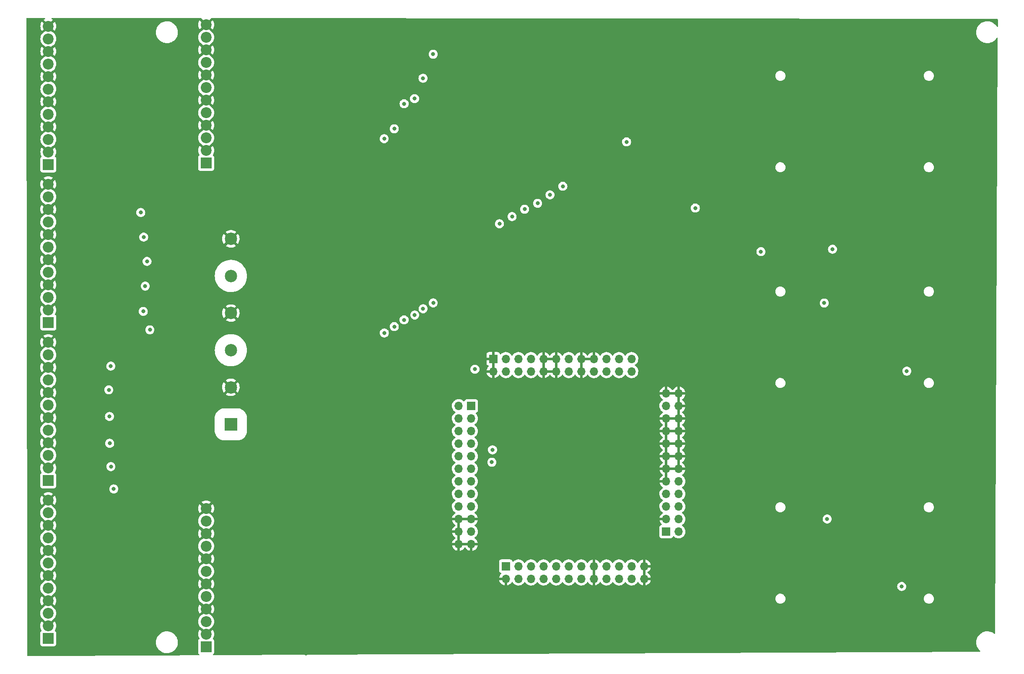
<source format=gbr>
%TF.GenerationSoftware,KiCad,Pcbnew,(6.0.11-0)*%
%TF.CreationDate,2023-06-11T17:05:38-04:00*%
%TF.ProjectId,Mux64,4d757836-342e-46b6-9963-61645f706362,rev?*%
%TF.SameCoordinates,Original*%
%TF.FileFunction,Copper,L3,Inr*%
%TF.FilePolarity,Positive*%
%FSLAX46Y46*%
G04 Gerber Fmt 4.6, Leading zero omitted, Abs format (unit mm)*
G04 Created by KiCad (PCBNEW (6.0.11-0)) date 2023-06-11 17:05:38*
%MOMM*%
%LPD*%
G01*
G04 APERTURE LIST*
%TA.AperFunction,ComponentPad*%
%ADD10R,2.500000X2.500000*%
%TD*%
%TA.AperFunction,ComponentPad*%
%ADD11C,2.500000*%
%TD*%
%TA.AperFunction,ComponentPad*%
%ADD12R,1.700000X1.700000*%
%TD*%
%TA.AperFunction,ComponentPad*%
%ADD13O,1.700000X1.700000*%
%TD*%
%TA.AperFunction,ComponentPad*%
%ADD14R,2.200000X2.200000*%
%TD*%
%TA.AperFunction,ComponentPad*%
%ADD15C,2.200000*%
%TD*%
%TA.AperFunction,ViaPad*%
%ADD16C,0.800000*%
%TD*%
G04 APERTURE END LIST*
D10*
%TO.N,/mux64-regulators/screw-terminals/HV0*%
%TO.C,J12*%
X97920000Y-107640000D03*
D11*
%TO.N,MUX64_A11*%
X97920000Y-100140000D03*
%TO.N,/mux64-regulators/screw-terminals/HV1*%
X97920000Y-92640000D03*
%TO.N,MUX64_A11*%
X97920000Y-85140000D03*
%TO.N,/mux64-regulators/screw-terminals/HV2*%
X97920000Y-77640000D03*
%TO.N,MUX64_A11*%
X97920000Y-70140000D03*
%TD*%
D12*
%TO.N,unconnected-(J7-Pad1)*%
%TO.C,J7*%
X146470000Y-103910000D03*
D13*
%TO.N,B_d5*%
X143930000Y-103910000D03*
%TO.N,B_d3*%
X146470000Y-106450000D03*
%TO.N,B_d4*%
X143930000Y-106450000D03*
%TO.N,B_d1*%
X146470000Y-108990000D03*
%TO.N,B_d2*%
X143930000Y-108990000D03*
%TO.N,MUX64_A0*%
X146470000Y-111530000D03*
%TO.N,B_d0*%
X143930000Y-111530000D03*
%TO.N,MUX64_A2*%
X146470000Y-114070000D03*
%TO.N,MUX64_A0*%
X143930000Y-114070000D03*
%TO.N,MUX64_A4*%
X146470000Y-116610000D03*
%TO.N,MUX64_A3*%
X143930000Y-116610000D03*
%TO.N,MUX64_A6*%
X146470000Y-119150000D03*
%TO.N,MUX64_A5*%
X143930000Y-119150000D03*
%TO.N,MUX64_A8*%
X146470000Y-121690000D03*
%TO.N,MUX64_A7*%
X143930000Y-121690000D03*
%TO.N,MUX64_A10*%
X146470000Y-124230000D03*
%TO.N,MUX64_A9*%
X143930000Y-124230000D03*
%TO.N,MUX64_A11*%
X146470000Y-126770000D03*
X143930000Y-126770000D03*
%TO.N,unconnected-(J7-Pad21)*%
X146470000Y-129310000D03*
%TO.N,MUX64_A11*%
X143930000Y-129310000D03*
X146470000Y-131850000D03*
X143930000Y-131850000D03*
%TD*%
D12*
%TO.N,unconnected-(J8-Pad1)*%
%TO.C,J8*%
X153455000Y-136295000D03*
D13*
%TO.N,MUX64_A11*%
X153455000Y-138835000D03*
%TO.N,MUX64_A16*%
X155995000Y-136295000D03*
%TO.N,MUX64_A15*%
X155995000Y-138835000D03*
%TO.N,MUX64_A18*%
X158535000Y-136295000D03*
%TO.N,MUX64_A17*%
X158535000Y-138835000D03*
%TO.N,MUX64_A20*%
X161075000Y-136295000D03*
%TO.N,MUX64_A19*%
X161075000Y-138835000D03*
%TO.N,MUX64_A22*%
X163615000Y-136295000D03*
%TO.N,MUX64_A21*%
X163615000Y-138835000D03*
%TO.N,MUX64_A24*%
X166155000Y-136295000D03*
%TO.N,MUX64_A23*%
X166155000Y-138835000D03*
%TO.N,MUX64_A26*%
X168695000Y-136295000D03*
%TO.N,MUX64_A25*%
X168695000Y-138835000D03*
%TO.N,MUX64_A11*%
X171235000Y-136295000D03*
X171235000Y-138835000D03*
%TO.N,MUX64_A30*%
X173775000Y-136295000D03*
%TO.N,MUX64_A29*%
X173775000Y-138835000D03*
%TO.N,MUX64_A32*%
X176315000Y-136295000D03*
%TO.N,MUX64_A31*%
X176315000Y-138835000D03*
%TO.N,unconnected-(J8-Pad21)*%
X178855000Y-136295000D03*
%TO.N,MUX64_A33*%
X178855000Y-138835000D03*
%TO.N,MUX64_A11*%
X181395000Y-136295000D03*
X181395000Y-138835000D03*
%TD*%
D14*
%TO.N,Net-(J16-Pad1)*%
%TO.C,J16*%
X61040000Y-87030000D03*
D15*
%TO.N,MUX64_A11*%
X61040000Y-84490000D03*
%TO.N,Net-(J16-Pad3)*%
X61040000Y-81950000D03*
%TO.N,MUX64_A11*%
X61040000Y-79410000D03*
%TO.N,Net-(J16-Pad5)*%
X61040000Y-76870000D03*
%TO.N,MUX64_A11*%
X61040000Y-74330000D03*
%TO.N,Net-(J16-Pad7)*%
X61040000Y-71790000D03*
%TO.N,MUX64_A11*%
X61040000Y-69250000D03*
%TO.N,Net-(J16-Pad9)*%
X61040000Y-66710000D03*
%TO.N,MUX64_A11*%
X61040000Y-64170000D03*
%TO.N,Net-(J16-Pad11)*%
X61040000Y-61630000D03*
%TO.N,MUX64_A11*%
X61040000Y-59090000D03*
%TD*%
D12*
%TO.N,MUX64_A11*%
%TO.C,J10*%
X150915000Y-94385000D03*
D13*
X150915000Y-96925000D03*
%TO.N,1.2V*%
X153455000Y-94385000D03*
%TO.N,unconnected-(J10-Pad4)*%
X153455000Y-96925000D03*
%TO.N,1.2V*%
X155995000Y-94385000D03*
X155995000Y-96925000D03*
X158535000Y-94385000D03*
X158535000Y-96925000D03*
%TO.N,MUX64_A11*%
X161075000Y-94385000D03*
X161075000Y-96925000D03*
X163615000Y-94385000D03*
X163615000Y-96925000D03*
%TO.N,B_a4*%
X166155000Y-94385000D03*
%TO.N,B_a0(MUX_OUT)*%
X166155000Y-96925000D03*
%TO.N,MUX64_A11*%
X168695000Y-94385000D03*
X168695000Y-96925000D03*
X171235000Y-94385000D03*
%TO.N,MUX64_A60*%
X171235000Y-96925000D03*
%TO.N,MUX64_A57*%
X173775000Y-94385000D03*
%TO.N,MUX64_A58*%
X173775000Y-96925000D03*
%TO.N,MUX64_A55*%
X176315000Y-94385000D03*
%TO.N,MUX64_A56*%
X176315000Y-96925000D03*
%TO.N,MUX64_A54*%
X178855000Y-94385000D03*
%TO.N,unconnected-(J10-Pad24)*%
X178855000Y-96925000D03*
%TD*%
D14*
%TO.N,Net-(J13-Pad1)*%
%TO.C,J13*%
X61030000Y-118970000D03*
D15*
%TO.N,MUX64_A11*%
X61030000Y-116430000D03*
%TO.N,Net-(J13-Pad3)*%
X61030000Y-113890000D03*
%TO.N,MUX64_A11*%
X61030000Y-111350000D03*
%TO.N,Net-(J13-Pad5)*%
X61030000Y-108810000D03*
%TO.N,MUX64_A11*%
X61030000Y-106270000D03*
%TO.N,Net-(J13-Pad7)*%
X61030000Y-103730000D03*
%TO.N,MUX64_A11*%
X61030000Y-101190000D03*
%TO.N,Net-(J13-Pad9)*%
X61030000Y-98650000D03*
%TO.N,MUX64_A11*%
X61030000Y-96110000D03*
%TO.N,Net-(J13-Pad11)*%
X61030000Y-93570000D03*
%TO.N,MUX64_A11*%
X61030000Y-91030000D03*
%TD*%
D14*
%TO.N,Net-(J11-Pad1)*%
%TO.C,J11*%
X61022500Y-150901000D03*
D15*
%TO.N,MUX64_A11*%
X61022500Y-148361000D03*
%TO.N,Net-(J11-Pad3)*%
X61022500Y-145821000D03*
%TO.N,MUX64_A11*%
X61022500Y-143281000D03*
%TO.N,Net-(J11-Pad5)*%
X61022500Y-140741000D03*
%TO.N,MUX64_A11*%
X61022500Y-138201000D03*
%TO.N,Net-(J11-Pad7)*%
X61022500Y-135661000D03*
%TO.N,MUX64_A11*%
X61022500Y-133121000D03*
%TO.N,Net-(J11-Pad9)*%
X61022500Y-130581000D03*
%TO.N,MUX64_A11*%
X61022500Y-128041000D03*
%TO.N,Net-(J11-Pad11)*%
X61022500Y-125501000D03*
%TO.N,MUX64_A11*%
X61022500Y-122961000D03*
%TD*%
D14*
%TO.N,Net-(J18-Pad1)*%
%TO.C,J18*%
X61050000Y-55100000D03*
D15*
%TO.N,MUX64_A11*%
X61050000Y-52560000D03*
%TO.N,Net-(J18-Pad3)*%
X61050000Y-50020000D03*
%TO.N,MUX64_A11*%
X61050000Y-47480000D03*
%TO.N,Net-(J18-Pad5)*%
X61050000Y-44940000D03*
%TO.N,MUX64_A11*%
X61050000Y-42400000D03*
%TO.N,Net-(J18-Pad7)*%
X61050000Y-39860000D03*
%TO.N,MUX64_A11*%
X61050000Y-37320000D03*
%TO.N,Net-(J18-Pad9)*%
X61050000Y-34780000D03*
%TO.N,MUX64_A11*%
X61050000Y-32240000D03*
%TO.N,Net-(J18-Pad11)*%
X61050000Y-29700000D03*
%TO.N,MUX64_A11*%
X61050000Y-27160000D03*
%TD*%
D14*
%TO.N,Net-(J14-Pad1)*%
%TO.C,J14*%
X92920000Y-152570000D03*
D15*
%TO.N,MUX64_A11*%
X92920000Y-150030000D03*
%TO.N,Net-(J14-Pad3)*%
X92920000Y-147490000D03*
%TO.N,MUX64_A11*%
X92920000Y-144950000D03*
%TO.N,Net-(J14-Pad5)*%
X92920000Y-142410000D03*
%TO.N,MUX64_A11*%
X92920000Y-139870000D03*
%TO.N,Net-(J14-Pad7)*%
X92920000Y-137330000D03*
%TO.N,MUX64_A11*%
X92920000Y-134790000D03*
%TO.N,Net-(J14-Pad9)*%
X92920000Y-132250000D03*
%TO.N,MUX64_A11*%
X92920000Y-129710000D03*
%TO.N,Net-(J14-Pad11)*%
X92920000Y-127170000D03*
%TO.N,MUX64_A11*%
X92920000Y-124630000D03*
%TD*%
D14*
%TO.N,Net-(J17-Pad1)*%
%TO.C,J17*%
X92920000Y-54800000D03*
D15*
%TO.N,MUX64_A11*%
X92920000Y-52260000D03*
%TO.N,Net-(J17-Pad3)*%
X92920000Y-49720000D03*
%TO.N,MUX64_A11*%
X92920000Y-47180000D03*
%TO.N,Net-(J17-Pad5)*%
X92920000Y-44640000D03*
%TO.N,MUX64_A11*%
X92920000Y-42100000D03*
%TO.N,Net-(J17-Pad7)*%
X92920000Y-39560000D03*
%TO.N,MUX64_A11*%
X92920000Y-37020000D03*
%TO.N,Net-(J17-Pad9)*%
X92920000Y-34480000D03*
%TO.N,MUX64_A11*%
X92920000Y-31940000D03*
%TO.N,Net-(J17-Pad11)*%
X92920000Y-29400000D03*
%TO.N,MUX64_A11*%
X92920000Y-26860000D03*
%TD*%
D12*
%TO.N,unconnected-(J9-Pad1)*%
%TO.C,J9*%
X185840000Y-129310000D03*
D13*
%TO.N,MUX64_A34*%
X188380000Y-129310000D03*
%TO.N,MUX64_A11*%
X185840000Y-126770000D03*
%TO.N,MUX64_A35*%
X188380000Y-126770000D03*
%TO.N,MUX64_A38*%
X185840000Y-124230000D03*
%TO.N,MUX64_A37*%
X188380000Y-124230000D03*
%TO.N,MUX64_A40*%
X185840000Y-121690000D03*
%TO.N,MUX64_A39*%
X188380000Y-121690000D03*
%TO.N,MUX64_A11*%
X185840000Y-119150000D03*
%TO.N,MUX64_A41*%
X188380000Y-119150000D03*
%TO.N,MUX64_A11*%
X185840000Y-116610000D03*
X188380000Y-116610000D03*
X185840000Y-114070000D03*
X188380000Y-114070000D03*
X185840000Y-111530000D03*
X188380000Y-111530000D03*
X185840000Y-108990000D03*
X188380000Y-108990000D03*
X185840000Y-106450000D03*
X188380000Y-106450000D03*
%TO.N,unconnected-(J9-Pad21)*%
X185840000Y-103910000D03*
%TO.N,MUX64_A11*%
X188380000Y-103910000D03*
X185840000Y-101370000D03*
X188380000Y-101370000D03*
%TD*%
D16*
%TO.N,MUX64_A11*%
X196120000Y-60820000D03*
X184400000Y-73600000D03*
X180540000Y-55850000D03*
X171670000Y-63660000D03*
X171670000Y-56730000D03*
%TO.N,1.2V*%
X177850000Y-50540000D03*
X147216200Y-96483800D03*
%TO.N,MUX64_A11*%
X140950000Y-78780000D03*
X141040000Y-93830000D03*
%TO.N,B_a4*%
X191730000Y-63920000D03*
%TO.N,MUX64_A11*%
X163390000Y-41700000D03*
%TO.N,LV_RB*%
X218360000Y-126760000D03*
X233420000Y-140390000D03*
X219450000Y-72230000D03*
X234450000Y-96870000D03*
X217770000Y-83110000D03*
%TO.N,B_a4*%
X204980000Y-72730000D03*
%TO.N,B_d4*%
X150630000Y-115280000D03*
%TO.N,B_d5*%
X150770000Y-112780000D03*
%TO.N,MUX64_A2*%
X79710000Y-64810000D03*
%TO.N,MUX64_A3*%
X80310000Y-69780000D03*
%TO.N,MUX64_A4*%
X80980000Y-74690000D03*
%TO.N,MUX64_A5*%
X80620000Y-79690000D03*
%TO.N,MUX64_A6*%
X80220000Y-84800000D03*
%TO.N,MUX64_A7*%
X81560000Y-88520000D03*
%TO.N,MUX64_A15*%
X154720000Y-65630000D03*
%TO.N,MUX64_A16*%
X152180000Y-67090000D03*
%TO.N,MUX64_A17*%
X159875000Y-62955000D03*
%TO.N,MUX64_A18*%
X157260000Y-64140000D03*
%TO.N,MUX64_A19*%
X164970000Y-59510000D03*
%TO.N,MUX64_A20*%
X162380000Y-61240000D03*
%TO.N,MUX64_A21*%
X73660000Y-95860000D03*
%TO.N,MUX64_A22*%
X73260000Y-100670000D03*
%TO.N,MUX64_A23*%
X73400000Y-106030000D03*
%TO.N,MUX64_A24*%
X73440000Y-111460000D03*
%TO.N,MUX64_A25*%
X73680000Y-116170000D03*
%TO.N,MUX64_A26*%
X74260000Y-120690000D03*
%TO.N,MUX64_A11*%
X205460000Y-96050000D03*
X216700000Y-132450000D03*
X246250000Y-93670000D03*
X246140000Y-134860000D03*
X80230000Y-87080000D03*
X114750000Y-49750000D03*
X205230000Y-93690000D03*
X246240000Y-130040000D03*
X205270000Y-137250000D03*
X80370000Y-44920000D03*
X176340000Y-60920000D03*
X79250000Y-95710000D03*
X79950000Y-29650000D03*
X246140000Y-88890000D03*
X114020000Y-143410000D03*
X205200000Y-127620000D03*
X80420000Y-125500000D03*
X168410000Y-37330000D03*
X240980000Y-58050000D03*
X205630000Y-42810000D03*
X235480000Y-134780000D03*
X240860000Y-122110000D03*
X216430000Y-129270000D03*
X80480000Y-150870000D03*
X125570000Y-74490000D03*
X246200000Y-137220000D03*
X80050000Y-55100000D03*
X240910000Y-78560000D03*
X128470000Y-94770000D03*
X210970000Y-121800000D03*
X235770000Y-95270000D03*
X205130000Y-91260000D03*
X113090000Y-153930000D03*
X210970000Y-145150000D03*
X246150000Y-84060000D03*
X79320000Y-101500000D03*
X80450000Y-145870000D03*
X246290000Y-86490000D03*
X205770000Y-49980000D03*
X246290000Y-50030000D03*
X216130000Y-45210000D03*
X246190000Y-91310000D03*
X205660000Y-40410000D03*
X113990000Y-147870000D03*
X80350000Y-135610000D03*
X246180000Y-45250000D03*
X80400000Y-140750000D03*
X113740000Y-132280000D03*
X79980000Y-114690000D03*
X218880000Y-84650000D03*
X246300000Y-52400000D03*
X235240000Y-51060000D03*
X246190000Y-40420000D03*
X235150000Y-138250000D03*
X205500000Y-139610000D03*
X80400000Y-130640000D03*
X216370000Y-99890000D03*
X80140000Y-50030000D03*
X113740000Y-127080000D03*
X205650000Y-45170000D03*
X235570000Y-47590000D03*
X205170000Y-132430000D03*
X79790000Y-108710000D03*
X80040000Y-71760000D03*
X205220000Y-86460000D03*
X222080000Y-51020000D03*
X246330000Y-42850000D03*
X80220000Y-76880000D03*
X234570000Y-42030000D03*
X240950000Y-34920000D03*
X210940000Y-58180000D03*
X133750000Y-94110000D03*
X246210000Y-139590000D03*
X210920000Y-78510000D03*
X205130000Y-88870000D03*
X235530000Y-91230000D03*
X114770000Y-29430000D03*
X114030000Y-138330000D03*
X246160000Y-96070000D03*
X234480000Y-129220000D03*
X246100000Y-127610000D03*
X205730000Y-47610000D03*
X114840000Y-44600000D03*
X114380000Y-54810000D03*
X246230000Y-47670000D03*
X80360000Y-118070000D03*
X80240000Y-34790000D03*
X205820000Y-52390000D03*
X205170000Y-84070000D03*
X246090000Y-132440000D03*
X179840000Y-42600000D03*
X80160000Y-39850000D03*
X127940000Y-108280000D03*
X241010000Y-145110000D03*
X79960000Y-66660000D03*
X216120000Y-41600000D03*
X114750000Y-34510000D03*
X234530000Y-85670000D03*
X217360000Y-89170000D03*
X240940000Y-101700000D03*
X205260000Y-130020000D03*
X80280000Y-61600000D03*
X114800000Y-39660000D03*
X205170000Y-134820000D03*
X80270000Y-81920000D03*
X211000000Y-35010000D03*
%TO.N,MUX64_A55*%
X135050000Y-85540000D03*
X135020000Y-41790000D03*
%TO.N,MUX64_A54*%
X138780000Y-32820000D03*
X138790000Y-83090000D03*
%TO.N,MUX64_A56*%
X136740000Y-84270000D03*
X136730000Y-37680000D03*
%TO.N,MUX64_A57*%
X130930000Y-47880000D03*
X130930000Y-87880000D03*
%TO.N,MUX64_A58*%
X132900000Y-86520000D03*
X132910000Y-42840000D03*
%TO.N,MUX64_A60*%
X128910000Y-89160000D03*
X128890000Y-49900000D03*
%TD*%
%TA.AperFunction,Conductor*%
%TO.N,MUX64_A11*%
G36*
X60262799Y-25483909D02*
G01*
X60330898Y-25503984D01*
X60377334Y-25557689D01*
X60387362Y-25627974D01*
X60357800Y-25692523D01*
X60319866Y-25722176D01*
X60313511Y-25725414D01*
X60118833Y-25844713D01*
X60109373Y-25855170D01*
X60113156Y-25863946D01*
X61037188Y-26787978D01*
X61051132Y-26795592D01*
X61052965Y-26795461D01*
X61059580Y-26791210D01*
X61983800Y-25866990D01*
X61990560Y-25854610D01*
X61984833Y-25846960D01*
X61786491Y-25725415D01*
X61783454Y-25723868D01*
X61782507Y-25722974D01*
X61782274Y-25722831D01*
X61782304Y-25722782D01*
X61731836Y-25675123D01*
X61714765Y-25606209D01*
X61737662Y-25539006D01*
X61793257Y-25494851D01*
X61840785Y-25485598D01*
X73625729Y-25498210D01*
X91884906Y-25517750D01*
X91953004Y-25537825D01*
X91973865Y-25554655D01*
X92907188Y-26487978D01*
X92921132Y-26495592D01*
X92922965Y-26495461D01*
X92929580Y-26491210D01*
X93863921Y-25556869D01*
X93926233Y-25522843D01*
X93953151Y-25519964D01*
X252713582Y-25689865D01*
X252781681Y-25709940D01*
X252828117Y-25763645D01*
X252839446Y-25816417D01*
X252833464Y-27182381D01*
X252813164Y-27250413D01*
X252759305Y-27296671D01*
X252688987Y-27306467D01*
X252624536Y-27276691D01*
X252596007Y-27240592D01*
X252587202Y-27223891D01*
X252587201Y-27223890D01*
X252585249Y-27220187D01*
X252415295Y-26981039D01*
X252215206Y-26766469D01*
X251988496Y-26580248D01*
X251739149Y-26425646D01*
X251735332Y-26423930D01*
X251735329Y-26423929D01*
X251661291Y-26390655D01*
X251471544Y-26305380D01*
X251383594Y-26279161D01*
X251194382Y-26222753D01*
X251194374Y-26222751D01*
X251190385Y-26221562D01*
X251186269Y-26220910D01*
X251186264Y-26220909D01*
X250904078Y-26176216D01*
X250904073Y-26176216D01*
X250900610Y-26175667D01*
X250851514Y-26173437D01*
X250810268Y-26171564D01*
X250810249Y-26171564D01*
X250808849Y-26171500D01*
X250625580Y-26171500D01*
X250407258Y-26186001D01*
X250119659Y-26243991D01*
X249842256Y-26339508D01*
X249838514Y-26341382D01*
X249838509Y-26341384D01*
X249656955Y-26432300D01*
X249579923Y-26470875D01*
X249337268Y-26635783D01*
X249118555Y-26831335D01*
X248927627Y-27054095D01*
X248925353Y-27057597D01*
X248800137Y-27250413D01*
X248767837Y-27300150D01*
X248641993Y-27565177D01*
X248640714Y-27569160D01*
X248640713Y-27569163D01*
X248631938Y-27596494D01*
X248552306Y-27844520D01*
X248500351Y-28133270D01*
X248500162Y-28137442D01*
X248488481Y-28394672D01*
X248487042Y-28426355D01*
X248512613Y-28718625D01*
X248513523Y-28722697D01*
X248513524Y-28722702D01*
X248569265Y-28972072D01*
X248576613Y-29004947D01*
X248677919Y-29280288D01*
X248814751Y-29539813D01*
X248984705Y-29778961D01*
X249184794Y-29993531D01*
X249411504Y-30179752D01*
X249660851Y-30334354D01*
X249664668Y-30336070D01*
X249664671Y-30336071D01*
X249738709Y-30369345D01*
X249928456Y-30454620D01*
X250016406Y-30480839D01*
X250205618Y-30537247D01*
X250205626Y-30537249D01*
X250209615Y-30538438D01*
X250213731Y-30539090D01*
X250213736Y-30539091D01*
X250495922Y-30583784D01*
X250495927Y-30583784D01*
X250499390Y-30584333D01*
X250548486Y-30586563D01*
X250589732Y-30588436D01*
X250589751Y-30588436D01*
X250591151Y-30588500D01*
X250774420Y-30588500D01*
X250992742Y-30573999D01*
X251280341Y-30516009D01*
X251465931Y-30452106D01*
X251553780Y-30421857D01*
X251553781Y-30421856D01*
X251557744Y-30420492D01*
X251561486Y-30418618D01*
X251561491Y-30418616D01*
X251816333Y-30291000D01*
X251816335Y-30290999D01*
X251820077Y-30289125D01*
X251984913Y-30177103D01*
X252059273Y-30126568D01*
X252059276Y-30126566D01*
X252062732Y-30124217D01*
X252212310Y-29990479D01*
X252278328Y-29931452D01*
X252278329Y-29931451D01*
X252281445Y-29928665D01*
X252472373Y-29705905D01*
X252591240Y-29522866D01*
X252645116Y-29476630D01*
X252715437Y-29466860D01*
X252779877Y-29496660D01*
X252817976Y-29556569D01*
X252822911Y-29592043D01*
X252296173Y-149866974D01*
X252275873Y-149935006D01*
X252222014Y-149981264D01*
X252151696Y-149991060D01*
X252090198Y-149963786D01*
X251991730Y-149882903D01*
X251991716Y-149882893D01*
X251988496Y-149880248D01*
X251739149Y-149725646D01*
X251735332Y-149723930D01*
X251735329Y-149723929D01*
X251605522Y-149665592D01*
X251471544Y-149605380D01*
X251383594Y-149579161D01*
X251194382Y-149522753D01*
X251194374Y-149522751D01*
X251190385Y-149521562D01*
X251186269Y-149520910D01*
X251186264Y-149520909D01*
X250904078Y-149476216D01*
X250904073Y-149476216D01*
X250900610Y-149475667D01*
X250851514Y-149473437D01*
X250810268Y-149471564D01*
X250810249Y-149471564D01*
X250808849Y-149471500D01*
X250625580Y-149471500D01*
X250407258Y-149486001D01*
X250119659Y-149543991D01*
X249842256Y-149639508D01*
X249838514Y-149641382D01*
X249838509Y-149641384D01*
X249615886Y-149752866D01*
X249579923Y-149770875D01*
X249478506Y-149839798D01*
X249415079Y-149882903D01*
X249337268Y-149935783D01*
X249118555Y-150131335D01*
X248927627Y-150354095D01*
X248925353Y-150357597D01*
X248817534Y-150523624D01*
X248767837Y-150600150D01*
X248641993Y-150865177D01*
X248552306Y-151144520D01*
X248500351Y-151433270D01*
X248500162Y-151437442D01*
X248491063Y-151637815D01*
X248487042Y-151726355D01*
X248512613Y-152018625D01*
X248513523Y-152022697D01*
X248513524Y-152022702D01*
X248561939Y-152239297D01*
X248576613Y-152304947D01*
X248677919Y-152580288D01*
X248814751Y-152839813D01*
X248984705Y-153078961D01*
X249184794Y-153293531D01*
X249188019Y-153296180D01*
X249188028Y-153296188D01*
X249254481Y-153350774D01*
X249294424Y-153409469D01*
X249296294Y-153480441D01*
X249259496Y-153541157D01*
X249195714Y-153572340D01*
X249175079Y-153574137D01*
X94434576Y-154278690D01*
X94366365Y-154258998D01*
X94319628Y-154205555D01*
X94309204Y-154135327D01*
X94338403Y-154070613D01*
X94358434Y-154051868D01*
X94383261Y-154033261D01*
X94470615Y-153916705D01*
X94521745Y-153780316D01*
X94528500Y-153718134D01*
X94528500Y-151421866D01*
X94521745Y-151359684D01*
X94470615Y-151223295D01*
X94383261Y-151106739D01*
X94312553Y-151053746D01*
X94270038Y-150996887D01*
X94265012Y-150926068D01*
X94280685Y-150887085D01*
X94354583Y-150766494D01*
X94359064Y-150757700D01*
X94452134Y-150533009D01*
X94455183Y-150523624D01*
X94511959Y-150287137D01*
X94513502Y-150277390D01*
X94532584Y-150034930D01*
X94532584Y-150025070D01*
X94513502Y-149782610D01*
X94511959Y-149772863D01*
X94455183Y-149536376D01*
X94452134Y-149526991D01*
X94359064Y-149302300D01*
X94354583Y-149293506D01*
X94235287Y-149098833D01*
X94224830Y-149089373D01*
X94216054Y-149093156D01*
X93009095Y-150300115D01*
X92946783Y-150334141D01*
X92875968Y-150329076D01*
X92830905Y-150300115D01*
X91626990Y-149096200D01*
X91614610Y-149089440D01*
X91606960Y-149095167D01*
X91485417Y-149293506D01*
X91480936Y-149302300D01*
X91387866Y-149526991D01*
X91384817Y-149536376D01*
X91328041Y-149772863D01*
X91326498Y-149782610D01*
X91307416Y-150025070D01*
X91307416Y-150034930D01*
X91326498Y-150277390D01*
X91328041Y-150287137D01*
X91384817Y-150523624D01*
X91387866Y-150533009D01*
X91480936Y-150757700D01*
X91485417Y-150766494D01*
X91559315Y-150887085D01*
X91577853Y-150955619D01*
X91556396Y-151023296D01*
X91527447Y-151053746D01*
X91456739Y-151106739D01*
X91369385Y-151223295D01*
X91318255Y-151359684D01*
X91311500Y-151421866D01*
X91311500Y-153718134D01*
X91318255Y-153780316D01*
X91369385Y-153916705D01*
X91456739Y-154033261D01*
X91499849Y-154065570D01*
X91542362Y-154122429D01*
X91547387Y-154193247D01*
X91513327Y-154255540D01*
X91450996Y-154289531D01*
X91424856Y-154292394D01*
X83815205Y-154327042D01*
X56936377Y-154449425D01*
X56868167Y-154429733D01*
X56821430Y-154376290D01*
X56809804Y-154323621D01*
X56802748Y-149773230D01*
X56800566Y-148365930D01*
X59409916Y-148365930D01*
X59428998Y-148608390D01*
X59430541Y-148618137D01*
X59487317Y-148854624D01*
X59490366Y-148864009D01*
X59583436Y-149088700D01*
X59587917Y-149097494D01*
X59661815Y-149218085D01*
X59680353Y-149286619D01*
X59658896Y-149354296D01*
X59629947Y-149384746D01*
X59559239Y-149437739D01*
X59471885Y-149554295D01*
X59420755Y-149690684D01*
X59414000Y-149752866D01*
X59414000Y-152049134D01*
X59420755Y-152111316D01*
X59471885Y-152247705D01*
X59559239Y-152364261D01*
X59675795Y-152451615D01*
X59812184Y-152502745D01*
X59874366Y-152509500D01*
X62170634Y-152509500D01*
X62232816Y-152502745D01*
X62369205Y-152451615D01*
X62485761Y-152364261D01*
X62573115Y-152247705D01*
X62624245Y-152111316D01*
X62631000Y-152049134D01*
X62631000Y-151726355D01*
X82787042Y-151726355D01*
X82812613Y-152018625D01*
X82813523Y-152022697D01*
X82813524Y-152022702D01*
X82861939Y-152239297D01*
X82876613Y-152304947D01*
X82977919Y-152580288D01*
X83114751Y-152839813D01*
X83284705Y-153078961D01*
X83484794Y-153293531D01*
X83711504Y-153479752D01*
X83960851Y-153634354D01*
X83964668Y-153636070D01*
X83964671Y-153636071D01*
X84038709Y-153669345D01*
X84228456Y-153754620D01*
X84314651Y-153780316D01*
X84505618Y-153837247D01*
X84505626Y-153837249D01*
X84509615Y-153838438D01*
X84513731Y-153839090D01*
X84513736Y-153839091D01*
X84795922Y-153883784D01*
X84795927Y-153883784D01*
X84799390Y-153884333D01*
X84848486Y-153886563D01*
X84889732Y-153888436D01*
X84889751Y-153888436D01*
X84891151Y-153888500D01*
X85074420Y-153888500D01*
X85292742Y-153873999D01*
X85580341Y-153816009D01*
X85857744Y-153720492D01*
X85861486Y-153718618D01*
X85861491Y-153718616D01*
X86116333Y-153591000D01*
X86116335Y-153590999D01*
X86120077Y-153589125D01*
X86362732Y-153424217D01*
X86581445Y-153228665D01*
X86772373Y-153005905D01*
X86878019Y-152843225D01*
X86929884Y-152763360D01*
X86929887Y-152763355D01*
X86932163Y-152759850D01*
X87058007Y-152494823D01*
X87147694Y-152215480D01*
X87199649Y-151926730D01*
X87207028Y-151764233D01*
X87212769Y-151637815D01*
X87212769Y-151637810D01*
X87212958Y-151633645D01*
X87187387Y-151341375D01*
X87162873Y-151231703D01*
X87124299Y-151059131D01*
X87124297Y-151059124D01*
X87123387Y-151055053D01*
X87022081Y-150779712D01*
X87010476Y-150757700D01*
X86887202Y-150523891D01*
X86887201Y-150523890D01*
X86885249Y-150520187D01*
X86715295Y-150281039D01*
X86515206Y-150066469D01*
X86288496Y-149880248D01*
X86039149Y-149725646D01*
X86035332Y-149723930D01*
X86035329Y-149723929D01*
X85905522Y-149665592D01*
X85771544Y-149605380D01*
X85683594Y-149579161D01*
X85494382Y-149522753D01*
X85494374Y-149522751D01*
X85490385Y-149521562D01*
X85486269Y-149520910D01*
X85486264Y-149520909D01*
X85204078Y-149476216D01*
X85204073Y-149476216D01*
X85200610Y-149475667D01*
X85151514Y-149473437D01*
X85110268Y-149471564D01*
X85110249Y-149471564D01*
X85108849Y-149471500D01*
X84925580Y-149471500D01*
X84707258Y-149486001D01*
X84419659Y-149543991D01*
X84142256Y-149639508D01*
X84138514Y-149641382D01*
X84138509Y-149641384D01*
X83915886Y-149752866D01*
X83879923Y-149770875D01*
X83778506Y-149839798D01*
X83715079Y-149882903D01*
X83637268Y-149935783D01*
X83418555Y-150131335D01*
X83227627Y-150354095D01*
X83225353Y-150357597D01*
X83117534Y-150523624D01*
X83067837Y-150600150D01*
X82941993Y-150865177D01*
X82852306Y-151144520D01*
X82800351Y-151433270D01*
X82800162Y-151437442D01*
X82791063Y-151637815D01*
X82787042Y-151726355D01*
X62631000Y-151726355D01*
X62631000Y-149752866D01*
X62624245Y-149690684D01*
X62573115Y-149554295D01*
X62485761Y-149437739D01*
X62415053Y-149384746D01*
X62372538Y-149327887D01*
X62367512Y-149257068D01*
X62383185Y-149218085D01*
X62457083Y-149097494D01*
X62461564Y-149088700D01*
X62554634Y-148864009D01*
X62557683Y-148854624D01*
X62614459Y-148618137D01*
X62616002Y-148608390D01*
X62635084Y-148365930D01*
X62635084Y-148356070D01*
X62616002Y-148113610D01*
X62614459Y-148103863D01*
X62557683Y-147867376D01*
X62554634Y-147857991D01*
X62461564Y-147633300D01*
X62457083Y-147624506D01*
X62374657Y-147490000D01*
X91306526Y-147490000D01*
X91326391Y-147742403D01*
X91385495Y-147988591D01*
X91387388Y-147993162D01*
X91387389Y-147993164D01*
X91437280Y-148113610D01*
X91482384Y-148222502D01*
X91614672Y-148438376D01*
X91779102Y-148630898D01*
X91971624Y-148795328D01*
X92068386Y-148854624D01*
X92147224Y-148902936D01*
X92170484Y-148921274D01*
X92907188Y-149657978D01*
X92921132Y-149665592D01*
X92922965Y-149665461D01*
X92929580Y-149661210D01*
X93669516Y-148921274D01*
X93692776Y-148902936D01*
X93771614Y-148854624D01*
X93868376Y-148795328D01*
X94060898Y-148630898D01*
X94225328Y-148438376D01*
X94357616Y-148222502D01*
X94402721Y-148113610D01*
X94452611Y-147993164D01*
X94452612Y-147993162D01*
X94454505Y-147988591D01*
X94513609Y-147742403D01*
X94533474Y-147490000D01*
X94513609Y-147237597D01*
X94454505Y-146991409D01*
X94442281Y-146961898D01*
X94359511Y-146762072D01*
X94359509Y-146762068D01*
X94357616Y-146757498D01*
X94225328Y-146541624D01*
X94060898Y-146349102D01*
X93868376Y-146184672D01*
X93692776Y-146077064D01*
X93669516Y-146058726D01*
X92932812Y-145322022D01*
X92918868Y-145314408D01*
X92917035Y-145314539D01*
X92910420Y-145318790D01*
X92170484Y-146058726D01*
X92147224Y-146077064D01*
X91971624Y-146184672D01*
X91779102Y-146349102D01*
X91614672Y-146541624D01*
X91482384Y-146757498D01*
X91480491Y-146762068D01*
X91480489Y-146762072D01*
X91397719Y-146961898D01*
X91385495Y-146991409D01*
X91326391Y-147237597D01*
X91306526Y-147490000D01*
X62374657Y-147490000D01*
X62337787Y-147429833D01*
X62327330Y-147420373D01*
X62318554Y-147424156D01*
X61111595Y-148631115D01*
X61049283Y-148665141D01*
X60978468Y-148660076D01*
X60933405Y-148631115D01*
X59729490Y-147427200D01*
X59717110Y-147420440D01*
X59709460Y-147426167D01*
X59587917Y-147624506D01*
X59583436Y-147633300D01*
X59490366Y-147857991D01*
X59487317Y-147867376D01*
X59430541Y-148103863D01*
X59428998Y-148113610D01*
X59409916Y-148356070D01*
X59409916Y-148365930D01*
X56800566Y-148365930D01*
X56796619Y-145821000D01*
X59409026Y-145821000D01*
X59428891Y-146073403D01*
X59487995Y-146319591D01*
X59489888Y-146324162D01*
X59489889Y-146324164D01*
X59501775Y-146352858D01*
X59584884Y-146553502D01*
X59717172Y-146769376D01*
X59881602Y-146961898D01*
X60074124Y-147126328D01*
X60247844Y-147232784D01*
X60249724Y-147233936D01*
X60272984Y-147252274D01*
X61009688Y-147988978D01*
X61023632Y-147996592D01*
X61025465Y-147996461D01*
X61032080Y-147992210D01*
X61772016Y-147252274D01*
X61795276Y-147233936D01*
X61797156Y-147232784D01*
X61970876Y-147126328D01*
X62163398Y-146961898D01*
X62327828Y-146769376D01*
X62460116Y-146553502D01*
X62543226Y-146352858D01*
X62555111Y-146324164D01*
X62555112Y-146324162D01*
X62557005Y-146319591D01*
X62616109Y-146073403D01*
X62635974Y-145821000D01*
X62616109Y-145568597D01*
X62557005Y-145322409D01*
X62509258Y-145207137D01*
X62462011Y-145093072D01*
X62462009Y-145093068D01*
X62460116Y-145088498D01*
X62378265Y-144954930D01*
X91307416Y-144954930D01*
X91326498Y-145197390D01*
X91328041Y-145207137D01*
X91384817Y-145443624D01*
X91387866Y-145453009D01*
X91480936Y-145677700D01*
X91485417Y-145686494D01*
X91604713Y-145881167D01*
X91615170Y-145890627D01*
X91623946Y-145886844D01*
X92547978Y-144962812D01*
X92554356Y-144951132D01*
X93284408Y-144951132D01*
X93284539Y-144952965D01*
X93288790Y-144959580D01*
X94213010Y-145883800D01*
X94225390Y-145890560D01*
X94233040Y-145884833D01*
X94354583Y-145686494D01*
X94359064Y-145677700D01*
X94452134Y-145453009D01*
X94455183Y-145443624D01*
X94511959Y-145207137D01*
X94513502Y-145197390D01*
X94532584Y-144954930D01*
X94532584Y-144945070D01*
X94513502Y-144702610D01*
X94511959Y-144692863D01*
X94455183Y-144456376D01*
X94452134Y-144446991D01*
X94359064Y-144222300D01*
X94354583Y-144213506D01*
X94235287Y-144018833D01*
X94224830Y-144009373D01*
X94216054Y-144013156D01*
X93292022Y-144937188D01*
X93284408Y-144951132D01*
X92554356Y-144951132D01*
X92555592Y-144948868D01*
X92555461Y-144947035D01*
X92551210Y-144940420D01*
X91626990Y-144016200D01*
X91614610Y-144009440D01*
X91606960Y-144015167D01*
X91485417Y-144213506D01*
X91480936Y-144222300D01*
X91387866Y-144446991D01*
X91384817Y-144456376D01*
X91328041Y-144692863D01*
X91326498Y-144702610D01*
X91307416Y-144945070D01*
X91307416Y-144954930D01*
X62378265Y-144954930D01*
X62327828Y-144872624D01*
X62163398Y-144680102D01*
X61970876Y-144515672D01*
X61795276Y-144408064D01*
X61772016Y-144389726D01*
X61035312Y-143653022D01*
X61021368Y-143645408D01*
X61019535Y-143645539D01*
X61012920Y-143649790D01*
X60272984Y-144389726D01*
X60249724Y-144408064D01*
X60074124Y-144515672D01*
X59881602Y-144680102D01*
X59717172Y-144872624D01*
X59584884Y-145088498D01*
X59582991Y-145093068D01*
X59582989Y-145093072D01*
X59535742Y-145207137D01*
X59487995Y-145322409D01*
X59428891Y-145568597D01*
X59409026Y-145821000D01*
X56796619Y-145821000D01*
X56792688Y-143285930D01*
X59409916Y-143285930D01*
X59428998Y-143528390D01*
X59430541Y-143538137D01*
X59487317Y-143774624D01*
X59490366Y-143784009D01*
X59583436Y-144008700D01*
X59587917Y-144017494D01*
X59707213Y-144212167D01*
X59717670Y-144221627D01*
X59726446Y-144217844D01*
X60650478Y-143293812D01*
X60656856Y-143282132D01*
X61386908Y-143282132D01*
X61387039Y-143283965D01*
X61391290Y-143290580D01*
X62315510Y-144214800D01*
X62327890Y-144221560D01*
X62335540Y-144215833D01*
X62457083Y-144017494D01*
X62461564Y-144008700D01*
X62554634Y-143784009D01*
X62557683Y-143774624D01*
X62614459Y-143538137D01*
X62616002Y-143528390D01*
X62635084Y-143285930D01*
X62635084Y-143276070D01*
X62616002Y-143033610D01*
X62614459Y-143023863D01*
X62557683Y-142787376D01*
X62554634Y-142777991D01*
X62461564Y-142553300D01*
X62457083Y-142544506D01*
X62374657Y-142410000D01*
X91306526Y-142410000D01*
X91326391Y-142662403D01*
X91327545Y-142667210D01*
X91327546Y-142667216D01*
X91330190Y-142678229D01*
X91385495Y-142908591D01*
X91387388Y-142913162D01*
X91387389Y-142913164D01*
X91454751Y-143075789D01*
X91482384Y-143142502D01*
X91614672Y-143358376D01*
X91779102Y-143550898D01*
X91971624Y-143715328D01*
X92068386Y-143774624D01*
X92147224Y-143822936D01*
X92170484Y-143841274D01*
X92907188Y-144577978D01*
X92921132Y-144585592D01*
X92922965Y-144585461D01*
X92929580Y-144581210D01*
X93669516Y-143841274D01*
X93692776Y-143822936D01*
X93771614Y-143774624D01*
X93868376Y-143715328D01*
X94060898Y-143550898D01*
X94225328Y-143358376D01*
X94357616Y-143142502D01*
X94385250Y-143075789D01*
X94452611Y-142913164D01*
X94452612Y-142913162D01*
X94454505Y-142908591D01*
X94465485Y-142862855D01*
X207886597Y-142862855D01*
X207904700Y-143061771D01*
X207906438Y-143067677D01*
X207906439Y-143067681D01*
X207927114Y-143137928D01*
X207961094Y-143253383D01*
X208053632Y-143430392D01*
X208178789Y-143586055D01*
X208331797Y-143714444D01*
X208337189Y-143717408D01*
X208337193Y-143717411D01*
X208458335Y-143784009D01*
X208506829Y-143810669D01*
X208512696Y-143812530D01*
X208512698Y-143812531D01*
X208529898Y-143817987D01*
X208697217Y-143871064D01*
X208852667Y-143888500D01*
X208960260Y-143888500D01*
X209108785Y-143873937D01*
X209299998Y-143816206D01*
X209388177Y-143769320D01*
X209470914Y-143725329D01*
X209470917Y-143725327D01*
X209476356Y-143722435D01*
X209481126Y-143718544D01*
X209481130Y-143718542D01*
X209626367Y-143600090D01*
X209626370Y-143600087D01*
X209631142Y-143596195D01*
X209668615Y-143550898D01*
X209754531Y-143447044D01*
X209754533Y-143447040D01*
X209758460Y-143442294D01*
X209853461Y-143266594D01*
X209912525Y-143075789D01*
X209933403Y-142877145D01*
X209932102Y-142862855D01*
X237886597Y-142862855D01*
X237904700Y-143061771D01*
X237906438Y-143067677D01*
X237906439Y-143067681D01*
X237927114Y-143137928D01*
X237961094Y-143253383D01*
X238053632Y-143430392D01*
X238178789Y-143586055D01*
X238331797Y-143714444D01*
X238337189Y-143717408D01*
X238337193Y-143717411D01*
X238458335Y-143784009D01*
X238506829Y-143810669D01*
X238512696Y-143812530D01*
X238512698Y-143812531D01*
X238529898Y-143817987D01*
X238697217Y-143871064D01*
X238852667Y-143888500D01*
X238960260Y-143888500D01*
X239108785Y-143873937D01*
X239299998Y-143816206D01*
X239388177Y-143769320D01*
X239470914Y-143725329D01*
X239470917Y-143725327D01*
X239476356Y-143722435D01*
X239481126Y-143718544D01*
X239481130Y-143718542D01*
X239626367Y-143600090D01*
X239626370Y-143600087D01*
X239631142Y-143596195D01*
X239668615Y-143550898D01*
X239754531Y-143447044D01*
X239754533Y-143447040D01*
X239758460Y-143442294D01*
X239853461Y-143266594D01*
X239912525Y-143075789D01*
X239933403Y-142877145D01*
X239915300Y-142678229D01*
X239912978Y-142670337D01*
X239860645Y-142492526D01*
X239858906Y-142486617D01*
X239766368Y-142309608D01*
X239641211Y-142153945D01*
X239488203Y-142025556D01*
X239482811Y-142022592D01*
X239482807Y-142022589D01*
X239318566Y-141932297D01*
X239318567Y-141932297D01*
X239313171Y-141929331D01*
X239307304Y-141927470D01*
X239307302Y-141927469D01*
X239163644Y-141881898D01*
X239122783Y-141868936D01*
X238967333Y-141851500D01*
X238859740Y-141851500D01*
X238711215Y-141866063D01*
X238520002Y-141923794D01*
X238431823Y-141970680D01*
X238349086Y-142014671D01*
X238349083Y-142014673D01*
X238343644Y-142017565D01*
X238338874Y-142021456D01*
X238338870Y-142021458D01*
X238193633Y-142139910D01*
X238193630Y-142139913D01*
X238188858Y-142143805D01*
X238184931Y-142148552D01*
X238184929Y-142148554D01*
X238065469Y-142292956D01*
X238065467Y-142292960D01*
X238061540Y-142297706D01*
X237966539Y-142473406D01*
X237907475Y-142664211D01*
X237886597Y-142862855D01*
X209932102Y-142862855D01*
X209915300Y-142678229D01*
X209912978Y-142670337D01*
X209860645Y-142492526D01*
X209858906Y-142486617D01*
X209766368Y-142309608D01*
X209641211Y-142153945D01*
X209488203Y-142025556D01*
X209482811Y-142022592D01*
X209482807Y-142022589D01*
X209318566Y-141932297D01*
X209318567Y-141932297D01*
X209313171Y-141929331D01*
X209307304Y-141927470D01*
X209307302Y-141927469D01*
X209163644Y-141881898D01*
X209122783Y-141868936D01*
X208967333Y-141851500D01*
X208859740Y-141851500D01*
X208711215Y-141866063D01*
X208520002Y-141923794D01*
X208431823Y-141970680D01*
X208349086Y-142014671D01*
X208349083Y-142014673D01*
X208343644Y-142017565D01*
X208338874Y-142021456D01*
X208338870Y-142021458D01*
X208193633Y-142139910D01*
X208193630Y-142139913D01*
X208188858Y-142143805D01*
X208184931Y-142148552D01*
X208184929Y-142148554D01*
X208065469Y-142292956D01*
X208065467Y-142292960D01*
X208061540Y-142297706D01*
X207966539Y-142473406D01*
X207907475Y-142664211D01*
X207886597Y-142862855D01*
X94465485Y-142862855D01*
X94509810Y-142678229D01*
X94512454Y-142667216D01*
X94512455Y-142667210D01*
X94513609Y-142662403D01*
X94533474Y-142410000D01*
X94513609Y-142157597D01*
X94511782Y-142149984D01*
X94459520Y-141932297D01*
X94454505Y-141911409D01*
X94442281Y-141881898D01*
X94359511Y-141682072D01*
X94359509Y-141682068D01*
X94357616Y-141677498D01*
X94225328Y-141461624D01*
X94060898Y-141269102D01*
X93868376Y-141104672D01*
X93692776Y-140997064D01*
X93669516Y-140978726D01*
X92932812Y-140242022D01*
X92918868Y-140234408D01*
X92917035Y-140234539D01*
X92910420Y-140238790D01*
X92170484Y-140978726D01*
X92147224Y-140997064D01*
X91971624Y-141104672D01*
X91779102Y-141269102D01*
X91614672Y-141461624D01*
X91482384Y-141677498D01*
X91480491Y-141682068D01*
X91480489Y-141682072D01*
X91397719Y-141881898D01*
X91385495Y-141911409D01*
X91380480Y-141932297D01*
X91328219Y-142149984D01*
X91326391Y-142157597D01*
X91306526Y-142410000D01*
X62374657Y-142410000D01*
X62337787Y-142349833D01*
X62327330Y-142340373D01*
X62318554Y-142344156D01*
X61394522Y-143268188D01*
X61386908Y-143282132D01*
X60656856Y-143282132D01*
X60658092Y-143279868D01*
X60657961Y-143278035D01*
X60653710Y-143271420D01*
X59729490Y-142347200D01*
X59717110Y-142340440D01*
X59709460Y-142346167D01*
X59587917Y-142544506D01*
X59583436Y-142553300D01*
X59490366Y-142777991D01*
X59487317Y-142787376D01*
X59430541Y-143023863D01*
X59428998Y-143033610D01*
X59409916Y-143276070D01*
X59409916Y-143285930D01*
X56792688Y-143285930D01*
X56788741Y-140741000D01*
X59409026Y-140741000D01*
X59428891Y-140993403D01*
X59487995Y-141239591D01*
X59489888Y-141244162D01*
X59489889Y-141244164D01*
X59511828Y-141297128D01*
X59584884Y-141473502D01*
X59717172Y-141689376D01*
X59881602Y-141881898D01*
X60074124Y-142046328D01*
X60226836Y-142139910D01*
X60249724Y-142153936D01*
X60272984Y-142172274D01*
X61009688Y-142908978D01*
X61023632Y-142916592D01*
X61025465Y-142916461D01*
X61032080Y-142912210D01*
X61772016Y-142172274D01*
X61795276Y-142153936D01*
X61818164Y-142139910D01*
X61970876Y-142046328D01*
X62163398Y-141881898D01*
X62327828Y-141689376D01*
X62460116Y-141473502D01*
X62533173Y-141297128D01*
X62555111Y-141244164D01*
X62555112Y-141244162D01*
X62557005Y-141239591D01*
X62616109Y-140993403D01*
X62635974Y-140741000D01*
X62616109Y-140488597D01*
X62557005Y-140242409D01*
X62542187Y-140206635D01*
X62462011Y-140013072D01*
X62462009Y-140013068D01*
X62460116Y-140008498D01*
X62378265Y-139874930D01*
X91307416Y-139874930D01*
X91326498Y-140117390D01*
X91328041Y-140127137D01*
X91384817Y-140363624D01*
X91387866Y-140373009D01*
X91480936Y-140597700D01*
X91485417Y-140606494D01*
X91604713Y-140801167D01*
X91615170Y-140810627D01*
X91623946Y-140806844D01*
X92547978Y-139882812D01*
X92554356Y-139871132D01*
X93284408Y-139871132D01*
X93284539Y-139872965D01*
X93288790Y-139879580D01*
X94213010Y-140803800D01*
X94225390Y-140810560D01*
X94233040Y-140804833D01*
X94354583Y-140606494D01*
X94359064Y-140597700D01*
X94445096Y-140390000D01*
X232506496Y-140390000D01*
X232526458Y-140579928D01*
X232585473Y-140761556D01*
X232588776Y-140767278D01*
X232588777Y-140767279D01*
X232613804Y-140810627D01*
X232680960Y-140926944D01*
X232685378Y-140931851D01*
X232685379Y-140931852D01*
X232804325Y-141063955D01*
X232808747Y-141068866D01*
X232963248Y-141181118D01*
X232969276Y-141183802D01*
X232969278Y-141183803D01*
X233083773Y-141234779D01*
X233137712Y-141258794D01*
X233203878Y-141272858D01*
X233318056Y-141297128D01*
X233318061Y-141297128D01*
X233324513Y-141298500D01*
X233515487Y-141298500D01*
X233521939Y-141297128D01*
X233521944Y-141297128D01*
X233636122Y-141272858D01*
X233702288Y-141258794D01*
X233756227Y-141234779D01*
X233870722Y-141183803D01*
X233870724Y-141183802D01*
X233876752Y-141181118D01*
X234031253Y-141068866D01*
X234035675Y-141063955D01*
X234154621Y-140931852D01*
X234154622Y-140931851D01*
X234159040Y-140926944D01*
X234226196Y-140810627D01*
X234251223Y-140767279D01*
X234251224Y-140767278D01*
X234254527Y-140761556D01*
X234313542Y-140579928D01*
X234333504Y-140390000D01*
X234317951Y-140242022D01*
X234314232Y-140206635D01*
X234314232Y-140206633D01*
X234313542Y-140200072D01*
X234254527Y-140018444D01*
X234248347Y-140007739D01*
X234213808Y-139947916D01*
X234159040Y-139853056D01*
X234115471Y-139804667D01*
X234035675Y-139716045D01*
X234035674Y-139716044D01*
X234031253Y-139711134D01*
X233876752Y-139598882D01*
X233870724Y-139596198D01*
X233870722Y-139596197D01*
X233708319Y-139523891D01*
X233708318Y-139523891D01*
X233702288Y-139521206D01*
X233608215Y-139501210D01*
X233521944Y-139482872D01*
X233521939Y-139482872D01*
X233515487Y-139481500D01*
X233324513Y-139481500D01*
X233318061Y-139482872D01*
X233318056Y-139482872D01*
X233231785Y-139501210D01*
X233137712Y-139521206D01*
X233131682Y-139523891D01*
X233131681Y-139523891D01*
X232969278Y-139596197D01*
X232969276Y-139596198D01*
X232963248Y-139598882D01*
X232808747Y-139711134D01*
X232804326Y-139716044D01*
X232804325Y-139716045D01*
X232724530Y-139804667D01*
X232680960Y-139853056D01*
X232626192Y-139947916D01*
X232591654Y-140007739D01*
X232585473Y-140018444D01*
X232526458Y-140200072D01*
X232525768Y-140206633D01*
X232525768Y-140206635D01*
X232522049Y-140242022D01*
X232506496Y-140390000D01*
X94445096Y-140390000D01*
X94452134Y-140373009D01*
X94455183Y-140363624D01*
X94511959Y-140127137D01*
X94513502Y-140117390D01*
X94532584Y-139874930D01*
X94532584Y-139865070D01*
X94513502Y-139622610D01*
X94511959Y-139612863D01*
X94455183Y-139376376D01*
X94452134Y-139366991D01*
X94359064Y-139142300D01*
X94354583Y-139133506D01*
X94335868Y-139102966D01*
X152123257Y-139102966D01*
X152153565Y-139237446D01*
X152156645Y-139247275D01*
X152236770Y-139444603D01*
X152241413Y-139453794D01*
X152352694Y-139635388D01*
X152358777Y-139643699D01*
X152498213Y-139804667D01*
X152505580Y-139811883D01*
X152669434Y-139947916D01*
X152677881Y-139953831D01*
X152861756Y-140061279D01*
X152871042Y-140065729D01*
X153070001Y-140141703D01*
X153079899Y-140144579D01*
X153183250Y-140165606D01*
X153197299Y-140164410D01*
X153201000Y-140154065D01*
X153201000Y-139107115D01*
X153196525Y-139091876D01*
X153195135Y-139090671D01*
X153187452Y-139089000D01*
X152138225Y-139089000D01*
X152124694Y-139092973D01*
X152123257Y-139102966D01*
X94335868Y-139102966D01*
X94235287Y-138938833D01*
X94224830Y-138929373D01*
X94216054Y-138933156D01*
X93292022Y-139857188D01*
X93284408Y-139871132D01*
X92554356Y-139871132D01*
X92555592Y-139868868D01*
X92555461Y-139867035D01*
X92551210Y-139860420D01*
X91626990Y-138936200D01*
X91614610Y-138929440D01*
X91606960Y-138935167D01*
X91485417Y-139133506D01*
X91480936Y-139142300D01*
X91387866Y-139366991D01*
X91384817Y-139376376D01*
X91328041Y-139612863D01*
X91326498Y-139622610D01*
X91307416Y-139865070D01*
X91307416Y-139874930D01*
X62378265Y-139874930D01*
X62327828Y-139792624D01*
X62163398Y-139600102D01*
X61970876Y-139435672D01*
X61795276Y-139328064D01*
X61772016Y-139309726D01*
X61035312Y-138573022D01*
X61021368Y-138565408D01*
X61019535Y-138565539D01*
X61012920Y-138569790D01*
X60272984Y-139309726D01*
X60249724Y-139328064D01*
X60074124Y-139435672D01*
X59881602Y-139600102D01*
X59717172Y-139792624D01*
X59584884Y-140008498D01*
X59582991Y-140013068D01*
X59582989Y-140013072D01*
X59502813Y-140206635D01*
X59487995Y-140242409D01*
X59428891Y-140488597D01*
X59409026Y-140741000D01*
X56788741Y-140741000D01*
X56784810Y-138205930D01*
X59409916Y-138205930D01*
X59428998Y-138448390D01*
X59430541Y-138458137D01*
X59487317Y-138694624D01*
X59490366Y-138704009D01*
X59583436Y-138928700D01*
X59587917Y-138937494D01*
X59707213Y-139132167D01*
X59717670Y-139141627D01*
X59726446Y-139137844D01*
X60650478Y-138213812D01*
X60656856Y-138202132D01*
X61386908Y-138202132D01*
X61387039Y-138203965D01*
X61391290Y-138210580D01*
X62315510Y-139134800D01*
X62327890Y-139141560D01*
X62335540Y-139135833D01*
X62457083Y-138937494D01*
X62461564Y-138928700D01*
X62554634Y-138704009D01*
X62557683Y-138694624D01*
X62614459Y-138458137D01*
X62616002Y-138448390D01*
X62635084Y-138205930D01*
X62635084Y-138196070D01*
X62616002Y-137953610D01*
X62614459Y-137943863D01*
X62557683Y-137707376D01*
X62554634Y-137697991D01*
X62461564Y-137473300D01*
X62457083Y-137464506D01*
X62374657Y-137330000D01*
X91306526Y-137330000D01*
X91326391Y-137582403D01*
X91327545Y-137587210D01*
X91327546Y-137587216D01*
X91355397Y-137703222D01*
X91385495Y-137828591D01*
X91387388Y-137833162D01*
X91387389Y-137833164D01*
X91448792Y-137981403D01*
X91482384Y-138062502D01*
X91614672Y-138278376D01*
X91779102Y-138470898D01*
X91971624Y-138635328D01*
X92003168Y-138654658D01*
X92147224Y-138742936D01*
X92170484Y-138761274D01*
X92907188Y-139497978D01*
X92921132Y-139505592D01*
X92922965Y-139505461D01*
X92929580Y-139501210D01*
X93669516Y-138761274D01*
X93692776Y-138742936D01*
X93836832Y-138654658D01*
X93868376Y-138635328D01*
X94060898Y-138470898D01*
X94225328Y-138278376D01*
X94357616Y-138062502D01*
X94391209Y-137981403D01*
X94452611Y-137833164D01*
X94452612Y-137833162D01*
X94454505Y-137828591D01*
X94484603Y-137703222D01*
X94512454Y-137587216D01*
X94512455Y-137587210D01*
X94513609Y-137582403D01*
X94533474Y-137330000D01*
X94522702Y-137193134D01*
X152096500Y-137193134D01*
X152103255Y-137255316D01*
X152154385Y-137391705D01*
X152241739Y-137508261D01*
X152358295Y-137595615D01*
X152366704Y-137598767D01*
X152366705Y-137598768D01*
X152475960Y-137639726D01*
X152532725Y-137682367D01*
X152557425Y-137748929D01*
X152542218Y-137818278D01*
X152522825Y-137844759D01*
X152399590Y-137973717D01*
X152393104Y-137981727D01*
X152273098Y-138157649D01*
X152268000Y-138166623D01*
X152178338Y-138359783D01*
X152174775Y-138369470D01*
X152119389Y-138569183D01*
X152120912Y-138577607D01*
X152133292Y-138581000D01*
X153583000Y-138581000D01*
X153651121Y-138601002D01*
X153697614Y-138654658D01*
X153709000Y-138707000D01*
X153709000Y-140153517D01*
X153713064Y-140167359D01*
X153726478Y-140169393D01*
X153733184Y-140168534D01*
X153743262Y-140166392D01*
X153947255Y-140105191D01*
X153956842Y-140101433D01*
X154148095Y-140007739D01*
X154156945Y-140002464D01*
X154330328Y-139878792D01*
X154338200Y-139872139D01*
X154489052Y-139721812D01*
X154495730Y-139713965D01*
X154623022Y-139536819D01*
X154624279Y-139537722D01*
X154671373Y-139494362D01*
X154741311Y-139482145D01*
X154806751Y-139509678D01*
X154834579Y-139541511D01*
X154894987Y-139640088D01*
X155041250Y-139808938D01*
X155213126Y-139951632D01*
X155406000Y-140064338D01*
X155614692Y-140144030D01*
X155619760Y-140145061D01*
X155619763Y-140145062D01*
X155714862Y-140164410D01*
X155833597Y-140188567D01*
X155838772Y-140188757D01*
X155838774Y-140188757D01*
X156051673Y-140196564D01*
X156051677Y-140196564D01*
X156056837Y-140196753D01*
X156061957Y-140196097D01*
X156061959Y-140196097D01*
X156273288Y-140169025D01*
X156273289Y-140169025D01*
X156278416Y-140168368D01*
X156283366Y-140166883D01*
X156487429Y-140105661D01*
X156487434Y-140105659D01*
X156492384Y-140104174D01*
X156692994Y-140005896D01*
X156874860Y-139876173D01*
X156893912Y-139857188D01*
X157029435Y-139722137D01*
X157033096Y-139718489D01*
X157163453Y-139537077D01*
X157164776Y-139538028D01*
X157211645Y-139494857D01*
X157281580Y-139482625D01*
X157347026Y-139510144D01*
X157374875Y-139541994D01*
X157434987Y-139640088D01*
X157581250Y-139808938D01*
X157753126Y-139951632D01*
X157946000Y-140064338D01*
X158154692Y-140144030D01*
X158159760Y-140145061D01*
X158159763Y-140145062D01*
X158254862Y-140164410D01*
X158373597Y-140188567D01*
X158378772Y-140188757D01*
X158378774Y-140188757D01*
X158591673Y-140196564D01*
X158591677Y-140196564D01*
X158596837Y-140196753D01*
X158601957Y-140196097D01*
X158601959Y-140196097D01*
X158813288Y-140169025D01*
X158813289Y-140169025D01*
X158818416Y-140168368D01*
X158823366Y-140166883D01*
X159027429Y-140105661D01*
X159027434Y-140105659D01*
X159032384Y-140104174D01*
X159232994Y-140005896D01*
X159414860Y-139876173D01*
X159433912Y-139857188D01*
X159569435Y-139722137D01*
X159573096Y-139718489D01*
X159703453Y-139537077D01*
X159704776Y-139538028D01*
X159751645Y-139494857D01*
X159821580Y-139482625D01*
X159887026Y-139510144D01*
X159914875Y-139541994D01*
X159974987Y-139640088D01*
X160121250Y-139808938D01*
X160293126Y-139951632D01*
X160486000Y-140064338D01*
X160694692Y-140144030D01*
X160699760Y-140145061D01*
X160699763Y-140145062D01*
X160794862Y-140164410D01*
X160913597Y-140188567D01*
X160918772Y-140188757D01*
X160918774Y-140188757D01*
X161131673Y-140196564D01*
X161131677Y-140196564D01*
X161136837Y-140196753D01*
X161141957Y-140196097D01*
X161141959Y-140196097D01*
X161353288Y-140169025D01*
X161353289Y-140169025D01*
X161358416Y-140168368D01*
X161363366Y-140166883D01*
X161567429Y-140105661D01*
X161567434Y-140105659D01*
X161572384Y-140104174D01*
X161772994Y-140005896D01*
X161954860Y-139876173D01*
X161973912Y-139857188D01*
X162109435Y-139722137D01*
X162113096Y-139718489D01*
X162243453Y-139537077D01*
X162244776Y-139538028D01*
X162291645Y-139494857D01*
X162361580Y-139482625D01*
X162427026Y-139510144D01*
X162454875Y-139541994D01*
X162514987Y-139640088D01*
X162661250Y-139808938D01*
X162833126Y-139951632D01*
X163026000Y-140064338D01*
X163234692Y-140144030D01*
X163239760Y-140145061D01*
X163239763Y-140145062D01*
X163334862Y-140164410D01*
X163453597Y-140188567D01*
X163458772Y-140188757D01*
X163458774Y-140188757D01*
X163671673Y-140196564D01*
X163671677Y-140196564D01*
X163676837Y-140196753D01*
X163681957Y-140196097D01*
X163681959Y-140196097D01*
X163893288Y-140169025D01*
X163893289Y-140169025D01*
X163898416Y-140168368D01*
X163903366Y-140166883D01*
X164107429Y-140105661D01*
X164107434Y-140105659D01*
X164112384Y-140104174D01*
X164312994Y-140005896D01*
X164494860Y-139876173D01*
X164513912Y-139857188D01*
X164649435Y-139722137D01*
X164653096Y-139718489D01*
X164783453Y-139537077D01*
X164784776Y-139538028D01*
X164831645Y-139494857D01*
X164901580Y-139482625D01*
X164967026Y-139510144D01*
X164994875Y-139541994D01*
X165054987Y-139640088D01*
X165201250Y-139808938D01*
X165373126Y-139951632D01*
X165566000Y-140064338D01*
X165774692Y-140144030D01*
X165779760Y-140145061D01*
X165779763Y-140145062D01*
X165874862Y-140164410D01*
X165993597Y-140188567D01*
X165998772Y-140188757D01*
X165998774Y-140188757D01*
X166211673Y-140196564D01*
X166211677Y-140196564D01*
X166216837Y-140196753D01*
X166221957Y-140196097D01*
X166221959Y-140196097D01*
X166433288Y-140169025D01*
X166433289Y-140169025D01*
X166438416Y-140168368D01*
X166443366Y-140166883D01*
X166647429Y-140105661D01*
X166647434Y-140105659D01*
X166652384Y-140104174D01*
X166852994Y-140005896D01*
X167034860Y-139876173D01*
X167053912Y-139857188D01*
X167189435Y-139722137D01*
X167193096Y-139718489D01*
X167323453Y-139537077D01*
X167324776Y-139538028D01*
X167371645Y-139494857D01*
X167441580Y-139482625D01*
X167507026Y-139510144D01*
X167534875Y-139541994D01*
X167594987Y-139640088D01*
X167741250Y-139808938D01*
X167913126Y-139951632D01*
X168106000Y-140064338D01*
X168314692Y-140144030D01*
X168319760Y-140145061D01*
X168319763Y-140145062D01*
X168414862Y-140164410D01*
X168533597Y-140188567D01*
X168538772Y-140188757D01*
X168538774Y-140188757D01*
X168751673Y-140196564D01*
X168751677Y-140196564D01*
X168756837Y-140196753D01*
X168761957Y-140196097D01*
X168761959Y-140196097D01*
X168973288Y-140169025D01*
X168973289Y-140169025D01*
X168978416Y-140168368D01*
X168983366Y-140166883D01*
X169187429Y-140105661D01*
X169187434Y-140105659D01*
X169192384Y-140104174D01*
X169392994Y-140005896D01*
X169574860Y-139876173D01*
X169593912Y-139857188D01*
X169729435Y-139722137D01*
X169733096Y-139718489D01*
X169863453Y-139537077D01*
X169864640Y-139537930D01*
X169911960Y-139494362D01*
X169981897Y-139482145D01*
X170047338Y-139509678D01*
X170075166Y-139541511D01*
X170132694Y-139635388D01*
X170138777Y-139643699D01*
X170278213Y-139804667D01*
X170285580Y-139811883D01*
X170449434Y-139947916D01*
X170457881Y-139953831D01*
X170641756Y-140061279D01*
X170651042Y-140065729D01*
X170850001Y-140141703D01*
X170859899Y-140144579D01*
X170963250Y-140165606D01*
X170977299Y-140164410D01*
X170981000Y-140154065D01*
X170981000Y-140153517D01*
X171489000Y-140153517D01*
X171493064Y-140167359D01*
X171506478Y-140169393D01*
X171513184Y-140168534D01*
X171523262Y-140166392D01*
X171727255Y-140105191D01*
X171736842Y-140101433D01*
X171928095Y-140007739D01*
X171936945Y-140002464D01*
X172110328Y-139878792D01*
X172118200Y-139872139D01*
X172269052Y-139721812D01*
X172275730Y-139713965D01*
X172403022Y-139536819D01*
X172404279Y-139537722D01*
X172451373Y-139494362D01*
X172521311Y-139482145D01*
X172586751Y-139509678D01*
X172614579Y-139541511D01*
X172674987Y-139640088D01*
X172821250Y-139808938D01*
X172993126Y-139951632D01*
X173186000Y-140064338D01*
X173394692Y-140144030D01*
X173399760Y-140145061D01*
X173399763Y-140145062D01*
X173494862Y-140164410D01*
X173613597Y-140188567D01*
X173618772Y-140188757D01*
X173618774Y-140188757D01*
X173831673Y-140196564D01*
X173831677Y-140196564D01*
X173836837Y-140196753D01*
X173841957Y-140196097D01*
X173841959Y-140196097D01*
X174053288Y-140169025D01*
X174053289Y-140169025D01*
X174058416Y-140168368D01*
X174063366Y-140166883D01*
X174267429Y-140105661D01*
X174267434Y-140105659D01*
X174272384Y-140104174D01*
X174472994Y-140005896D01*
X174654860Y-139876173D01*
X174673912Y-139857188D01*
X174809435Y-139722137D01*
X174813096Y-139718489D01*
X174943453Y-139537077D01*
X174944776Y-139538028D01*
X174991645Y-139494857D01*
X175061580Y-139482625D01*
X175127026Y-139510144D01*
X175154875Y-139541994D01*
X175214987Y-139640088D01*
X175361250Y-139808938D01*
X175533126Y-139951632D01*
X175726000Y-140064338D01*
X175934692Y-140144030D01*
X175939760Y-140145061D01*
X175939763Y-140145062D01*
X176034862Y-140164410D01*
X176153597Y-140188567D01*
X176158772Y-140188757D01*
X176158774Y-140188757D01*
X176371673Y-140196564D01*
X176371677Y-140196564D01*
X176376837Y-140196753D01*
X176381957Y-140196097D01*
X176381959Y-140196097D01*
X176593288Y-140169025D01*
X176593289Y-140169025D01*
X176598416Y-140168368D01*
X176603366Y-140166883D01*
X176807429Y-140105661D01*
X176807434Y-140105659D01*
X176812384Y-140104174D01*
X177012994Y-140005896D01*
X177194860Y-139876173D01*
X177213912Y-139857188D01*
X177349435Y-139722137D01*
X177353096Y-139718489D01*
X177483453Y-139537077D01*
X177484776Y-139538028D01*
X177531645Y-139494857D01*
X177601580Y-139482625D01*
X177667026Y-139510144D01*
X177694875Y-139541994D01*
X177754987Y-139640088D01*
X177901250Y-139808938D01*
X178073126Y-139951632D01*
X178266000Y-140064338D01*
X178474692Y-140144030D01*
X178479760Y-140145061D01*
X178479763Y-140145062D01*
X178574862Y-140164410D01*
X178693597Y-140188567D01*
X178698772Y-140188757D01*
X178698774Y-140188757D01*
X178911673Y-140196564D01*
X178911677Y-140196564D01*
X178916837Y-140196753D01*
X178921957Y-140196097D01*
X178921959Y-140196097D01*
X179133288Y-140169025D01*
X179133289Y-140169025D01*
X179138416Y-140168368D01*
X179143366Y-140166883D01*
X179347429Y-140105661D01*
X179347434Y-140105659D01*
X179352384Y-140104174D01*
X179552994Y-140005896D01*
X179734860Y-139876173D01*
X179753912Y-139857188D01*
X179889435Y-139722137D01*
X179893096Y-139718489D01*
X180023453Y-139537077D01*
X180024640Y-139537930D01*
X180071960Y-139494362D01*
X180141897Y-139482145D01*
X180207338Y-139509678D01*
X180235166Y-139541511D01*
X180292694Y-139635388D01*
X180298777Y-139643699D01*
X180438213Y-139804667D01*
X180445580Y-139811883D01*
X180609434Y-139947916D01*
X180617881Y-139953831D01*
X180801756Y-140061279D01*
X180811042Y-140065729D01*
X181010001Y-140141703D01*
X181019899Y-140144579D01*
X181123250Y-140165606D01*
X181137299Y-140164410D01*
X181141000Y-140154065D01*
X181141000Y-140153517D01*
X181649000Y-140153517D01*
X181653064Y-140167359D01*
X181666478Y-140169393D01*
X181673184Y-140168534D01*
X181683262Y-140166392D01*
X181887255Y-140105191D01*
X181896842Y-140101433D01*
X182088095Y-140007739D01*
X182096945Y-140002464D01*
X182270328Y-139878792D01*
X182278200Y-139872139D01*
X182429052Y-139721812D01*
X182435730Y-139713965D01*
X182560003Y-139541020D01*
X182565313Y-139532183D01*
X182659670Y-139341267D01*
X182663469Y-139331672D01*
X182725377Y-139127910D01*
X182727555Y-139117837D01*
X182728986Y-139106962D01*
X182726775Y-139092778D01*
X182713617Y-139089000D01*
X181667115Y-139089000D01*
X181651876Y-139093475D01*
X181650671Y-139094865D01*
X181649000Y-139102548D01*
X181649000Y-140153517D01*
X181141000Y-140153517D01*
X181141000Y-138562885D01*
X181649000Y-138562885D01*
X181653475Y-138578124D01*
X181654865Y-138579329D01*
X181662548Y-138581000D01*
X182713344Y-138581000D01*
X182726875Y-138577027D01*
X182728180Y-138567947D01*
X182686214Y-138400875D01*
X182682894Y-138391124D01*
X182597972Y-138195814D01*
X182593105Y-138186739D01*
X182477426Y-138007926D01*
X182471136Y-137999757D01*
X182327806Y-137842240D01*
X182320273Y-137835215D01*
X182153139Y-137703222D01*
X182144552Y-137697517D01*
X182107116Y-137676851D01*
X182057146Y-137626419D01*
X182042374Y-137556976D01*
X182067490Y-137490571D01*
X182094842Y-137463964D01*
X182270327Y-137338792D01*
X182278200Y-137332139D01*
X182429052Y-137181812D01*
X182435730Y-137173965D01*
X182560003Y-137001020D01*
X182565313Y-136992183D01*
X182659670Y-136801267D01*
X182663469Y-136791672D01*
X182725377Y-136587910D01*
X182727555Y-136577837D01*
X182728986Y-136566962D01*
X182726775Y-136552778D01*
X182713617Y-136549000D01*
X181667115Y-136549000D01*
X181651876Y-136553475D01*
X181650671Y-136554865D01*
X181649000Y-136562548D01*
X181649000Y-138562885D01*
X181141000Y-138562885D01*
X181141000Y-136022885D01*
X181649000Y-136022885D01*
X181653475Y-136038124D01*
X181654865Y-136039329D01*
X181662548Y-136041000D01*
X182713344Y-136041000D01*
X182726875Y-136037027D01*
X182728180Y-136027947D01*
X182686214Y-135860875D01*
X182682894Y-135851124D01*
X182597972Y-135655814D01*
X182593105Y-135646739D01*
X182477426Y-135467926D01*
X182471136Y-135459757D01*
X182327806Y-135302240D01*
X182320273Y-135295215D01*
X182153139Y-135163222D01*
X182144552Y-135157517D01*
X181958117Y-135054599D01*
X181948705Y-135050369D01*
X181747959Y-134979280D01*
X181737988Y-134976646D01*
X181666837Y-134963972D01*
X181653540Y-134965432D01*
X181649000Y-134979989D01*
X181649000Y-136022885D01*
X181141000Y-136022885D01*
X181141000Y-134978102D01*
X181137082Y-134964758D01*
X181122806Y-134962771D01*
X181084324Y-134968660D01*
X181074288Y-134971051D01*
X180871868Y-135037212D01*
X180862359Y-135041209D01*
X180673463Y-135139542D01*
X180664738Y-135145036D01*
X180494433Y-135272905D01*
X180486726Y-135279748D01*
X180339590Y-135433717D01*
X180333109Y-135441722D01*
X180228498Y-135595074D01*
X180173587Y-135640076D01*
X180103062Y-135648247D01*
X180039315Y-135616993D01*
X180018618Y-135592509D01*
X179937822Y-135467617D01*
X179937820Y-135467614D01*
X179935014Y-135463277D01*
X179784670Y-135298051D01*
X179780619Y-135294852D01*
X179780615Y-135294848D01*
X179613414Y-135162800D01*
X179613410Y-135162798D01*
X179609359Y-135159598D01*
X179599958Y-135154408D01*
X179557136Y-135130769D01*
X179413789Y-135051638D01*
X179408920Y-135049914D01*
X179408916Y-135049912D01*
X179208087Y-134978795D01*
X179208083Y-134978794D01*
X179203212Y-134977069D01*
X179198119Y-134976162D01*
X179198116Y-134976161D01*
X178988373Y-134938800D01*
X178988367Y-134938799D01*
X178983284Y-134937894D01*
X178909452Y-134936992D01*
X178765081Y-134935228D01*
X178765079Y-134935228D01*
X178759911Y-134935165D01*
X178539091Y-134968955D01*
X178326756Y-135038357D01*
X178128607Y-135141507D01*
X178124474Y-135144610D01*
X178124471Y-135144612D01*
X177954100Y-135272530D01*
X177949965Y-135275635D01*
X177946393Y-135279373D01*
X177838729Y-135392037D01*
X177795629Y-135437138D01*
X177688201Y-135594621D01*
X177633293Y-135639621D01*
X177562768Y-135647792D01*
X177499021Y-135616538D01*
X177478324Y-135592054D01*
X177397822Y-135467617D01*
X177397820Y-135467614D01*
X177395014Y-135463277D01*
X177244670Y-135298051D01*
X177240619Y-135294852D01*
X177240615Y-135294848D01*
X177073414Y-135162800D01*
X177073410Y-135162798D01*
X177069359Y-135159598D01*
X177059958Y-135154408D01*
X177017136Y-135130769D01*
X176873789Y-135051638D01*
X176868920Y-135049914D01*
X176868916Y-135049912D01*
X176668087Y-134978795D01*
X176668083Y-134978794D01*
X176663212Y-134977069D01*
X176658119Y-134976162D01*
X176658116Y-134976161D01*
X176448373Y-134938800D01*
X176448367Y-134938799D01*
X176443284Y-134937894D01*
X176369452Y-134936992D01*
X176225081Y-134935228D01*
X176225079Y-134935228D01*
X176219911Y-134935165D01*
X175999091Y-134968955D01*
X175786756Y-135038357D01*
X175588607Y-135141507D01*
X175584474Y-135144610D01*
X175584471Y-135144612D01*
X175414100Y-135272530D01*
X175409965Y-135275635D01*
X175406393Y-135279373D01*
X175298729Y-135392037D01*
X175255629Y-135437138D01*
X175148201Y-135594621D01*
X175093293Y-135639621D01*
X175022768Y-135647792D01*
X174959021Y-135616538D01*
X174938324Y-135592054D01*
X174857822Y-135467617D01*
X174857820Y-135467614D01*
X174855014Y-135463277D01*
X174704670Y-135298051D01*
X174700619Y-135294852D01*
X174700615Y-135294848D01*
X174533414Y-135162800D01*
X174533410Y-135162798D01*
X174529359Y-135159598D01*
X174519958Y-135154408D01*
X174477136Y-135130769D01*
X174333789Y-135051638D01*
X174328920Y-135049914D01*
X174328916Y-135049912D01*
X174128087Y-134978795D01*
X174128083Y-134978794D01*
X174123212Y-134977069D01*
X174118119Y-134976162D01*
X174118116Y-134976161D01*
X173908373Y-134938800D01*
X173908367Y-134938799D01*
X173903284Y-134937894D01*
X173829452Y-134936992D01*
X173685081Y-134935228D01*
X173685079Y-134935228D01*
X173679911Y-134935165D01*
X173459091Y-134968955D01*
X173246756Y-135038357D01*
X173048607Y-135141507D01*
X173044474Y-135144610D01*
X173044471Y-135144612D01*
X172874100Y-135272530D01*
X172869965Y-135275635D01*
X172866393Y-135279373D01*
X172758729Y-135392037D01*
X172715629Y-135437138D01*
X172608204Y-135594618D01*
X172607898Y-135595066D01*
X172552987Y-135640069D01*
X172482462Y-135648240D01*
X172418715Y-135616986D01*
X172398018Y-135592502D01*
X172317426Y-135467926D01*
X172311136Y-135459757D01*
X172167806Y-135302240D01*
X172160273Y-135295215D01*
X171993139Y-135163222D01*
X171984552Y-135157517D01*
X171798117Y-135054599D01*
X171788705Y-135050369D01*
X171587959Y-134979280D01*
X171577988Y-134976646D01*
X171506837Y-134963972D01*
X171493540Y-134965432D01*
X171489000Y-134979989D01*
X171489000Y-140153517D01*
X170981000Y-140153517D01*
X170981000Y-134978102D01*
X170977082Y-134964758D01*
X170962806Y-134962771D01*
X170924324Y-134968660D01*
X170914288Y-134971051D01*
X170711868Y-135037212D01*
X170702359Y-135041209D01*
X170513463Y-135139542D01*
X170504738Y-135145036D01*
X170334433Y-135272905D01*
X170326726Y-135279748D01*
X170179590Y-135433717D01*
X170173109Y-135441722D01*
X170068498Y-135595074D01*
X170013587Y-135640076D01*
X169943062Y-135648247D01*
X169879315Y-135616993D01*
X169858618Y-135592509D01*
X169777822Y-135467617D01*
X169777820Y-135467614D01*
X169775014Y-135463277D01*
X169624670Y-135298051D01*
X169620619Y-135294852D01*
X169620615Y-135294848D01*
X169453414Y-135162800D01*
X169453410Y-135162798D01*
X169449359Y-135159598D01*
X169439958Y-135154408D01*
X169397136Y-135130769D01*
X169253789Y-135051638D01*
X169248920Y-135049914D01*
X169248916Y-135049912D01*
X169048087Y-134978795D01*
X169048083Y-134978794D01*
X169043212Y-134977069D01*
X169038119Y-134976162D01*
X169038116Y-134976161D01*
X168828373Y-134938800D01*
X168828367Y-134938799D01*
X168823284Y-134937894D01*
X168749452Y-134936992D01*
X168605081Y-134935228D01*
X168605079Y-134935228D01*
X168599911Y-134935165D01*
X168379091Y-134968955D01*
X168166756Y-135038357D01*
X167968607Y-135141507D01*
X167964474Y-135144610D01*
X167964471Y-135144612D01*
X167794100Y-135272530D01*
X167789965Y-135275635D01*
X167786393Y-135279373D01*
X167678729Y-135392037D01*
X167635629Y-135437138D01*
X167528201Y-135594621D01*
X167473293Y-135639621D01*
X167402768Y-135647792D01*
X167339021Y-135616538D01*
X167318324Y-135592054D01*
X167237822Y-135467617D01*
X167237820Y-135467614D01*
X167235014Y-135463277D01*
X167084670Y-135298051D01*
X167080619Y-135294852D01*
X167080615Y-135294848D01*
X166913414Y-135162800D01*
X166913410Y-135162798D01*
X166909359Y-135159598D01*
X166899958Y-135154408D01*
X166857136Y-135130769D01*
X166713789Y-135051638D01*
X166708920Y-135049914D01*
X166708916Y-135049912D01*
X166508087Y-134978795D01*
X166508083Y-134978794D01*
X166503212Y-134977069D01*
X166498119Y-134976162D01*
X166498116Y-134976161D01*
X166288373Y-134938800D01*
X166288367Y-134938799D01*
X166283284Y-134937894D01*
X166209452Y-134936992D01*
X166065081Y-134935228D01*
X166065079Y-134935228D01*
X166059911Y-134935165D01*
X165839091Y-134968955D01*
X165626756Y-135038357D01*
X165428607Y-135141507D01*
X165424474Y-135144610D01*
X165424471Y-135144612D01*
X165254100Y-135272530D01*
X165249965Y-135275635D01*
X165246393Y-135279373D01*
X165138729Y-135392037D01*
X165095629Y-135437138D01*
X164988201Y-135594621D01*
X164933293Y-135639621D01*
X164862768Y-135647792D01*
X164799021Y-135616538D01*
X164778324Y-135592054D01*
X164697822Y-135467617D01*
X164697820Y-135467614D01*
X164695014Y-135463277D01*
X164544670Y-135298051D01*
X164540619Y-135294852D01*
X164540615Y-135294848D01*
X164373414Y-135162800D01*
X164373410Y-135162798D01*
X164369359Y-135159598D01*
X164359958Y-135154408D01*
X164317136Y-135130769D01*
X164173789Y-135051638D01*
X164168920Y-135049914D01*
X164168916Y-135049912D01*
X163968087Y-134978795D01*
X163968083Y-134978794D01*
X163963212Y-134977069D01*
X163958119Y-134976162D01*
X163958116Y-134976161D01*
X163748373Y-134938800D01*
X163748367Y-134938799D01*
X163743284Y-134937894D01*
X163669452Y-134936992D01*
X163525081Y-134935228D01*
X163525079Y-134935228D01*
X163519911Y-134935165D01*
X163299091Y-134968955D01*
X163086756Y-135038357D01*
X162888607Y-135141507D01*
X162884474Y-135144610D01*
X162884471Y-135144612D01*
X162714100Y-135272530D01*
X162709965Y-135275635D01*
X162706393Y-135279373D01*
X162598729Y-135392037D01*
X162555629Y-135437138D01*
X162448201Y-135594621D01*
X162393293Y-135639621D01*
X162322768Y-135647792D01*
X162259021Y-135616538D01*
X162238324Y-135592054D01*
X162157822Y-135467617D01*
X162157820Y-135467614D01*
X162155014Y-135463277D01*
X162004670Y-135298051D01*
X162000619Y-135294852D01*
X162000615Y-135294848D01*
X161833414Y-135162800D01*
X161833410Y-135162798D01*
X161829359Y-135159598D01*
X161819958Y-135154408D01*
X161777136Y-135130769D01*
X161633789Y-135051638D01*
X161628920Y-135049914D01*
X161628916Y-135049912D01*
X161428087Y-134978795D01*
X161428083Y-134978794D01*
X161423212Y-134977069D01*
X161418119Y-134976162D01*
X161418116Y-134976161D01*
X161208373Y-134938800D01*
X161208367Y-134938799D01*
X161203284Y-134937894D01*
X161129452Y-134936992D01*
X160985081Y-134935228D01*
X160985079Y-134935228D01*
X160979911Y-134935165D01*
X160759091Y-134968955D01*
X160546756Y-135038357D01*
X160348607Y-135141507D01*
X160344474Y-135144610D01*
X160344471Y-135144612D01*
X160174100Y-135272530D01*
X160169965Y-135275635D01*
X160166393Y-135279373D01*
X160058729Y-135392037D01*
X160015629Y-135437138D01*
X159908201Y-135594621D01*
X159853293Y-135639621D01*
X159782768Y-135647792D01*
X159719021Y-135616538D01*
X159698324Y-135592054D01*
X159617822Y-135467617D01*
X159617820Y-135467614D01*
X159615014Y-135463277D01*
X159464670Y-135298051D01*
X159460619Y-135294852D01*
X159460615Y-135294848D01*
X159293414Y-135162800D01*
X159293410Y-135162798D01*
X159289359Y-135159598D01*
X159279958Y-135154408D01*
X159237136Y-135130769D01*
X159093789Y-135051638D01*
X159088920Y-135049914D01*
X159088916Y-135049912D01*
X158888087Y-134978795D01*
X158888083Y-134978794D01*
X158883212Y-134977069D01*
X158878119Y-134976162D01*
X158878116Y-134976161D01*
X158668373Y-134938800D01*
X158668367Y-134938799D01*
X158663284Y-134937894D01*
X158589452Y-134936992D01*
X158445081Y-134935228D01*
X158445079Y-134935228D01*
X158439911Y-134935165D01*
X158219091Y-134968955D01*
X158006756Y-135038357D01*
X157808607Y-135141507D01*
X157804474Y-135144610D01*
X157804471Y-135144612D01*
X157634100Y-135272530D01*
X157629965Y-135275635D01*
X157626393Y-135279373D01*
X157518729Y-135392037D01*
X157475629Y-135437138D01*
X157368201Y-135594621D01*
X157313293Y-135639621D01*
X157242768Y-135647792D01*
X157179021Y-135616538D01*
X157158324Y-135592054D01*
X157077822Y-135467617D01*
X157077820Y-135467614D01*
X157075014Y-135463277D01*
X156924670Y-135298051D01*
X156920619Y-135294852D01*
X156920615Y-135294848D01*
X156753414Y-135162800D01*
X156753410Y-135162798D01*
X156749359Y-135159598D01*
X156739958Y-135154408D01*
X156697136Y-135130769D01*
X156553789Y-135051638D01*
X156548920Y-135049914D01*
X156548916Y-135049912D01*
X156348087Y-134978795D01*
X156348083Y-134978794D01*
X156343212Y-134977069D01*
X156338119Y-134976162D01*
X156338116Y-134976161D01*
X156128373Y-134938800D01*
X156128367Y-134938799D01*
X156123284Y-134937894D01*
X156049452Y-134936992D01*
X155905081Y-134935228D01*
X155905079Y-134935228D01*
X155899911Y-134935165D01*
X155679091Y-134968955D01*
X155466756Y-135038357D01*
X155268607Y-135141507D01*
X155264474Y-135144610D01*
X155264471Y-135144612D01*
X155094100Y-135272530D01*
X155089965Y-135275635D01*
X155033537Y-135334684D01*
X155009283Y-135360064D01*
X154947759Y-135395494D01*
X154876846Y-135392037D01*
X154819060Y-135350791D01*
X154800207Y-135317243D01*
X154758767Y-135206703D01*
X154755615Y-135198295D01*
X154668261Y-135081739D01*
X154551705Y-134994385D01*
X154415316Y-134943255D01*
X154353134Y-134936500D01*
X152556866Y-134936500D01*
X152494684Y-134943255D01*
X152358295Y-134994385D01*
X152241739Y-135081739D01*
X152154385Y-135198295D01*
X152103255Y-135334684D01*
X152096500Y-135396866D01*
X152096500Y-137193134D01*
X94522702Y-137193134D01*
X94513609Y-137077597D01*
X94495459Y-137001994D01*
X94455660Y-136836221D01*
X94454505Y-136831409D01*
X94442020Y-136801267D01*
X94359511Y-136602072D01*
X94359509Y-136602068D01*
X94357616Y-136597498D01*
X94225328Y-136381624D01*
X94060898Y-136189102D01*
X93868376Y-136024672D01*
X93692776Y-135917064D01*
X93669516Y-135898726D01*
X92932812Y-135162022D01*
X92918868Y-135154408D01*
X92917035Y-135154539D01*
X92910420Y-135158790D01*
X92170484Y-135898726D01*
X92147224Y-135917064D01*
X91971624Y-136024672D01*
X91779102Y-136189102D01*
X91614672Y-136381624D01*
X91482384Y-136597498D01*
X91480491Y-136602068D01*
X91480489Y-136602072D01*
X91397980Y-136801267D01*
X91385495Y-136831409D01*
X91384340Y-136836221D01*
X91344542Y-137001994D01*
X91326391Y-137077597D01*
X91306526Y-137330000D01*
X62374657Y-137330000D01*
X62337787Y-137269833D01*
X62327330Y-137260373D01*
X62318554Y-137264156D01*
X61394522Y-138188188D01*
X61386908Y-138202132D01*
X60656856Y-138202132D01*
X60658092Y-138199868D01*
X60657961Y-138198035D01*
X60653710Y-138191420D01*
X59729490Y-137267200D01*
X59717110Y-137260440D01*
X59709460Y-137266167D01*
X59587917Y-137464506D01*
X59583436Y-137473300D01*
X59490366Y-137697991D01*
X59487317Y-137707376D01*
X59430541Y-137943863D01*
X59428998Y-137953610D01*
X59409916Y-138196070D01*
X59409916Y-138205930D01*
X56784810Y-138205930D01*
X56780863Y-135661000D01*
X59409026Y-135661000D01*
X59428891Y-135913403D01*
X59430045Y-135918210D01*
X59430046Y-135918216D01*
X59459123Y-136039329D01*
X59487995Y-136159591D01*
X59489888Y-136164162D01*
X59489889Y-136164164D01*
X59571666Y-136361590D01*
X59584884Y-136393502D01*
X59717172Y-136609376D01*
X59881602Y-136801898D01*
X60074124Y-136966328D01*
X60132326Y-137001994D01*
X60249724Y-137073936D01*
X60272984Y-137092274D01*
X61009688Y-137828978D01*
X61023632Y-137836592D01*
X61025465Y-137836461D01*
X61032080Y-137832210D01*
X61772016Y-137092274D01*
X61795276Y-137073936D01*
X61912674Y-137001994D01*
X61970876Y-136966328D01*
X62163398Y-136801898D01*
X62327828Y-136609376D01*
X62460116Y-136393502D01*
X62473335Y-136361590D01*
X62555111Y-136164164D01*
X62555112Y-136164162D01*
X62557005Y-136159591D01*
X62585877Y-136039329D01*
X62614954Y-135918216D01*
X62614955Y-135918210D01*
X62616109Y-135913403D01*
X62635974Y-135661000D01*
X62616109Y-135408597D01*
X62612964Y-135395494D01*
X62558160Y-135167221D01*
X62557005Y-135162409D01*
X62554979Y-135157517D01*
X62462011Y-134933072D01*
X62462009Y-134933068D01*
X62460116Y-134928498D01*
X62378265Y-134794930D01*
X91307416Y-134794930D01*
X91326498Y-135037390D01*
X91328041Y-135047137D01*
X91384817Y-135283624D01*
X91387866Y-135293009D01*
X91480936Y-135517700D01*
X91485417Y-135526494D01*
X91604713Y-135721167D01*
X91615170Y-135730627D01*
X91623946Y-135726844D01*
X92547978Y-134802812D01*
X92554356Y-134791132D01*
X93284408Y-134791132D01*
X93284539Y-134792965D01*
X93288790Y-134799580D01*
X94213010Y-135723800D01*
X94225390Y-135730560D01*
X94233040Y-135724833D01*
X94354583Y-135526494D01*
X94359064Y-135517700D01*
X94452134Y-135293009D01*
X94455183Y-135283624D01*
X94511959Y-135047137D01*
X94513502Y-135037390D01*
X94532584Y-134794930D01*
X94532584Y-134785070D01*
X94513502Y-134542610D01*
X94511959Y-134532863D01*
X94455183Y-134296376D01*
X94452134Y-134286991D01*
X94359064Y-134062300D01*
X94354583Y-134053506D01*
X94235287Y-133858833D01*
X94224830Y-133849373D01*
X94216054Y-133853156D01*
X93292022Y-134777188D01*
X93284408Y-134791132D01*
X92554356Y-134791132D01*
X92555592Y-134788868D01*
X92555461Y-134787035D01*
X92551210Y-134780420D01*
X91626990Y-133856200D01*
X91614610Y-133849440D01*
X91606960Y-133855167D01*
X91485417Y-134053506D01*
X91480936Y-134062300D01*
X91387866Y-134286991D01*
X91384817Y-134296376D01*
X91328041Y-134532863D01*
X91326498Y-134542610D01*
X91307416Y-134785070D01*
X91307416Y-134794930D01*
X62378265Y-134794930D01*
X62327828Y-134712624D01*
X62163398Y-134520102D01*
X61970876Y-134355672D01*
X61795276Y-134248064D01*
X61772016Y-134229726D01*
X61035312Y-133493022D01*
X61021368Y-133485408D01*
X61019535Y-133485539D01*
X61012920Y-133489790D01*
X60272984Y-134229726D01*
X60249724Y-134248064D01*
X60074124Y-134355672D01*
X59881602Y-134520102D01*
X59717172Y-134712624D01*
X59584884Y-134928498D01*
X59582991Y-134933068D01*
X59582989Y-134933072D01*
X59490021Y-135157517D01*
X59487995Y-135162409D01*
X59486840Y-135167221D01*
X59432037Y-135395494D01*
X59428891Y-135408597D01*
X59409026Y-135661000D01*
X56780863Y-135661000D01*
X56776932Y-133125930D01*
X59409916Y-133125930D01*
X59428998Y-133368390D01*
X59430541Y-133378137D01*
X59487317Y-133614624D01*
X59490366Y-133624009D01*
X59583436Y-133848700D01*
X59587917Y-133857494D01*
X59707213Y-134052167D01*
X59717670Y-134061627D01*
X59726446Y-134057844D01*
X60650478Y-133133812D01*
X60656856Y-133122132D01*
X61386908Y-133122132D01*
X61387039Y-133123965D01*
X61391290Y-133130580D01*
X62315510Y-134054800D01*
X62327890Y-134061560D01*
X62335540Y-134055833D01*
X62457083Y-133857494D01*
X62461564Y-133848700D01*
X62554634Y-133624009D01*
X62557683Y-133614624D01*
X62614459Y-133378137D01*
X62616002Y-133368390D01*
X62635084Y-133125930D01*
X62635084Y-133116070D01*
X62616002Y-132873610D01*
X62614459Y-132863863D01*
X62557683Y-132627376D01*
X62554634Y-132617991D01*
X62461564Y-132393300D01*
X62457083Y-132384506D01*
X62374657Y-132250000D01*
X91306526Y-132250000D01*
X91326391Y-132502403D01*
X91327545Y-132507210D01*
X91327546Y-132507216D01*
X91339263Y-132556020D01*
X91385495Y-132748591D01*
X91387388Y-132753162D01*
X91387389Y-132753164D01*
X91437280Y-132873610D01*
X91482384Y-132982502D01*
X91614672Y-133198376D01*
X91779102Y-133390898D01*
X91971624Y-133555328D01*
X92068386Y-133614624D01*
X92147224Y-133662936D01*
X92170484Y-133681274D01*
X92907188Y-134417978D01*
X92921132Y-134425592D01*
X92922965Y-134425461D01*
X92929580Y-134421210D01*
X93669516Y-133681274D01*
X93692776Y-133662936D01*
X93771614Y-133614624D01*
X93868376Y-133555328D01*
X94060898Y-133390898D01*
X94225328Y-133198376D01*
X94357616Y-132982502D01*
X94402721Y-132873610D01*
X94452611Y-132753164D01*
X94452612Y-132753162D01*
X94454505Y-132748591D01*
X94500737Y-132556020D01*
X94512454Y-132507216D01*
X94512455Y-132507210D01*
X94513609Y-132502403D01*
X94533474Y-132250000D01*
X94523082Y-132117966D01*
X142598257Y-132117966D01*
X142628565Y-132252446D01*
X142631645Y-132262275D01*
X142711770Y-132459603D01*
X142716413Y-132468794D01*
X142827694Y-132650388D01*
X142833777Y-132658699D01*
X142973213Y-132819667D01*
X142980580Y-132826883D01*
X143144434Y-132962916D01*
X143152881Y-132968831D01*
X143336756Y-133076279D01*
X143346042Y-133080729D01*
X143545001Y-133156703D01*
X143554899Y-133159579D01*
X143658250Y-133180606D01*
X143672299Y-133179410D01*
X143676000Y-133169065D01*
X143676000Y-133168517D01*
X144184000Y-133168517D01*
X144188064Y-133182359D01*
X144201478Y-133184393D01*
X144208184Y-133183534D01*
X144218262Y-133181392D01*
X144422255Y-133120191D01*
X144431842Y-133116433D01*
X144623095Y-133022739D01*
X144631945Y-133017464D01*
X144805328Y-132893792D01*
X144813200Y-132887139D01*
X144964052Y-132736812D01*
X144970730Y-132728965D01*
X145098022Y-132551819D01*
X145099147Y-132552627D01*
X145146669Y-132508876D01*
X145216607Y-132496661D01*
X145282046Y-132524197D01*
X145309870Y-132556028D01*
X145367690Y-132650383D01*
X145373777Y-132658699D01*
X145513213Y-132819667D01*
X145520580Y-132826883D01*
X145684434Y-132962916D01*
X145692881Y-132968831D01*
X145876756Y-133076279D01*
X145886042Y-133080729D01*
X146085001Y-133156703D01*
X146094899Y-133159579D01*
X146198250Y-133180606D01*
X146212299Y-133179410D01*
X146216000Y-133169065D01*
X146216000Y-133168517D01*
X146724000Y-133168517D01*
X146728064Y-133182359D01*
X146741478Y-133184393D01*
X146748184Y-133183534D01*
X146758262Y-133181392D01*
X146962255Y-133120191D01*
X146971842Y-133116433D01*
X147163095Y-133022739D01*
X147171945Y-133017464D01*
X147345328Y-132893792D01*
X147353200Y-132887139D01*
X147504052Y-132736812D01*
X147510730Y-132728965D01*
X147635003Y-132556020D01*
X147640313Y-132547183D01*
X147734670Y-132356267D01*
X147738469Y-132346672D01*
X147800377Y-132142910D01*
X147802555Y-132132837D01*
X147803986Y-132121962D01*
X147801775Y-132107778D01*
X147788617Y-132104000D01*
X146742115Y-132104000D01*
X146726876Y-132108475D01*
X146725671Y-132109865D01*
X146724000Y-132117548D01*
X146724000Y-133168517D01*
X146216000Y-133168517D01*
X146216000Y-132122115D01*
X146211525Y-132106876D01*
X146210135Y-132105671D01*
X146202452Y-132104000D01*
X144202115Y-132104000D01*
X144186876Y-132108475D01*
X144185671Y-132109865D01*
X144184000Y-132117548D01*
X144184000Y-133168517D01*
X143676000Y-133168517D01*
X143676000Y-132122115D01*
X143671525Y-132106876D01*
X143670135Y-132105671D01*
X143662452Y-132104000D01*
X142613225Y-132104000D01*
X142599694Y-132107973D01*
X142598257Y-132117966D01*
X94523082Y-132117966D01*
X94513609Y-131997597D01*
X94454505Y-131751409D01*
X94442281Y-131721898D01*
X94385238Y-131584183D01*
X142594389Y-131584183D01*
X142595912Y-131592607D01*
X142608292Y-131596000D01*
X143657885Y-131596000D01*
X143673124Y-131591525D01*
X143674329Y-131590135D01*
X143676000Y-131582452D01*
X143676000Y-131577885D01*
X144184000Y-131577885D01*
X144188475Y-131593124D01*
X144189865Y-131594329D01*
X144197548Y-131596000D01*
X147788344Y-131596000D01*
X147801875Y-131592027D01*
X147803180Y-131582947D01*
X147761214Y-131415875D01*
X147757894Y-131406124D01*
X147672972Y-131210814D01*
X147668105Y-131201739D01*
X147552426Y-131022926D01*
X147546136Y-131014757D01*
X147402806Y-130857240D01*
X147395273Y-130850215D01*
X147228139Y-130718222D01*
X147219556Y-130712520D01*
X147182602Y-130692120D01*
X147132631Y-130641687D01*
X147117859Y-130572245D01*
X147142975Y-130505839D01*
X147170327Y-130479232D01*
X147228553Y-130437700D01*
X147349860Y-130351173D01*
X147508096Y-130193489D01*
X147638453Y-130012077D01*
X147651995Y-129984678D01*
X147735136Y-129816453D01*
X147735137Y-129816451D01*
X147737430Y-129811811D01*
X147791871Y-129632624D01*
X147800865Y-129603023D01*
X147800865Y-129603021D01*
X147802370Y-129598069D01*
X147831529Y-129376590D01*
X147831611Y-129373240D01*
X147833074Y-129313365D01*
X147833074Y-129313361D01*
X147833156Y-129310000D01*
X147814852Y-129087361D01*
X147760431Y-128870702D01*
X147671354Y-128665840D01*
X147550014Y-128478277D01*
X147399670Y-128313051D01*
X147395619Y-128309852D01*
X147395615Y-128309848D01*
X147228414Y-128177800D01*
X147228410Y-128177798D01*
X147224359Y-128174598D01*
X147182569Y-128151529D01*
X147132598Y-128101097D01*
X147117826Y-128031654D01*
X147142942Y-127965248D01*
X147170294Y-127938641D01*
X147345328Y-127813792D01*
X147353200Y-127807139D01*
X147504052Y-127656812D01*
X147510730Y-127648965D01*
X147635003Y-127476020D01*
X147640313Y-127467183D01*
X147734670Y-127276267D01*
X147738469Y-127266672D01*
X147800377Y-127062910D01*
X147802555Y-127052837D01*
X147803986Y-127041962D01*
X147801775Y-127027778D01*
X147788617Y-127024000D01*
X144202115Y-127024000D01*
X144186876Y-127028475D01*
X144185671Y-127029865D01*
X144184000Y-127037548D01*
X144184000Y-131577885D01*
X143676000Y-131577885D01*
X143676000Y-129582115D01*
X143671525Y-129566876D01*
X143670135Y-129565671D01*
X143662452Y-129564000D01*
X142613225Y-129564000D01*
X142599694Y-129567973D01*
X142598257Y-129577966D01*
X142628565Y-129712446D01*
X142631645Y-129722275D01*
X142711770Y-129919603D01*
X142716413Y-129928794D01*
X142827694Y-130110388D01*
X142833777Y-130118699D01*
X142973213Y-130279667D01*
X142980580Y-130286883D01*
X143144434Y-130422916D01*
X143152881Y-130428831D01*
X143222479Y-130469501D01*
X143271203Y-130521140D01*
X143284274Y-130590923D01*
X143257543Y-130656694D01*
X143217087Y-130690053D01*
X143208462Y-130694542D01*
X143199738Y-130700036D01*
X143029433Y-130827905D01*
X143021726Y-130834748D01*
X142874590Y-130988717D01*
X142868104Y-130996727D01*
X142748098Y-131172649D01*
X142743000Y-131181623D01*
X142653338Y-131374783D01*
X142649775Y-131384470D01*
X142594389Y-131584183D01*
X94385238Y-131584183D01*
X94359511Y-131522072D01*
X94359509Y-131522068D01*
X94357616Y-131517498D01*
X94225328Y-131301624D01*
X94060898Y-131109102D01*
X93868376Y-130944672D01*
X93692776Y-130837064D01*
X93669516Y-130818726D01*
X92932812Y-130082022D01*
X92918868Y-130074408D01*
X92917035Y-130074539D01*
X92910420Y-130078790D01*
X92170484Y-130818726D01*
X92147224Y-130837064D01*
X91971624Y-130944672D01*
X91779102Y-131109102D01*
X91614672Y-131301624D01*
X91482384Y-131517498D01*
X91480491Y-131522068D01*
X91480489Y-131522072D01*
X91397719Y-131721898D01*
X91385495Y-131751409D01*
X91326391Y-131997597D01*
X91306526Y-132250000D01*
X62374657Y-132250000D01*
X62337787Y-132189833D01*
X62327330Y-132180373D01*
X62318554Y-132184156D01*
X61394522Y-133108188D01*
X61386908Y-133122132D01*
X60656856Y-133122132D01*
X60658092Y-133119868D01*
X60657961Y-133118035D01*
X60653710Y-133111420D01*
X59729490Y-132187200D01*
X59717110Y-132180440D01*
X59709460Y-132186167D01*
X59587917Y-132384506D01*
X59583436Y-132393300D01*
X59490366Y-132617991D01*
X59487317Y-132627376D01*
X59430541Y-132863863D01*
X59428998Y-132873610D01*
X59409916Y-133116070D01*
X59409916Y-133125930D01*
X56776932Y-133125930D01*
X56772985Y-130581000D01*
X59409026Y-130581000D01*
X59428891Y-130833403D01*
X59430045Y-130838210D01*
X59430046Y-130838216D01*
X59454984Y-130942090D01*
X59487995Y-131079591D01*
X59489888Y-131084162D01*
X59489889Y-131084164D01*
X59539401Y-131203695D01*
X59584884Y-131313502D01*
X59717172Y-131529376D01*
X59881602Y-131721898D01*
X60074124Y-131886328D01*
X60247844Y-131992784D01*
X60249724Y-131993936D01*
X60272984Y-132012274D01*
X61009688Y-132748978D01*
X61023632Y-132756592D01*
X61025465Y-132756461D01*
X61032080Y-132752210D01*
X61772016Y-132012274D01*
X61795276Y-131993936D01*
X61797156Y-131992784D01*
X61970876Y-131886328D01*
X62163398Y-131721898D01*
X62327828Y-131529376D01*
X62460116Y-131313502D01*
X62505600Y-131203695D01*
X62555111Y-131084164D01*
X62555112Y-131084162D01*
X62557005Y-131079591D01*
X62590016Y-130942090D01*
X62614954Y-130838216D01*
X62614955Y-130838210D01*
X62616109Y-130833403D01*
X62635974Y-130581000D01*
X62616109Y-130328597D01*
X62606695Y-130289382D01*
X62558160Y-130087221D01*
X62557005Y-130082409D01*
X62529709Y-130016511D01*
X62462011Y-129853072D01*
X62462009Y-129853068D01*
X62460116Y-129848498D01*
X62378265Y-129714930D01*
X91307416Y-129714930D01*
X91326498Y-129957390D01*
X91328041Y-129967137D01*
X91384817Y-130203624D01*
X91387866Y-130213009D01*
X91480936Y-130437700D01*
X91485417Y-130446494D01*
X91604713Y-130641167D01*
X91615170Y-130650627D01*
X91623946Y-130646844D01*
X92547978Y-129722812D01*
X92554356Y-129711132D01*
X93284408Y-129711132D01*
X93284539Y-129712965D01*
X93288790Y-129719580D01*
X94213010Y-130643800D01*
X94225390Y-130650560D01*
X94233040Y-130644833D01*
X94354583Y-130446494D01*
X94359064Y-130437700D01*
X94452134Y-130213009D01*
X94455183Y-130203624D01*
X94511959Y-129967137D01*
X94513502Y-129957390D01*
X94532584Y-129714930D01*
X94532584Y-129705070D01*
X94513502Y-129462610D01*
X94511959Y-129452863D01*
X94455183Y-129216376D01*
X94452134Y-129206991D01*
X94384697Y-129044183D01*
X142594389Y-129044183D01*
X142595912Y-129052607D01*
X142608292Y-129056000D01*
X143657885Y-129056000D01*
X143673124Y-129051525D01*
X143674329Y-129050135D01*
X143676000Y-129042452D01*
X143676000Y-127042115D01*
X143671525Y-127026876D01*
X143670135Y-127025671D01*
X143662452Y-127024000D01*
X142613225Y-127024000D01*
X142599694Y-127027973D01*
X142598257Y-127037966D01*
X142628565Y-127172446D01*
X142631645Y-127182275D01*
X142711770Y-127379603D01*
X142716413Y-127388794D01*
X142827694Y-127570388D01*
X142833777Y-127578699D01*
X142973213Y-127739667D01*
X142980580Y-127746883D01*
X143144434Y-127882916D01*
X143152881Y-127888831D01*
X143222479Y-127929501D01*
X143271203Y-127981140D01*
X143284274Y-128050923D01*
X143257543Y-128116694D01*
X143217087Y-128150053D01*
X143208462Y-128154542D01*
X143199738Y-128160036D01*
X143029433Y-128287905D01*
X143021726Y-128294748D01*
X142874590Y-128448717D01*
X142868104Y-128456727D01*
X142748098Y-128632649D01*
X142743000Y-128641623D01*
X142653338Y-128834783D01*
X142649775Y-128844470D01*
X142594389Y-129044183D01*
X94384697Y-129044183D01*
X94359064Y-128982300D01*
X94354583Y-128973506D01*
X94235287Y-128778833D01*
X94224830Y-128769373D01*
X94216054Y-128773156D01*
X93292022Y-129697188D01*
X93284408Y-129711132D01*
X92554356Y-129711132D01*
X92555592Y-129708868D01*
X92555461Y-129707035D01*
X92551210Y-129700420D01*
X91626990Y-128776200D01*
X91614610Y-128769440D01*
X91606960Y-128775167D01*
X91485417Y-128973506D01*
X91480936Y-128982300D01*
X91387866Y-129206991D01*
X91384817Y-129216376D01*
X91328041Y-129452863D01*
X91326498Y-129462610D01*
X91307416Y-129705070D01*
X91307416Y-129714930D01*
X62378265Y-129714930D01*
X62327828Y-129632624D01*
X62163398Y-129440102D01*
X61970876Y-129275672D01*
X61795276Y-129168064D01*
X61772016Y-129149726D01*
X61035312Y-128413022D01*
X61021368Y-128405408D01*
X61019535Y-128405539D01*
X61012920Y-128409790D01*
X60272984Y-129149726D01*
X60249724Y-129168064D01*
X60074124Y-129275672D01*
X59881602Y-129440102D01*
X59717172Y-129632624D01*
X59584884Y-129848498D01*
X59582991Y-129853068D01*
X59582989Y-129853072D01*
X59515291Y-130016511D01*
X59487995Y-130082409D01*
X59486840Y-130087221D01*
X59438306Y-130289382D01*
X59428891Y-130328597D01*
X59409026Y-130581000D01*
X56772985Y-130581000D01*
X56769054Y-128045930D01*
X59409916Y-128045930D01*
X59428998Y-128288390D01*
X59430541Y-128298137D01*
X59487317Y-128534624D01*
X59490366Y-128544009D01*
X59583436Y-128768700D01*
X59587917Y-128777494D01*
X59707213Y-128972167D01*
X59717670Y-128981627D01*
X59726446Y-128977844D01*
X60650478Y-128053812D01*
X60656856Y-128042132D01*
X61386908Y-128042132D01*
X61387039Y-128043965D01*
X61391290Y-128050580D01*
X62315510Y-128974800D01*
X62327890Y-128981560D01*
X62335540Y-128975833D01*
X62457083Y-128777494D01*
X62461564Y-128768700D01*
X62554634Y-128544009D01*
X62557683Y-128534624D01*
X62614459Y-128298137D01*
X62616002Y-128288390D01*
X62635084Y-128045930D01*
X62635084Y-128036070D01*
X62616002Y-127793610D01*
X62614459Y-127783863D01*
X62557683Y-127547376D01*
X62554634Y-127537991D01*
X62461564Y-127313300D01*
X62457083Y-127304506D01*
X62374657Y-127170000D01*
X91306526Y-127170000D01*
X91326391Y-127422403D01*
X91327545Y-127427210D01*
X91327546Y-127427216D01*
X91338471Y-127472722D01*
X91385495Y-127668591D01*
X91387388Y-127673162D01*
X91387389Y-127673164D01*
X91476892Y-127889242D01*
X91482384Y-127902502D01*
X91614672Y-128118376D01*
X91779102Y-128310898D01*
X91971624Y-128475328D01*
X91983519Y-128482617D01*
X92147224Y-128582936D01*
X92170484Y-128601274D01*
X92907188Y-129337978D01*
X92921132Y-129345592D01*
X92922965Y-129345461D01*
X92929580Y-129341210D01*
X93669516Y-128601274D01*
X93692776Y-128582936D01*
X93856481Y-128482617D01*
X93868376Y-128475328D01*
X94060898Y-128310898D01*
X94225328Y-128118376D01*
X94357616Y-127902502D01*
X94363109Y-127889242D01*
X94452611Y-127673164D01*
X94452612Y-127673162D01*
X94454505Y-127668591D01*
X94501529Y-127472722D01*
X94512454Y-127427216D01*
X94512455Y-127427210D01*
X94513609Y-127422403D01*
X94533474Y-127170000D01*
X94513609Y-126917597D01*
X94508905Y-126898000D01*
X94455660Y-126676221D01*
X94454505Y-126671409D01*
X94443610Y-126645106D01*
X94359511Y-126442072D01*
X94359509Y-126442068D01*
X94357616Y-126437498D01*
X94225328Y-126221624D01*
X94060898Y-126029102D01*
X93868376Y-125864672D01*
X93692776Y-125757064D01*
X93669516Y-125738726D01*
X92932812Y-125002022D01*
X92918868Y-124994408D01*
X92917035Y-124994539D01*
X92910420Y-124998790D01*
X92170484Y-125738726D01*
X92147224Y-125757064D01*
X91971624Y-125864672D01*
X91779102Y-126029102D01*
X91614672Y-126221624D01*
X91482384Y-126437498D01*
X91480491Y-126442068D01*
X91480489Y-126442072D01*
X91396390Y-126645106D01*
X91385495Y-126671409D01*
X91384340Y-126676221D01*
X91331096Y-126898000D01*
X91326391Y-126917597D01*
X91306526Y-127170000D01*
X62374657Y-127170000D01*
X62337787Y-127109833D01*
X62327330Y-127100373D01*
X62318554Y-127104156D01*
X61394522Y-128028188D01*
X61386908Y-128042132D01*
X60656856Y-128042132D01*
X60658092Y-128039868D01*
X60657961Y-128038035D01*
X60653710Y-128031420D01*
X59729490Y-127107200D01*
X59717110Y-127100440D01*
X59709460Y-127106167D01*
X59587917Y-127304506D01*
X59583436Y-127313300D01*
X59490366Y-127537991D01*
X59487317Y-127547376D01*
X59430541Y-127783863D01*
X59428998Y-127793610D01*
X59409916Y-128036070D01*
X59409916Y-128045930D01*
X56769054Y-128045930D01*
X56767312Y-126922531D01*
X56765108Y-125501000D01*
X59409026Y-125501000D01*
X59428891Y-125753403D01*
X59430045Y-125758210D01*
X59430046Y-125758216D01*
X59452442Y-125851500D01*
X59487995Y-125999591D01*
X59489888Y-126004162D01*
X59489889Y-126004164D01*
X59582926Y-126228774D01*
X59584884Y-126233502D01*
X59717172Y-126449376D01*
X59881602Y-126641898D01*
X60074124Y-126806328D01*
X60223719Y-126898000D01*
X60249724Y-126913936D01*
X60272984Y-126932274D01*
X61009688Y-127668978D01*
X61023632Y-127676592D01*
X61025465Y-127676461D01*
X61032080Y-127672210D01*
X61772016Y-126932274D01*
X61795276Y-126913936D01*
X61821281Y-126898000D01*
X61970876Y-126806328D01*
X62163398Y-126641898D01*
X62327828Y-126449376D01*
X62460116Y-126233502D01*
X62462075Y-126228774D01*
X62555111Y-126004164D01*
X62555112Y-126004162D01*
X62557005Y-125999591D01*
X62592558Y-125851500D01*
X62614954Y-125758216D01*
X62614955Y-125758210D01*
X62616109Y-125753403D01*
X62635974Y-125501000D01*
X62616109Y-125248597D01*
X62613696Y-125238542D01*
X62558160Y-125007221D01*
X62557005Y-125002409D01*
X62553691Y-124994408D01*
X62462011Y-124773072D01*
X62462009Y-124773068D01*
X62460116Y-124768498D01*
X62378265Y-124634930D01*
X91307416Y-124634930D01*
X91326498Y-124877390D01*
X91328041Y-124887137D01*
X91384817Y-125123624D01*
X91387866Y-125133009D01*
X91480936Y-125357700D01*
X91485417Y-125366494D01*
X91604713Y-125561167D01*
X91615170Y-125570627D01*
X91623946Y-125566844D01*
X92547978Y-124642812D01*
X92554356Y-124631132D01*
X93284408Y-124631132D01*
X93284539Y-124632965D01*
X93288790Y-124639580D01*
X94213010Y-125563800D01*
X94225390Y-125570560D01*
X94233040Y-125564833D01*
X94354583Y-125366494D01*
X94359064Y-125357700D01*
X94452134Y-125133009D01*
X94455183Y-125123624D01*
X94511959Y-124887137D01*
X94513502Y-124877390D01*
X94532584Y-124634930D01*
X94532584Y-124625070D01*
X94513502Y-124382610D01*
X94511959Y-124372863D01*
X94469664Y-124196695D01*
X142567251Y-124196695D01*
X142567548Y-124201848D01*
X142567548Y-124201851D01*
X142573011Y-124296590D01*
X142580110Y-124419715D01*
X142581247Y-124424761D01*
X142581248Y-124424767D01*
X142601119Y-124512939D01*
X142629222Y-124637639D01*
X142713266Y-124844616D01*
X142764019Y-124927438D01*
X142827291Y-125030688D01*
X142829987Y-125035088D01*
X142976250Y-125203938D01*
X143148126Y-125346632D01*
X143167067Y-125357700D01*
X143221955Y-125389774D01*
X143270679Y-125441412D01*
X143283750Y-125511195D01*
X143257019Y-125576967D01*
X143216562Y-125610327D01*
X143208457Y-125614546D01*
X143199738Y-125620036D01*
X143029433Y-125747905D01*
X143021726Y-125754748D01*
X142874590Y-125908717D01*
X142868104Y-125916727D01*
X142748098Y-126092649D01*
X142743000Y-126101623D01*
X142653338Y-126294783D01*
X142649775Y-126304470D01*
X142594389Y-126504183D01*
X142595912Y-126512607D01*
X142608292Y-126516000D01*
X147788344Y-126516000D01*
X147801875Y-126512027D01*
X147803180Y-126502947D01*
X147761214Y-126335875D01*
X147757894Y-126326124D01*
X147672972Y-126130814D01*
X147668105Y-126121739D01*
X147552426Y-125942926D01*
X147546136Y-125934757D01*
X147402806Y-125777240D01*
X147395273Y-125770215D01*
X147228139Y-125638222D01*
X147219556Y-125632520D01*
X147182602Y-125612120D01*
X147132631Y-125561687D01*
X147117859Y-125492245D01*
X147142975Y-125425839D01*
X147170327Y-125399232D01*
X147228553Y-125357700D01*
X147349860Y-125271173D01*
X147375795Y-125245329D01*
X147431209Y-125190107D01*
X147508096Y-125113489D01*
X147567594Y-125030689D01*
X147635435Y-124936277D01*
X147638453Y-124932077D01*
X147659320Y-124889857D01*
X147735136Y-124736453D01*
X147735137Y-124736451D01*
X147737430Y-124731811D01*
X147791871Y-124552624D01*
X147800865Y-124523023D01*
X147800865Y-124523021D01*
X147802370Y-124518069D01*
X147831529Y-124296590D01*
X147831611Y-124293240D01*
X147833074Y-124233365D01*
X147833074Y-124233361D01*
X147833156Y-124230000D01*
X147830418Y-124196695D01*
X184477251Y-124196695D01*
X184477548Y-124201848D01*
X184477548Y-124201851D01*
X184483011Y-124296590D01*
X184490110Y-124419715D01*
X184491247Y-124424761D01*
X184491248Y-124424767D01*
X184511119Y-124512939D01*
X184539222Y-124637639D01*
X184623266Y-124844616D01*
X184674019Y-124927438D01*
X184737291Y-125030688D01*
X184739987Y-125035088D01*
X184886250Y-125203938D01*
X185058126Y-125346632D01*
X185077067Y-125357700D01*
X185131955Y-125389774D01*
X185180679Y-125441412D01*
X185193750Y-125511195D01*
X185167019Y-125576967D01*
X185126562Y-125610327D01*
X185118457Y-125614546D01*
X185109738Y-125620036D01*
X184939433Y-125747905D01*
X184931726Y-125754748D01*
X184784590Y-125908717D01*
X184778104Y-125916727D01*
X184658098Y-126092649D01*
X184653000Y-126101623D01*
X184563338Y-126294783D01*
X184559775Y-126304470D01*
X184504389Y-126504183D01*
X184505912Y-126512607D01*
X184518292Y-126516000D01*
X185968000Y-126516000D01*
X186036121Y-126536002D01*
X186082614Y-126589658D01*
X186094000Y-126642000D01*
X186094000Y-126898000D01*
X186073998Y-126966121D01*
X186020342Y-127012614D01*
X185968000Y-127024000D01*
X184523225Y-127024000D01*
X184509694Y-127027973D01*
X184508257Y-127037966D01*
X184538565Y-127172446D01*
X184541645Y-127182275D01*
X184621770Y-127379603D01*
X184626413Y-127388794D01*
X184737694Y-127570388D01*
X184743777Y-127578699D01*
X184883213Y-127739667D01*
X184890577Y-127746879D01*
X184895522Y-127750985D01*
X184935156Y-127809889D01*
X184936653Y-127880870D01*
X184899537Y-127941392D01*
X184859264Y-127965910D01*
X184751705Y-128006232D01*
X184751704Y-128006233D01*
X184743295Y-128009385D01*
X184626739Y-128096739D01*
X184539385Y-128213295D01*
X184488255Y-128349684D01*
X184481500Y-128411866D01*
X184481500Y-130208134D01*
X184488255Y-130270316D01*
X184539385Y-130406705D01*
X184626739Y-130523261D01*
X184743295Y-130610615D01*
X184879684Y-130661745D01*
X184941866Y-130668500D01*
X186738134Y-130668500D01*
X186800316Y-130661745D01*
X186936705Y-130610615D01*
X187053261Y-130523261D01*
X187140615Y-130406705D01*
X187162799Y-130347529D01*
X187184598Y-130289382D01*
X187227240Y-130232618D01*
X187293802Y-130207918D01*
X187363150Y-130223126D01*
X187397817Y-130251114D01*
X187426250Y-130283938D01*
X187598126Y-130426632D01*
X187791000Y-130539338D01*
X187999692Y-130619030D01*
X188004760Y-130620061D01*
X188004763Y-130620062D01*
X188085687Y-130636526D01*
X188218597Y-130663567D01*
X188223772Y-130663757D01*
X188223774Y-130663757D01*
X188436673Y-130671564D01*
X188436677Y-130671564D01*
X188441837Y-130671753D01*
X188446957Y-130671097D01*
X188446959Y-130671097D01*
X188658288Y-130644025D01*
X188658289Y-130644025D01*
X188663416Y-130643368D01*
X188669019Y-130641687D01*
X188872429Y-130580661D01*
X188872434Y-130580659D01*
X188877384Y-130579174D01*
X189077994Y-130480896D01*
X189259860Y-130351173D01*
X189418096Y-130193489D01*
X189548453Y-130012077D01*
X189561995Y-129984678D01*
X189645136Y-129816453D01*
X189645137Y-129816451D01*
X189647430Y-129811811D01*
X189701871Y-129632624D01*
X189710865Y-129603023D01*
X189710865Y-129603021D01*
X189712370Y-129598069D01*
X189741529Y-129376590D01*
X189741611Y-129373240D01*
X189743074Y-129313365D01*
X189743074Y-129313361D01*
X189743156Y-129310000D01*
X189724852Y-129087361D01*
X189670431Y-128870702D01*
X189581354Y-128665840D01*
X189460014Y-128478277D01*
X189309670Y-128313051D01*
X189305619Y-128309852D01*
X189305615Y-128309848D01*
X189138414Y-128177800D01*
X189138410Y-128177798D01*
X189134359Y-128174598D01*
X189093053Y-128151796D01*
X189043084Y-128101364D01*
X189028312Y-128031921D01*
X189053428Y-127965516D01*
X189080780Y-127938909D01*
X189138233Y-127897928D01*
X189259860Y-127811173D01*
X189277485Y-127793610D01*
X189394912Y-127676592D01*
X189418096Y-127653489D01*
X189437771Y-127626109D01*
X189545435Y-127476277D01*
X189548453Y-127472077D01*
X189561995Y-127444678D01*
X189645136Y-127276453D01*
X189645137Y-127276451D01*
X189647430Y-127271811D01*
X189712370Y-127058069D01*
X189741529Y-126836590D01*
X189742205Y-126808910D01*
X189743074Y-126773365D01*
X189743074Y-126773361D01*
X189743156Y-126770000D01*
X189742334Y-126760000D01*
X217446496Y-126760000D01*
X217447186Y-126766565D01*
X217464603Y-126932274D01*
X217466458Y-126949928D01*
X217525473Y-127131556D01*
X217620960Y-127296944D01*
X217625378Y-127301851D01*
X217625379Y-127301852D01*
X217744325Y-127433955D01*
X217748747Y-127438866D01*
X217903248Y-127551118D01*
X217909276Y-127553802D01*
X217909278Y-127553803D01*
X218071681Y-127626109D01*
X218077712Y-127628794D01*
X218171112Y-127648647D01*
X218258056Y-127667128D01*
X218258061Y-127667128D01*
X218264513Y-127668500D01*
X218455487Y-127668500D01*
X218461939Y-127667128D01*
X218461944Y-127667128D01*
X218548888Y-127648647D01*
X218642288Y-127628794D01*
X218648319Y-127626109D01*
X218810722Y-127553803D01*
X218810724Y-127553802D01*
X218816752Y-127551118D01*
X218971253Y-127438866D01*
X218975675Y-127433955D01*
X219094621Y-127301852D01*
X219094622Y-127301851D01*
X219099040Y-127296944D01*
X219194527Y-127131556D01*
X219253542Y-126949928D01*
X219255398Y-126932274D01*
X219272814Y-126766565D01*
X219273504Y-126760000D01*
X219253542Y-126570072D01*
X219194527Y-126388444D01*
X219099040Y-126223056D01*
X219011507Y-126125840D01*
X218975675Y-126086045D01*
X218975674Y-126086044D01*
X218971253Y-126081134D01*
X218816752Y-125968882D01*
X218810724Y-125966198D01*
X218810722Y-125966197D01*
X218648319Y-125893891D01*
X218648318Y-125893891D01*
X218642288Y-125891206D01*
X218532563Y-125867883D01*
X218461944Y-125852872D01*
X218461939Y-125852872D01*
X218455487Y-125851500D01*
X218264513Y-125851500D01*
X218258061Y-125852872D01*
X218258056Y-125852872D01*
X218187437Y-125867883D01*
X218077712Y-125891206D01*
X218071682Y-125893891D01*
X218071681Y-125893891D01*
X217909278Y-125966197D01*
X217909276Y-125966198D01*
X217903248Y-125968882D01*
X217748747Y-126081134D01*
X217744326Y-126086044D01*
X217744325Y-126086045D01*
X217708494Y-126125840D01*
X217620960Y-126223056D01*
X217525473Y-126388444D01*
X217466458Y-126570072D01*
X217446496Y-126760000D01*
X189742334Y-126760000D01*
X189724852Y-126547361D01*
X189670431Y-126330702D01*
X189581354Y-126125840D01*
X189482324Y-125972763D01*
X189462822Y-125942617D01*
X189462820Y-125942614D01*
X189460014Y-125938277D01*
X189309670Y-125773051D01*
X189305619Y-125769852D01*
X189305615Y-125769848D01*
X189138414Y-125637800D01*
X189138410Y-125637798D01*
X189134359Y-125634598D01*
X189093053Y-125611796D01*
X189043084Y-125561364D01*
X189028312Y-125491921D01*
X189053428Y-125425516D01*
X189080780Y-125398909D01*
X189138553Y-125357700D01*
X189259860Y-125271173D01*
X189285795Y-125245329D01*
X189341209Y-125190107D01*
X189418096Y-125113489D01*
X189477594Y-125030689D01*
X189545435Y-124936277D01*
X189548453Y-124932077D01*
X189569320Y-124889857D01*
X189645136Y-124736453D01*
X189645137Y-124736451D01*
X189647430Y-124731811D01*
X189701871Y-124552624D01*
X189710865Y-124523023D01*
X189710865Y-124523021D01*
X189712370Y-124518069D01*
X189730172Y-124382855D01*
X207886597Y-124382855D01*
X207887156Y-124388995D01*
X207898903Y-124518069D01*
X207904700Y-124581771D01*
X207906438Y-124587677D01*
X207906439Y-124587681D01*
X207921714Y-124639580D01*
X207961094Y-124773383D01*
X207963948Y-124778842D01*
X208015468Y-124877390D01*
X208053632Y-124950392D01*
X208178789Y-125106055D01*
X208331797Y-125234444D01*
X208337189Y-125237408D01*
X208337193Y-125237411D01*
X208483465Y-125317825D01*
X208506829Y-125330669D01*
X208512696Y-125332530D01*
X208512698Y-125332531D01*
X208557150Y-125346632D01*
X208697217Y-125391064D01*
X208852667Y-125408500D01*
X208960260Y-125408500D01*
X209108785Y-125393937D01*
X209299998Y-125336206D01*
X209429161Y-125267529D01*
X209470914Y-125245329D01*
X209470917Y-125245327D01*
X209476356Y-125242435D01*
X209481126Y-125238544D01*
X209481130Y-125238542D01*
X209626367Y-125120090D01*
X209626370Y-125120087D01*
X209631142Y-125116195D01*
X209701880Y-125030688D01*
X209754531Y-124967044D01*
X209754533Y-124967040D01*
X209758460Y-124962294D01*
X209853461Y-124786594D01*
X209912525Y-124595789D01*
X209933403Y-124397145D01*
X209932103Y-124382855D01*
X237886597Y-124382855D01*
X237887156Y-124388995D01*
X237898903Y-124518069D01*
X237904700Y-124581771D01*
X237906438Y-124587677D01*
X237906439Y-124587681D01*
X237921714Y-124639580D01*
X237961094Y-124773383D01*
X237963948Y-124778842D01*
X238015468Y-124877390D01*
X238053632Y-124950392D01*
X238178789Y-125106055D01*
X238331797Y-125234444D01*
X238337189Y-125237408D01*
X238337193Y-125237411D01*
X238483465Y-125317825D01*
X238506829Y-125330669D01*
X238512696Y-125332530D01*
X238512698Y-125332531D01*
X238557150Y-125346632D01*
X238697217Y-125391064D01*
X238852667Y-125408500D01*
X238960260Y-125408500D01*
X239108785Y-125393937D01*
X239299998Y-125336206D01*
X239429161Y-125267529D01*
X239470914Y-125245329D01*
X239470917Y-125245327D01*
X239476356Y-125242435D01*
X239481126Y-125238544D01*
X239481130Y-125238542D01*
X239626367Y-125120090D01*
X239626370Y-125120087D01*
X239631142Y-125116195D01*
X239701880Y-125030688D01*
X239754531Y-124967044D01*
X239754533Y-124967040D01*
X239758460Y-124962294D01*
X239853461Y-124786594D01*
X239912525Y-124595789D01*
X239933403Y-124397145D01*
X239918498Y-124233365D01*
X239915859Y-124204368D01*
X239915858Y-124204365D01*
X239915300Y-124198229D01*
X239912978Y-124190337D01*
X239860645Y-124012526D01*
X239858906Y-124006617D01*
X239766368Y-123829608D01*
X239641211Y-123673945D01*
X239488203Y-123545556D01*
X239482811Y-123542592D01*
X239482807Y-123542589D01*
X239318566Y-123452297D01*
X239318567Y-123452297D01*
X239313171Y-123449331D01*
X239307304Y-123447470D01*
X239307302Y-123447469D01*
X239217977Y-123419133D01*
X239122783Y-123388936D01*
X238967333Y-123371500D01*
X238859740Y-123371500D01*
X238711215Y-123386063D01*
X238520002Y-123443794D01*
X238431823Y-123490679D01*
X238349086Y-123534671D01*
X238349083Y-123534673D01*
X238343644Y-123537565D01*
X238338874Y-123541456D01*
X238338870Y-123541458D01*
X238193633Y-123659910D01*
X238193630Y-123659913D01*
X238188858Y-123663805D01*
X238184931Y-123668552D01*
X238184929Y-123668554D01*
X238065469Y-123812956D01*
X238065467Y-123812960D01*
X238061540Y-123817706D01*
X237966539Y-123993406D01*
X237907475Y-124184211D01*
X237906831Y-124190336D01*
X237906831Y-124190337D01*
X237888594Y-124363858D01*
X237886597Y-124382855D01*
X209932103Y-124382855D01*
X209918498Y-124233365D01*
X209915859Y-124204368D01*
X209915858Y-124204365D01*
X209915300Y-124198229D01*
X209912978Y-124190337D01*
X209860645Y-124012526D01*
X209858906Y-124006617D01*
X209766368Y-123829608D01*
X209641211Y-123673945D01*
X209488203Y-123545556D01*
X209482811Y-123542592D01*
X209482807Y-123542589D01*
X209318566Y-123452297D01*
X209318567Y-123452297D01*
X209313171Y-123449331D01*
X209307304Y-123447470D01*
X209307302Y-123447469D01*
X209217977Y-123419133D01*
X209122783Y-123388936D01*
X208967333Y-123371500D01*
X208859740Y-123371500D01*
X208711215Y-123386063D01*
X208520002Y-123443794D01*
X208431823Y-123490679D01*
X208349086Y-123534671D01*
X208349083Y-123534673D01*
X208343644Y-123537565D01*
X208338874Y-123541456D01*
X208338870Y-123541458D01*
X208193633Y-123659910D01*
X208193630Y-123659913D01*
X208188858Y-123663805D01*
X208184931Y-123668552D01*
X208184929Y-123668554D01*
X208065469Y-123812956D01*
X208065467Y-123812960D01*
X208061540Y-123817706D01*
X207966539Y-123993406D01*
X207907475Y-124184211D01*
X207906831Y-124190336D01*
X207906831Y-124190337D01*
X207888594Y-124363858D01*
X207886597Y-124382855D01*
X189730172Y-124382855D01*
X189741529Y-124296590D01*
X189741611Y-124293240D01*
X189743074Y-124233365D01*
X189743074Y-124233361D01*
X189743156Y-124230000D01*
X189724852Y-124007361D01*
X189670431Y-123790702D01*
X189581354Y-123585840D01*
X189494961Y-123452297D01*
X189462822Y-123402617D01*
X189462820Y-123402614D01*
X189460014Y-123398277D01*
X189309670Y-123233051D01*
X189305619Y-123229852D01*
X189305615Y-123229848D01*
X189138414Y-123097800D01*
X189138410Y-123097798D01*
X189134359Y-123094598D01*
X189093053Y-123071796D01*
X189043084Y-123021364D01*
X189028312Y-122951921D01*
X189053428Y-122885516D01*
X189080780Y-122858909D01*
X189124603Y-122827650D01*
X189259860Y-122731173D01*
X189277485Y-122713610D01*
X189394912Y-122596592D01*
X189418096Y-122573489D01*
X189477594Y-122490689D01*
X189545435Y-122396277D01*
X189548453Y-122392077D01*
X189569320Y-122349857D01*
X189645136Y-122196453D01*
X189645137Y-122196451D01*
X189647430Y-122191811D01*
X189712370Y-121978069D01*
X189741529Y-121756590D01*
X189743156Y-121690000D01*
X189724852Y-121467361D01*
X189670431Y-121250702D01*
X189581354Y-121045840D01*
X189460014Y-120858277D01*
X189309670Y-120693051D01*
X189305619Y-120689852D01*
X189305615Y-120689848D01*
X189138414Y-120557800D01*
X189138410Y-120557798D01*
X189134359Y-120554598D01*
X189093053Y-120531796D01*
X189043084Y-120481364D01*
X189028312Y-120411921D01*
X189053428Y-120345516D01*
X189080780Y-120318909D01*
X189124603Y-120287650D01*
X189259860Y-120191173D01*
X189292373Y-120158774D01*
X189414435Y-120037137D01*
X189418096Y-120033489D01*
X189477594Y-119950689D01*
X189545435Y-119856277D01*
X189548453Y-119852077D01*
X189561995Y-119824678D01*
X189645136Y-119656453D01*
X189645137Y-119656451D01*
X189647430Y-119651811D01*
X189712370Y-119438069D01*
X189741529Y-119216590D01*
X189743156Y-119150000D01*
X189724852Y-118927361D01*
X189670431Y-118710702D01*
X189581354Y-118505840D01*
X189460014Y-118318277D01*
X189309670Y-118153051D01*
X189305619Y-118149852D01*
X189305615Y-118149848D01*
X189138414Y-118017800D01*
X189138410Y-118017798D01*
X189134359Y-118014598D01*
X189092569Y-117991529D01*
X189042598Y-117941097D01*
X189027826Y-117871654D01*
X189052942Y-117805248D01*
X189080294Y-117778641D01*
X189255328Y-117653792D01*
X189263200Y-117647139D01*
X189414052Y-117496812D01*
X189420730Y-117488965D01*
X189545003Y-117316020D01*
X189550313Y-117307183D01*
X189644670Y-117116267D01*
X189648469Y-117106672D01*
X189710377Y-116902910D01*
X189712555Y-116892837D01*
X189713986Y-116881962D01*
X189711775Y-116867778D01*
X189698617Y-116864000D01*
X186112115Y-116864000D01*
X186096876Y-116868475D01*
X186095671Y-116869865D01*
X186094000Y-116877548D01*
X186094000Y-119278000D01*
X186073998Y-119346121D01*
X186020342Y-119392614D01*
X185968000Y-119404000D01*
X184523225Y-119404000D01*
X184509694Y-119407973D01*
X184508257Y-119417966D01*
X184538565Y-119552446D01*
X184541645Y-119562275D01*
X184621770Y-119759603D01*
X184626413Y-119768794D01*
X184737694Y-119950388D01*
X184743777Y-119958699D01*
X184883213Y-120119667D01*
X184890580Y-120126883D01*
X185054434Y-120262916D01*
X185062881Y-120268831D01*
X185131969Y-120309203D01*
X185180693Y-120360842D01*
X185193764Y-120430625D01*
X185167033Y-120496396D01*
X185126584Y-120529752D01*
X185113607Y-120536507D01*
X185109474Y-120539610D01*
X185109471Y-120539612D01*
X185057677Y-120578500D01*
X184934965Y-120670635D01*
X184780629Y-120832138D01*
X184654743Y-121016680D01*
X184560688Y-121219305D01*
X184500989Y-121434570D01*
X184477251Y-121656695D01*
X184477548Y-121661848D01*
X184477548Y-121661851D01*
X184483011Y-121756590D01*
X184490110Y-121879715D01*
X184491247Y-121884761D01*
X184491248Y-121884767D01*
X184511119Y-121972939D01*
X184539222Y-122097639D01*
X184623266Y-122304616D01*
X184674019Y-122387438D01*
X184737291Y-122490688D01*
X184739987Y-122495088D01*
X184886250Y-122663938D01*
X185058126Y-122806632D01*
X185128595Y-122847811D01*
X185131445Y-122849476D01*
X185180169Y-122901114D01*
X185193240Y-122970897D01*
X185166509Y-123036669D01*
X185126055Y-123070027D01*
X185113607Y-123076507D01*
X185109474Y-123079610D01*
X185109471Y-123079612D01*
X184939100Y-123207530D01*
X184934965Y-123210635D01*
X184780629Y-123372138D01*
X184777720Y-123376403D01*
X184777714Y-123376411D01*
X184725948Y-123452297D01*
X184654743Y-123556680D01*
X184639003Y-123590590D01*
X184589380Y-123697494D01*
X184560688Y-123759305D01*
X184500989Y-123974570D01*
X184477251Y-124196695D01*
X147830418Y-124196695D01*
X147814852Y-124007361D01*
X147760431Y-123790702D01*
X147671354Y-123585840D01*
X147584961Y-123452297D01*
X147552822Y-123402617D01*
X147552820Y-123402614D01*
X147550014Y-123398277D01*
X147399670Y-123233051D01*
X147395619Y-123229852D01*
X147395615Y-123229848D01*
X147228414Y-123097800D01*
X147228410Y-123097798D01*
X147224359Y-123094598D01*
X147183053Y-123071796D01*
X147133084Y-123021364D01*
X147118312Y-122951921D01*
X147143428Y-122885516D01*
X147170780Y-122858909D01*
X147214603Y-122827650D01*
X147349860Y-122731173D01*
X147367485Y-122713610D01*
X147484912Y-122596592D01*
X147508096Y-122573489D01*
X147567594Y-122490689D01*
X147635435Y-122396277D01*
X147638453Y-122392077D01*
X147659320Y-122349857D01*
X147735136Y-122196453D01*
X147735137Y-122196451D01*
X147737430Y-122191811D01*
X147802370Y-121978069D01*
X147831529Y-121756590D01*
X147833156Y-121690000D01*
X147814852Y-121467361D01*
X147760431Y-121250702D01*
X147671354Y-121045840D01*
X147550014Y-120858277D01*
X147399670Y-120693051D01*
X147395619Y-120689852D01*
X147395615Y-120689848D01*
X147228414Y-120557800D01*
X147228410Y-120557798D01*
X147224359Y-120554598D01*
X147183053Y-120531796D01*
X147133084Y-120481364D01*
X147118312Y-120411921D01*
X147143428Y-120345516D01*
X147170780Y-120318909D01*
X147214603Y-120287650D01*
X147349860Y-120191173D01*
X147382373Y-120158774D01*
X147504435Y-120037137D01*
X147508096Y-120033489D01*
X147567594Y-119950689D01*
X147635435Y-119856277D01*
X147638453Y-119852077D01*
X147651995Y-119824678D01*
X147735136Y-119656453D01*
X147735137Y-119656451D01*
X147737430Y-119651811D01*
X147802370Y-119438069D01*
X147831529Y-119216590D01*
X147833156Y-119150000D01*
X147814852Y-118927361D01*
X147804006Y-118884183D01*
X184504389Y-118884183D01*
X184505912Y-118892607D01*
X184518292Y-118896000D01*
X185567885Y-118896000D01*
X185583124Y-118891525D01*
X185584329Y-118890135D01*
X185586000Y-118882452D01*
X185586000Y-116882115D01*
X185581525Y-116866876D01*
X185580135Y-116865671D01*
X185572452Y-116864000D01*
X184523225Y-116864000D01*
X184509694Y-116867973D01*
X184508257Y-116877966D01*
X184538565Y-117012446D01*
X184541645Y-117022275D01*
X184621770Y-117219603D01*
X184626413Y-117228794D01*
X184737694Y-117410388D01*
X184743777Y-117418699D01*
X184883213Y-117579667D01*
X184890580Y-117586883D01*
X185054434Y-117722916D01*
X185062881Y-117728831D01*
X185132479Y-117769501D01*
X185181203Y-117821140D01*
X185194274Y-117890923D01*
X185167543Y-117956694D01*
X185127087Y-117990053D01*
X185118462Y-117994542D01*
X185109738Y-118000036D01*
X184939433Y-118127905D01*
X184931726Y-118134748D01*
X184784590Y-118288717D01*
X184778104Y-118296727D01*
X184658098Y-118472649D01*
X184653000Y-118481623D01*
X184563338Y-118674783D01*
X184559775Y-118684470D01*
X184504389Y-118884183D01*
X147804006Y-118884183D01*
X147760431Y-118710702D01*
X147671354Y-118505840D01*
X147550014Y-118318277D01*
X147399670Y-118153051D01*
X147395619Y-118149852D01*
X147395615Y-118149848D01*
X147228414Y-118017800D01*
X147228410Y-118017798D01*
X147224359Y-118014598D01*
X147183053Y-117991796D01*
X147133084Y-117941364D01*
X147118312Y-117871921D01*
X147143428Y-117805516D01*
X147170780Y-117778909D01*
X147214603Y-117747650D01*
X147349860Y-117651173D01*
X147508096Y-117493489D01*
X147558535Y-117423296D01*
X147635435Y-117316277D01*
X147638453Y-117312077D01*
X147659320Y-117269857D01*
X147735136Y-117116453D01*
X147735137Y-117116451D01*
X147737430Y-117111811D01*
X147802370Y-116898069D01*
X147831529Y-116676590D01*
X147833156Y-116610000D01*
X147814852Y-116387361D01*
X147804006Y-116344183D01*
X184504389Y-116344183D01*
X184505912Y-116352607D01*
X184518292Y-116356000D01*
X185567885Y-116356000D01*
X185583124Y-116351525D01*
X185584329Y-116350135D01*
X185586000Y-116342452D01*
X185586000Y-116337885D01*
X186094000Y-116337885D01*
X186098475Y-116353124D01*
X186099865Y-116354329D01*
X186107548Y-116356000D01*
X188107885Y-116356000D01*
X188123124Y-116351525D01*
X188124329Y-116350135D01*
X188126000Y-116342452D01*
X188126000Y-116337885D01*
X188634000Y-116337885D01*
X188638475Y-116353124D01*
X188639865Y-116354329D01*
X188647548Y-116356000D01*
X189698344Y-116356000D01*
X189711875Y-116352027D01*
X189713180Y-116342947D01*
X189671214Y-116175875D01*
X189667894Y-116166124D01*
X189582972Y-115970814D01*
X189578105Y-115961739D01*
X189462426Y-115782926D01*
X189456136Y-115774757D01*
X189312806Y-115617240D01*
X189305273Y-115610215D01*
X189138139Y-115478222D01*
X189129552Y-115472517D01*
X189092116Y-115451851D01*
X189042146Y-115401419D01*
X189027374Y-115331976D01*
X189052490Y-115265571D01*
X189079842Y-115238964D01*
X189255327Y-115113792D01*
X189263200Y-115107139D01*
X189414052Y-114956812D01*
X189420730Y-114948965D01*
X189545003Y-114776020D01*
X189550313Y-114767183D01*
X189644670Y-114576267D01*
X189648469Y-114566672D01*
X189710377Y-114362910D01*
X189712555Y-114352837D01*
X189713986Y-114341962D01*
X189711775Y-114327778D01*
X189698617Y-114324000D01*
X188652115Y-114324000D01*
X188636876Y-114328475D01*
X188635671Y-114329865D01*
X188634000Y-114337548D01*
X188634000Y-116337885D01*
X188126000Y-116337885D01*
X188126000Y-114342115D01*
X188121525Y-114326876D01*
X188120135Y-114325671D01*
X188112452Y-114324000D01*
X186112115Y-114324000D01*
X186096876Y-114328475D01*
X186095671Y-114329865D01*
X186094000Y-114337548D01*
X186094000Y-116337885D01*
X185586000Y-116337885D01*
X185586000Y-114342115D01*
X185581525Y-114326876D01*
X185580135Y-114325671D01*
X185572452Y-114324000D01*
X184523225Y-114324000D01*
X184509694Y-114327973D01*
X184508257Y-114337966D01*
X184538565Y-114472446D01*
X184541645Y-114482275D01*
X184621770Y-114679603D01*
X184626413Y-114688794D01*
X184737694Y-114870388D01*
X184743777Y-114878699D01*
X184883213Y-115039667D01*
X184890580Y-115046883D01*
X185054434Y-115182916D01*
X185062881Y-115188831D01*
X185132479Y-115229501D01*
X185181203Y-115281140D01*
X185194274Y-115350923D01*
X185167543Y-115416694D01*
X185127087Y-115450053D01*
X185118462Y-115454542D01*
X185109738Y-115460036D01*
X184939433Y-115587905D01*
X184931726Y-115594748D01*
X184784590Y-115748717D01*
X184778104Y-115756727D01*
X184658098Y-115932649D01*
X184653000Y-115941623D01*
X184563338Y-116134783D01*
X184559775Y-116144470D01*
X184504389Y-116344183D01*
X147804006Y-116344183D01*
X147760431Y-116170702D01*
X147671354Y-115965840D01*
X147563061Y-115798444D01*
X147552822Y-115782617D01*
X147552820Y-115782614D01*
X147550014Y-115778277D01*
X147399670Y-115613051D01*
X147395619Y-115609852D01*
X147395615Y-115609848D01*
X147228414Y-115477800D01*
X147228410Y-115477798D01*
X147224359Y-115474598D01*
X147183053Y-115451796D01*
X147133084Y-115401364D01*
X147118312Y-115331921D01*
X147137950Y-115280000D01*
X149716496Y-115280000D01*
X149717186Y-115286565D01*
X149735374Y-115459612D01*
X149736458Y-115469928D01*
X149795473Y-115651556D01*
X149890960Y-115816944D01*
X150018747Y-115958866D01*
X150173248Y-116071118D01*
X150179276Y-116073802D01*
X150179278Y-116073803D01*
X150338000Y-116144470D01*
X150347712Y-116148794D01*
X150428443Y-116165954D01*
X150528056Y-116187128D01*
X150528061Y-116187128D01*
X150534513Y-116188500D01*
X150725487Y-116188500D01*
X150731939Y-116187128D01*
X150731944Y-116187128D01*
X150831557Y-116165954D01*
X150912288Y-116148794D01*
X150922000Y-116144470D01*
X151080722Y-116073803D01*
X151080724Y-116073802D01*
X151086752Y-116071118D01*
X151241253Y-115958866D01*
X151369040Y-115816944D01*
X151464527Y-115651556D01*
X151523542Y-115469928D01*
X151524627Y-115459612D01*
X151542814Y-115286565D01*
X151543504Y-115280000D01*
X151523542Y-115090072D01*
X151464527Y-114908444D01*
X151442553Y-114870383D01*
X151372341Y-114748774D01*
X151369040Y-114743056D01*
X151316421Y-114684616D01*
X151245675Y-114606045D01*
X151245674Y-114606044D01*
X151241253Y-114601134D01*
X151086752Y-114488882D01*
X151080724Y-114486198D01*
X151080722Y-114486197D01*
X150918319Y-114413891D01*
X150918318Y-114413891D01*
X150912288Y-114411206D01*
X150818887Y-114391353D01*
X150731944Y-114372872D01*
X150731939Y-114372872D01*
X150725487Y-114371500D01*
X150534513Y-114371500D01*
X150528061Y-114372872D01*
X150528056Y-114372872D01*
X150441113Y-114391353D01*
X150347712Y-114411206D01*
X150341682Y-114413891D01*
X150341681Y-114413891D01*
X150179278Y-114486197D01*
X150179276Y-114486198D01*
X150173248Y-114488882D01*
X150018747Y-114601134D01*
X150014326Y-114606044D01*
X150014325Y-114606045D01*
X149943580Y-114684616D01*
X149890960Y-114743056D01*
X149887659Y-114748774D01*
X149817448Y-114870383D01*
X149795473Y-114908444D01*
X149736458Y-115090072D01*
X149716496Y-115280000D01*
X147137950Y-115280000D01*
X147143428Y-115265516D01*
X147170780Y-115238909D01*
X147214603Y-115207650D01*
X147349860Y-115111173D01*
X147508096Y-114953489D01*
X147567594Y-114870689D01*
X147635435Y-114776277D01*
X147638453Y-114772077D01*
X147659320Y-114729857D01*
X147735136Y-114576453D01*
X147735137Y-114576451D01*
X147737430Y-114571811D01*
X147794559Y-114383779D01*
X147800865Y-114363023D01*
X147800865Y-114363021D01*
X147802370Y-114358069D01*
X147831529Y-114136590D01*
X147833156Y-114070000D01*
X147814852Y-113847361D01*
X147804006Y-113804183D01*
X184504389Y-113804183D01*
X184505912Y-113812607D01*
X184518292Y-113816000D01*
X185567885Y-113816000D01*
X185583124Y-113811525D01*
X185584329Y-113810135D01*
X185586000Y-113802452D01*
X185586000Y-113797885D01*
X186094000Y-113797885D01*
X186098475Y-113813124D01*
X186099865Y-113814329D01*
X186107548Y-113816000D01*
X188107885Y-113816000D01*
X188123124Y-113811525D01*
X188124329Y-113810135D01*
X188126000Y-113802452D01*
X188126000Y-113797885D01*
X188634000Y-113797885D01*
X188638475Y-113813124D01*
X188639865Y-113814329D01*
X188647548Y-113816000D01*
X189698344Y-113816000D01*
X189711875Y-113812027D01*
X189713180Y-113802947D01*
X189671214Y-113635875D01*
X189667894Y-113626124D01*
X189582972Y-113430814D01*
X189578105Y-113421739D01*
X189462426Y-113242926D01*
X189456136Y-113234757D01*
X189312806Y-113077240D01*
X189305273Y-113070215D01*
X189138139Y-112938222D01*
X189129552Y-112932517D01*
X189092116Y-112911851D01*
X189042146Y-112861419D01*
X189027374Y-112791976D01*
X189052490Y-112725571D01*
X189079842Y-112698964D01*
X189255327Y-112573792D01*
X189263200Y-112567139D01*
X189414052Y-112416812D01*
X189420730Y-112408965D01*
X189545003Y-112236020D01*
X189550313Y-112227183D01*
X189644670Y-112036267D01*
X189648469Y-112026672D01*
X189710377Y-111822910D01*
X189712555Y-111812837D01*
X189713986Y-111801962D01*
X189711775Y-111787778D01*
X189698617Y-111784000D01*
X188652115Y-111784000D01*
X188636876Y-111788475D01*
X188635671Y-111789865D01*
X188634000Y-111797548D01*
X188634000Y-113797885D01*
X188126000Y-113797885D01*
X188126000Y-111802115D01*
X188121525Y-111786876D01*
X188120135Y-111785671D01*
X188112452Y-111784000D01*
X186112115Y-111784000D01*
X186096876Y-111788475D01*
X186095671Y-111789865D01*
X186094000Y-111797548D01*
X186094000Y-113797885D01*
X185586000Y-113797885D01*
X185586000Y-111802115D01*
X185581525Y-111786876D01*
X185580135Y-111785671D01*
X185572452Y-111784000D01*
X184523225Y-111784000D01*
X184509694Y-111787973D01*
X184508257Y-111797966D01*
X184538565Y-111932446D01*
X184541645Y-111942275D01*
X184621770Y-112139603D01*
X184626413Y-112148794D01*
X184737694Y-112330388D01*
X184743777Y-112338699D01*
X184883213Y-112499667D01*
X184890580Y-112506883D01*
X185054434Y-112642916D01*
X185062881Y-112648831D01*
X185132479Y-112689501D01*
X185181203Y-112741140D01*
X185194274Y-112810923D01*
X185167543Y-112876694D01*
X185127087Y-112910053D01*
X185118462Y-112914542D01*
X185109738Y-112920036D01*
X184939433Y-113047905D01*
X184931726Y-113054748D01*
X184784590Y-113208717D01*
X184778104Y-113216727D01*
X184658098Y-113392649D01*
X184653000Y-113401623D01*
X184563338Y-113594783D01*
X184559775Y-113604470D01*
X184504389Y-113804183D01*
X147804006Y-113804183D01*
X147760431Y-113630702D01*
X147671354Y-113425840D01*
X147550014Y-113238277D01*
X147399670Y-113073051D01*
X147395619Y-113069852D01*
X147395615Y-113069848D01*
X147228414Y-112937800D01*
X147228410Y-112937798D01*
X147224359Y-112934598D01*
X147183053Y-112911796D01*
X147133084Y-112861364D01*
X147118312Y-112791921D01*
X147122821Y-112780000D01*
X149856496Y-112780000D01*
X149857186Y-112786565D01*
X149873126Y-112938222D01*
X149876458Y-112969928D01*
X149935473Y-113151556D01*
X149938776Y-113157278D01*
X149938777Y-113157279D01*
X149941544Y-113162072D01*
X150030960Y-113316944D01*
X150035378Y-113321851D01*
X150035379Y-113321852D01*
X150106982Y-113401375D01*
X150158747Y-113458866D01*
X150313248Y-113571118D01*
X150319276Y-113573802D01*
X150319278Y-113573803D01*
X150458347Y-113635720D01*
X150487712Y-113648794D01*
X150581113Y-113668647D01*
X150668056Y-113687128D01*
X150668061Y-113687128D01*
X150674513Y-113688500D01*
X150865487Y-113688500D01*
X150871939Y-113687128D01*
X150871944Y-113687128D01*
X150958887Y-113668647D01*
X151052288Y-113648794D01*
X151081653Y-113635720D01*
X151220722Y-113573803D01*
X151220724Y-113573802D01*
X151226752Y-113571118D01*
X151381253Y-113458866D01*
X151433018Y-113401375D01*
X151504621Y-113321852D01*
X151504622Y-113321851D01*
X151509040Y-113316944D01*
X151598456Y-113162072D01*
X151601223Y-113157279D01*
X151601224Y-113157278D01*
X151604527Y-113151556D01*
X151663542Y-112969928D01*
X151666875Y-112938222D01*
X151682814Y-112786565D01*
X151683504Y-112780000D01*
X151663542Y-112590072D01*
X151604527Y-112408444D01*
X151509040Y-112243056D01*
X151499155Y-112232077D01*
X151385675Y-112106045D01*
X151385674Y-112106044D01*
X151381253Y-112101134D01*
X151244604Y-112001852D01*
X151232094Y-111992763D01*
X151232093Y-111992762D01*
X151226752Y-111988882D01*
X151220724Y-111986198D01*
X151220722Y-111986197D01*
X151058319Y-111913891D01*
X151058318Y-111913891D01*
X151052288Y-111911206D01*
X150958888Y-111891353D01*
X150871944Y-111872872D01*
X150871939Y-111872872D01*
X150865487Y-111871500D01*
X150674513Y-111871500D01*
X150668061Y-111872872D01*
X150668056Y-111872872D01*
X150581112Y-111891353D01*
X150487712Y-111911206D01*
X150481682Y-111913891D01*
X150481681Y-111913891D01*
X150319278Y-111986197D01*
X150319276Y-111986198D01*
X150313248Y-111988882D01*
X150307907Y-111992762D01*
X150307906Y-111992763D01*
X150295396Y-112001852D01*
X150158747Y-112101134D01*
X150154326Y-112106044D01*
X150154325Y-112106045D01*
X150040846Y-112232077D01*
X150030960Y-112243056D01*
X149935473Y-112408444D01*
X149876458Y-112590072D01*
X149856496Y-112780000D01*
X147122821Y-112780000D01*
X147143428Y-112725516D01*
X147170780Y-112698909D01*
X147214603Y-112667650D01*
X147349860Y-112571173D01*
X147508096Y-112413489D01*
X147567594Y-112330689D01*
X147635435Y-112236277D01*
X147638453Y-112232077D01*
X147659320Y-112189857D01*
X147735136Y-112036453D01*
X147735137Y-112036451D01*
X147737430Y-112031811D01*
X147802370Y-111818069D01*
X147831529Y-111596590D01*
X147833156Y-111530000D01*
X147814852Y-111307361D01*
X147804006Y-111264183D01*
X184504389Y-111264183D01*
X184505912Y-111272607D01*
X184518292Y-111276000D01*
X185567885Y-111276000D01*
X185583124Y-111271525D01*
X185584329Y-111270135D01*
X185586000Y-111262452D01*
X185586000Y-111257885D01*
X186094000Y-111257885D01*
X186098475Y-111273124D01*
X186099865Y-111274329D01*
X186107548Y-111276000D01*
X188107885Y-111276000D01*
X188123124Y-111271525D01*
X188124329Y-111270135D01*
X188126000Y-111262452D01*
X188126000Y-111257885D01*
X188634000Y-111257885D01*
X188638475Y-111273124D01*
X188639865Y-111274329D01*
X188647548Y-111276000D01*
X189698344Y-111276000D01*
X189711875Y-111272027D01*
X189713180Y-111262947D01*
X189671214Y-111095875D01*
X189667894Y-111086124D01*
X189582972Y-110890814D01*
X189578105Y-110881739D01*
X189462426Y-110702926D01*
X189456136Y-110694757D01*
X189312806Y-110537240D01*
X189305273Y-110530215D01*
X189138139Y-110398222D01*
X189129552Y-110392517D01*
X189092116Y-110371851D01*
X189042146Y-110321419D01*
X189027374Y-110251976D01*
X189052490Y-110185571D01*
X189079842Y-110158964D01*
X189255327Y-110033792D01*
X189263200Y-110027139D01*
X189414052Y-109876812D01*
X189420730Y-109868965D01*
X189545003Y-109696020D01*
X189550313Y-109687183D01*
X189644670Y-109496267D01*
X189648469Y-109486672D01*
X189710377Y-109282910D01*
X189712555Y-109272837D01*
X189713986Y-109261962D01*
X189711775Y-109247778D01*
X189698617Y-109244000D01*
X188652115Y-109244000D01*
X188636876Y-109248475D01*
X188635671Y-109249865D01*
X188634000Y-109257548D01*
X188634000Y-111257885D01*
X188126000Y-111257885D01*
X188126000Y-109262115D01*
X188121525Y-109246876D01*
X188120135Y-109245671D01*
X188112452Y-109244000D01*
X186112115Y-109244000D01*
X186096876Y-109248475D01*
X186095671Y-109249865D01*
X186094000Y-109257548D01*
X186094000Y-111257885D01*
X185586000Y-111257885D01*
X185586000Y-109262115D01*
X185581525Y-109246876D01*
X185580135Y-109245671D01*
X185572452Y-109244000D01*
X184523225Y-109244000D01*
X184509694Y-109247973D01*
X184508257Y-109257966D01*
X184538565Y-109392446D01*
X184541645Y-109402275D01*
X184621770Y-109599603D01*
X184626413Y-109608794D01*
X184737694Y-109790388D01*
X184743777Y-109798699D01*
X184883213Y-109959667D01*
X184890580Y-109966883D01*
X185054434Y-110102916D01*
X185062881Y-110108831D01*
X185132479Y-110149501D01*
X185181203Y-110201140D01*
X185194274Y-110270923D01*
X185167543Y-110336694D01*
X185127087Y-110370053D01*
X185118462Y-110374542D01*
X185109738Y-110380036D01*
X184939433Y-110507905D01*
X184931726Y-110514748D01*
X184784590Y-110668717D01*
X184778104Y-110676727D01*
X184658098Y-110852649D01*
X184653000Y-110861623D01*
X184563338Y-111054783D01*
X184559775Y-111064470D01*
X184504389Y-111264183D01*
X147804006Y-111264183D01*
X147760431Y-111090702D01*
X147671354Y-110885840D01*
X147601105Y-110777251D01*
X147552822Y-110702617D01*
X147552820Y-110702614D01*
X147550014Y-110698277D01*
X147399670Y-110533051D01*
X147395619Y-110529852D01*
X147395615Y-110529848D01*
X147228414Y-110397800D01*
X147228410Y-110397798D01*
X147224359Y-110394598D01*
X147183053Y-110371796D01*
X147133084Y-110321364D01*
X147118312Y-110251921D01*
X147143428Y-110185516D01*
X147170780Y-110158909D01*
X147214603Y-110127650D01*
X147349860Y-110031173D01*
X147508096Y-109873489D01*
X147567594Y-109790689D01*
X147635435Y-109696277D01*
X147638453Y-109692077D01*
X147659320Y-109649857D01*
X147735136Y-109496453D01*
X147735137Y-109496451D01*
X147737430Y-109491811D01*
X147802370Y-109278069D01*
X147831529Y-109056590D01*
X147831839Y-109043899D01*
X147833074Y-108993365D01*
X147833074Y-108993361D01*
X147833156Y-108990000D01*
X147814852Y-108767361D01*
X147804006Y-108724183D01*
X184504389Y-108724183D01*
X184505912Y-108732607D01*
X184518292Y-108736000D01*
X185567885Y-108736000D01*
X185583124Y-108731525D01*
X185584329Y-108730135D01*
X185586000Y-108722452D01*
X185586000Y-108717885D01*
X186094000Y-108717885D01*
X186098475Y-108733124D01*
X186099865Y-108734329D01*
X186107548Y-108736000D01*
X188107885Y-108736000D01*
X188123124Y-108731525D01*
X188124329Y-108730135D01*
X188126000Y-108722452D01*
X188126000Y-108717885D01*
X188634000Y-108717885D01*
X188638475Y-108733124D01*
X188639865Y-108734329D01*
X188647548Y-108736000D01*
X189698344Y-108736000D01*
X189711875Y-108732027D01*
X189713180Y-108722947D01*
X189671214Y-108555875D01*
X189667894Y-108546124D01*
X189582972Y-108350814D01*
X189578105Y-108341739D01*
X189462426Y-108162926D01*
X189456136Y-108154757D01*
X189312806Y-107997240D01*
X189305273Y-107990215D01*
X189138139Y-107858222D01*
X189129552Y-107852517D01*
X189092116Y-107831851D01*
X189042146Y-107781419D01*
X189027374Y-107711976D01*
X189052490Y-107645571D01*
X189079842Y-107618964D01*
X189255327Y-107493792D01*
X189263200Y-107487139D01*
X189414052Y-107336812D01*
X189420730Y-107328965D01*
X189545003Y-107156020D01*
X189550313Y-107147183D01*
X189644670Y-106956267D01*
X189648469Y-106946672D01*
X189710377Y-106742910D01*
X189712555Y-106732837D01*
X189713986Y-106721962D01*
X189711775Y-106707778D01*
X189698617Y-106704000D01*
X188652115Y-106704000D01*
X188636876Y-106708475D01*
X188635671Y-106709865D01*
X188634000Y-106717548D01*
X188634000Y-108717885D01*
X188126000Y-108717885D01*
X188126000Y-106722115D01*
X188121525Y-106706876D01*
X188120135Y-106705671D01*
X188112452Y-106704000D01*
X186112115Y-106704000D01*
X186096876Y-106708475D01*
X186095671Y-106709865D01*
X186094000Y-106717548D01*
X186094000Y-108717885D01*
X185586000Y-108717885D01*
X185586000Y-106722115D01*
X185581525Y-106706876D01*
X185580135Y-106705671D01*
X185572452Y-106704000D01*
X184523225Y-106704000D01*
X184509694Y-106707973D01*
X184508257Y-106717966D01*
X184538565Y-106852446D01*
X184541645Y-106862275D01*
X184621770Y-107059603D01*
X184626413Y-107068794D01*
X184737694Y-107250388D01*
X184743777Y-107258699D01*
X184883213Y-107419667D01*
X184890580Y-107426883D01*
X185054434Y-107562916D01*
X185062881Y-107568831D01*
X185132479Y-107609501D01*
X185181203Y-107661140D01*
X185194274Y-107730923D01*
X185167543Y-107796694D01*
X185127087Y-107830053D01*
X185118462Y-107834542D01*
X185109738Y-107840036D01*
X184939433Y-107967905D01*
X184931726Y-107974748D01*
X184784590Y-108128717D01*
X184778104Y-108136727D01*
X184658098Y-108312649D01*
X184653000Y-108321623D01*
X184563338Y-108514783D01*
X184559775Y-108524470D01*
X184504389Y-108724183D01*
X147804006Y-108724183D01*
X147760431Y-108550702D01*
X147671354Y-108345840D01*
X147550014Y-108158277D01*
X147399670Y-107993051D01*
X147395619Y-107989852D01*
X147395615Y-107989848D01*
X147228414Y-107857800D01*
X147228410Y-107857798D01*
X147224359Y-107854598D01*
X147183053Y-107831796D01*
X147133084Y-107781364D01*
X147118312Y-107711921D01*
X147143428Y-107645516D01*
X147170780Y-107618909D01*
X147214603Y-107587650D01*
X147349860Y-107491173D01*
X147508096Y-107333489D01*
X147567594Y-107250689D01*
X147635435Y-107156277D01*
X147638453Y-107152077D01*
X147659320Y-107109857D01*
X147735136Y-106956453D01*
X147735137Y-106956451D01*
X147737430Y-106951811D01*
X147802370Y-106738069D01*
X147831529Y-106516590D01*
X147833156Y-106450000D01*
X147814852Y-106227361D01*
X147760431Y-106010702D01*
X147671354Y-105805840D01*
X147550014Y-105618277D01*
X147530405Y-105596727D01*
X147402798Y-105456488D01*
X147371746Y-105392642D01*
X147380141Y-105322143D01*
X147425317Y-105267375D01*
X147451761Y-105253706D01*
X147558297Y-105213767D01*
X147566705Y-105210615D01*
X147683261Y-105123261D01*
X147770615Y-105006705D01*
X147821745Y-104870316D01*
X147828500Y-104808134D01*
X147828500Y-103876695D01*
X184477251Y-103876695D01*
X184490110Y-104099715D01*
X184491247Y-104104761D01*
X184491248Y-104104767D01*
X184504597Y-104164000D01*
X184539222Y-104317639D01*
X184623266Y-104524616D01*
X184625965Y-104529020D01*
X184714908Y-104674162D01*
X184739987Y-104715088D01*
X184886250Y-104883938D01*
X185058126Y-105026632D01*
X185077426Y-105037910D01*
X185131955Y-105069774D01*
X185180679Y-105121412D01*
X185193750Y-105191195D01*
X185167019Y-105256967D01*
X185126562Y-105290327D01*
X185118457Y-105294546D01*
X185109738Y-105300036D01*
X184939433Y-105427905D01*
X184931726Y-105434748D01*
X184784590Y-105588717D01*
X184778104Y-105596727D01*
X184658098Y-105772649D01*
X184653000Y-105781623D01*
X184563338Y-105974783D01*
X184559775Y-105984470D01*
X184504389Y-106184183D01*
X184505912Y-106192607D01*
X184518292Y-106196000D01*
X188107885Y-106196000D01*
X188123124Y-106191525D01*
X188124329Y-106190135D01*
X188126000Y-106182452D01*
X188126000Y-106177885D01*
X188634000Y-106177885D01*
X188638475Y-106193124D01*
X188639865Y-106194329D01*
X188647548Y-106196000D01*
X189698344Y-106196000D01*
X189711875Y-106192027D01*
X189713180Y-106182947D01*
X189671214Y-106015875D01*
X189667894Y-106006124D01*
X189582972Y-105810814D01*
X189578105Y-105801739D01*
X189462426Y-105622926D01*
X189456136Y-105614757D01*
X189312806Y-105457240D01*
X189305273Y-105450215D01*
X189138139Y-105318222D01*
X189129552Y-105312517D01*
X189092116Y-105291851D01*
X189042146Y-105241419D01*
X189027374Y-105171976D01*
X189052490Y-105105571D01*
X189079842Y-105078964D01*
X189255327Y-104953792D01*
X189263200Y-104947139D01*
X189414052Y-104796812D01*
X189420730Y-104788965D01*
X189545003Y-104616020D01*
X189550313Y-104607183D01*
X189644670Y-104416267D01*
X189648469Y-104406672D01*
X189710377Y-104202910D01*
X189712555Y-104192837D01*
X189713986Y-104181962D01*
X189711775Y-104167778D01*
X189698617Y-104164000D01*
X188652115Y-104164000D01*
X188636876Y-104168475D01*
X188635671Y-104169865D01*
X188634000Y-104177548D01*
X188634000Y-106177885D01*
X188126000Y-106177885D01*
X188126000Y-103637885D01*
X188634000Y-103637885D01*
X188638475Y-103653124D01*
X188639865Y-103654329D01*
X188647548Y-103656000D01*
X189698344Y-103656000D01*
X189711875Y-103652027D01*
X189713180Y-103642947D01*
X189671214Y-103475875D01*
X189667894Y-103466124D01*
X189582972Y-103270814D01*
X189578105Y-103261739D01*
X189462426Y-103082926D01*
X189456136Y-103074757D01*
X189312806Y-102917240D01*
X189305273Y-102910215D01*
X189138139Y-102778222D01*
X189129552Y-102772517D01*
X189092116Y-102751851D01*
X189042146Y-102701419D01*
X189027374Y-102631976D01*
X189052490Y-102565571D01*
X189079842Y-102538964D01*
X189255327Y-102413792D01*
X189263200Y-102407139D01*
X189414052Y-102256812D01*
X189420730Y-102248965D01*
X189545003Y-102076020D01*
X189550313Y-102067183D01*
X189644670Y-101876267D01*
X189648469Y-101866672D01*
X189710377Y-101662910D01*
X189712555Y-101652837D01*
X189713986Y-101641962D01*
X189711775Y-101627778D01*
X189698617Y-101624000D01*
X188652115Y-101624000D01*
X188636876Y-101628475D01*
X188635671Y-101629865D01*
X188634000Y-101637548D01*
X188634000Y-103637885D01*
X188126000Y-103637885D01*
X188126000Y-101642115D01*
X188121525Y-101626876D01*
X188120135Y-101625671D01*
X188112452Y-101624000D01*
X184523225Y-101624000D01*
X184509694Y-101627973D01*
X184508257Y-101637966D01*
X184538565Y-101772446D01*
X184541645Y-101782275D01*
X184621770Y-101979603D01*
X184626413Y-101988794D01*
X184737694Y-102170388D01*
X184743777Y-102178699D01*
X184883213Y-102339667D01*
X184890580Y-102346883D01*
X185054434Y-102482916D01*
X185062881Y-102488831D01*
X185131969Y-102529203D01*
X185180693Y-102580842D01*
X185193764Y-102650625D01*
X185167033Y-102716396D01*
X185126584Y-102749752D01*
X185113607Y-102756507D01*
X185109474Y-102759610D01*
X185109471Y-102759612D01*
X184939100Y-102887530D01*
X184934965Y-102890635D01*
X184909541Y-102917240D01*
X184841280Y-102988671D01*
X184780629Y-103052138D01*
X184654743Y-103236680D01*
X184560688Y-103439305D01*
X184500989Y-103654570D01*
X184477251Y-103876695D01*
X147828500Y-103876695D01*
X147828500Y-103011866D01*
X147821745Y-102949684D01*
X147770615Y-102813295D01*
X147683261Y-102696739D01*
X147566705Y-102609385D01*
X147430316Y-102558255D01*
X147368134Y-102551500D01*
X145571866Y-102551500D01*
X145509684Y-102558255D01*
X145373295Y-102609385D01*
X145256739Y-102696739D01*
X145169385Y-102813295D01*
X145166233Y-102821703D01*
X145124919Y-102931907D01*
X145082277Y-102988671D01*
X145015716Y-103013371D01*
X144946367Y-102998163D01*
X144913743Y-102972476D01*
X144863151Y-102916875D01*
X144863142Y-102916866D01*
X144859670Y-102913051D01*
X144855619Y-102909852D01*
X144855615Y-102909848D01*
X144688414Y-102777800D01*
X144688410Y-102777798D01*
X144684359Y-102774598D01*
X144648028Y-102754542D01*
X144632136Y-102745769D01*
X144488789Y-102666638D01*
X144483920Y-102664914D01*
X144483916Y-102664912D01*
X144283087Y-102593795D01*
X144283083Y-102593794D01*
X144278212Y-102592069D01*
X144273119Y-102591162D01*
X144273116Y-102591161D01*
X144063373Y-102553800D01*
X144063367Y-102553799D01*
X144058284Y-102552894D01*
X143984452Y-102551992D01*
X143840081Y-102550228D01*
X143840079Y-102550228D01*
X143834911Y-102550165D01*
X143614091Y-102583955D01*
X143401756Y-102653357D01*
X143371443Y-102669137D01*
X143213170Y-102751529D01*
X143203607Y-102756507D01*
X143199474Y-102759610D01*
X143199471Y-102759612D01*
X143029100Y-102887530D01*
X143024965Y-102890635D01*
X142999541Y-102917240D01*
X142931280Y-102988671D01*
X142870629Y-103052138D01*
X142744743Y-103236680D01*
X142650688Y-103439305D01*
X142590989Y-103654570D01*
X142567251Y-103876695D01*
X142580110Y-104099715D01*
X142581247Y-104104761D01*
X142581248Y-104104767D01*
X142594597Y-104164000D01*
X142629222Y-104317639D01*
X142713266Y-104524616D01*
X142715965Y-104529020D01*
X142804908Y-104674162D01*
X142829987Y-104715088D01*
X142976250Y-104883938D01*
X143148126Y-105026632D01*
X143167426Y-105037910D01*
X143221445Y-105069476D01*
X143270169Y-105121114D01*
X143283240Y-105190897D01*
X143256509Y-105256669D01*
X143216055Y-105290027D01*
X143203607Y-105296507D01*
X143199474Y-105299610D01*
X143199471Y-105299612D01*
X143029100Y-105427530D01*
X143024965Y-105430635D01*
X142870629Y-105592138D01*
X142867720Y-105596403D01*
X142867714Y-105596411D01*
X142855409Y-105614450D01*
X142744743Y-105776680D01*
X142650688Y-105979305D01*
X142590989Y-106194570D01*
X142567251Y-106416695D01*
X142567548Y-106421848D01*
X142567548Y-106421851D01*
X142573011Y-106516590D01*
X142580110Y-106639715D01*
X142581247Y-106644761D01*
X142581248Y-106644767D01*
X142595449Y-106707778D01*
X142629222Y-106857639D01*
X142713266Y-107064616D01*
X142763863Y-107147183D01*
X142827291Y-107250688D01*
X142829987Y-107255088D01*
X142976250Y-107423938D01*
X143148126Y-107566632D01*
X143218595Y-107607811D01*
X143221445Y-107609476D01*
X143270169Y-107661114D01*
X143283240Y-107730897D01*
X143256509Y-107796669D01*
X143216055Y-107830027D01*
X143203607Y-107836507D01*
X143199474Y-107839610D01*
X143199471Y-107839612D01*
X143029100Y-107967530D01*
X143024965Y-107970635D01*
X142870629Y-108132138D01*
X142867720Y-108136403D01*
X142867714Y-108136411D01*
X142855404Y-108154457D01*
X142744743Y-108316680D01*
X142650688Y-108519305D01*
X142590989Y-108734570D01*
X142567251Y-108956695D01*
X142567548Y-108961848D01*
X142567548Y-108961851D01*
X142573011Y-109056590D01*
X142580110Y-109179715D01*
X142581247Y-109184761D01*
X142581248Y-109184767D01*
X142595449Y-109247778D01*
X142629222Y-109397639D01*
X142713266Y-109604616D01*
X142763863Y-109687183D01*
X142827291Y-109790688D01*
X142829987Y-109795088D01*
X142976250Y-109963938D01*
X143052376Y-110027139D01*
X143128652Y-110090464D01*
X143148126Y-110106632D01*
X143167426Y-110117910D01*
X143221445Y-110149476D01*
X143270169Y-110201114D01*
X143283240Y-110270897D01*
X143256509Y-110336669D01*
X143216055Y-110370027D01*
X143203607Y-110376507D01*
X143199474Y-110379610D01*
X143199471Y-110379612D01*
X143044092Y-110496274D01*
X143024965Y-110510635D01*
X142984602Y-110552872D01*
X142896459Y-110645109D01*
X142870629Y-110672138D01*
X142867720Y-110676403D01*
X142867714Y-110676411D01*
X142855404Y-110694457D01*
X142744743Y-110856680D01*
X142650688Y-111059305D01*
X142590989Y-111274570D01*
X142567251Y-111496695D01*
X142567548Y-111501848D01*
X142567548Y-111501851D01*
X142573011Y-111596590D01*
X142580110Y-111719715D01*
X142581247Y-111724761D01*
X142581248Y-111724767D01*
X142595449Y-111787778D01*
X142629222Y-111937639D01*
X142713266Y-112144616D01*
X142763863Y-112227183D01*
X142827291Y-112330688D01*
X142829987Y-112335088D01*
X142976250Y-112503938D01*
X143148126Y-112646632D01*
X143218595Y-112687811D01*
X143221445Y-112689476D01*
X143270169Y-112741114D01*
X143283240Y-112810897D01*
X143256509Y-112876669D01*
X143216055Y-112910027D01*
X143203607Y-112916507D01*
X143199474Y-112919610D01*
X143199471Y-112919612D01*
X143124095Y-112976206D01*
X143024965Y-113050635D01*
X143021393Y-113054373D01*
X142923054Y-113157279D01*
X142870629Y-113212138D01*
X142867720Y-113216403D01*
X142867714Y-113216411D01*
X142855404Y-113234457D01*
X142744743Y-113396680D01*
X142729003Y-113430590D01*
X142662526Y-113573803D01*
X142650688Y-113599305D01*
X142590989Y-113814570D01*
X142567251Y-114036695D01*
X142567548Y-114041848D01*
X142567548Y-114041851D01*
X142573011Y-114136590D01*
X142580110Y-114259715D01*
X142581247Y-114264761D01*
X142581248Y-114264767D01*
X142595449Y-114327778D01*
X142629222Y-114477639D01*
X142713266Y-114684616D01*
X142752582Y-114748774D01*
X142827291Y-114870688D01*
X142829987Y-114875088D01*
X142976250Y-115043938D01*
X143148126Y-115186632D01*
X143167426Y-115197910D01*
X143221445Y-115229476D01*
X143270169Y-115281114D01*
X143283240Y-115350897D01*
X143256509Y-115416669D01*
X143216055Y-115450027D01*
X143203607Y-115456507D01*
X143199474Y-115459610D01*
X143199471Y-115459612D01*
X143029100Y-115587530D01*
X143024965Y-115590635D01*
X142870629Y-115752138D01*
X142867720Y-115756403D01*
X142867714Y-115756411D01*
X142855404Y-115774457D01*
X142744743Y-115936680D01*
X142650688Y-116139305D01*
X142590989Y-116354570D01*
X142567251Y-116576695D01*
X142567548Y-116581848D01*
X142567548Y-116581851D01*
X142573011Y-116676590D01*
X142580110Y-116799715D01*
X142581247Y-116804761D01*
X142581248Y-116804767D01*
X142595449Y-116867778D01*
X142629222Y-117017639D01*
X142713266Y-117224616D01*
X142751547Y-117287085D01*
X142827291Y-117410688D01*
X142829987Y-117415088D01*
X142976250Y-117583938D01*
X143148126Y-117726632D01*
X143192026Y-117752285D01*
X143221445Y-117769476D01*
X143270169Y-117821114D01*
X143283240Y-117890897D01*
X143256509Y-117956669D01*
X143216055Y-117990027D01*
X143203607Y-117996507D01*
X143199474Y-117999610D01*
X143199471Y-117999612D01*
X143175247Y-118017800D01*
X143024965Y-118130635D01*
X142870629Y-118292138D01*
X142867720Y-118296403D01*
X142867714Y-118296411D01*
X142855404Y-118314457D01*
X142744743Y-118476680D01*
X142650688Y-118679305D01*
X142590989Y-118894570D01*
X142567251Y-119116695D01*
X142567548Y-119121848D01*
X142567548Y-119121851D01*
X142573011Y-119216590D01*
X142580110Y-119339715D01*
X142581247Y-119344761D01*
X142581248Y-119344767D01*
X142592031Y-119392614D01*
X142629222Y-119557639D01*
X142713266Y-119764616D01*
X142764019Y-119847438D01*
X142827291Y-119950688D01*
X142829987Y-119955088D01*
X142976250Y-120123938D01*
X143148126Y-120266632D01*
X143218595Y-120307811D01*
X143221445Y-120309476D01*
X143270169Y-120361114D01*
X143283240Y-120430897D01*
X143256509Y-120496669D01*
X143216055Y-120530027D01*
X143203607Y-120536507D01*
X143199474Y-120539610D01*
X143199471Y-120539612D01*
X143147677Y-120578500D01*
X143024965Y-120670635D01*
X142870629Y-120832138D01*
X142744743Y-121016680D01*
X142650688Y-121219305D01*
X142590989Y-121434570D01*
X142567251Y-121656695D01*
X142567548Y-121661848D01*
X142567548Y-121661851D01*
X142573011Y-121756590D01*
X142580110Y-121879715D01*
X142581247Y-121884761D01*
X142581248Y-121884767D01*
X142601119Y-121972939D01*
X142629222Y-122097639D01*
X142713266Y-122304616D01*
X142764019Y-122387438D01*
X142827291Y-122490688D01*
X142829987Y-122495088D01*
X142976250Y-122663938D01*
X143148126Y-122806632D01*
X143218595Y-122847811D01*
X143221445Y-122849476D01*
X143270169Y-122901114D01*
X143283240Y-122970897D01*
X143256509Y-123036669D01*
X143216055Y-123070027D01*
X143203607Y-123076507D01*
X143199474Y-123079610D01*
X143199471Y-123079612D01*
X143029100Y-123207530D01*
X143024965Y-123210635D01*
X142870629Y-123372138D01*
X142867720Y-123376403D01*
X142867714Y-123376411D01*
X142815948Y-123452297D01*
X142744743Y-123556680D01*
X142729003Y-123590590D01*
X142679380Y-123697494D01*
X142650688Y-123759305D01*
X142590989Y-123974570D01*
X142567251Y-124196695D01*
X94469664Y-124196695D01*
X94455183Y-124136376D01*
X94452134Y-124126991D01*
X94359064Y-123902300D01*
X94354583Y-123893506D01*
X94235287Y-123698833D01*
X94224830Y-123689373D01*
X94216054Y-123693156D01*
X93292022Y-124617188D01*
X93284408Y-124631132D01*
X92554356Y-124631132D01*
X92555592Y-124628868D01*
X92555461Y-124627035D01*
X92551210Y-124620420D01*
X91626990Y-123696200D01*
X91614610Y-123689440D01*
X91606960Y-123695167D01*
X91485417Y-123893506D01*
X91480936Y-123902300D01*
X91387866Y-124126991D01*
X91384817Y-124136376D01*
X91328041Y-124372863D01*
X91326498Y-124382610D01*
X91307416Y-124625070D01*
X91307416Y-124634930D01*
X62378265Y-124634930D01*
X62327828Y-124552624D01*
X62163398Y-124360102D01*
X61970876Y-124195672D01*
X61795276Y-124088064D01*
X61772016Y-124069726D01*
X61035312Y-123333022D01*
X61021368Y-123325408D01*
X61019535Y-123325539D01*
X61012920Y-123329790D01*
X60272984Y-124069726D01*
X60249724Y-124088064D01*
X60074124Y-124195672D01*
X59881602Y-124360102D01*
X59717172Y-124552624D01*
X59584884Y-124768498D01*
X59582991Y-124773068D01*
X59582989Y-124773072D01*
X59491309Y-124994408D01*
X59487995Y-125002409D01*
X59486840Y-125007221D01*
X59431305Y-125238542D01*
X59428891Y-125248597D01*
X59409026Y-125501000D01*
X56765108Y-125501000D01*
X56761177Y-122965930D01*
X59409916Y-122965930D01*
X59428998Y-123208390D01*
X59430541Y-123218137D01*
X59487317Y-123454624D01*
X59490366Y-123464009D01*
X59583436Y-123688700D01*
X59587917Y-123697494D01*
X59707213Y-123892167D01*
X59717670Y-123901627D01*
X59726446Y-123897844D01*
X60650478Y-122973812D01*
X60656856Y-122962132D01*
X61386908Y-122962132D01*
X61387039Y-122963965D01*
X61391290Y-122970580D01*
X62315510Y-123894800D01*
X62327890Y-123901560D01*
X62335540Y-123895833D01*
X62457083Y-123697494D01*
X62461564Y-123688700D01*
X62554634Y-123464009D01*
X62557683Y-123454624D01*
X62588762Y-123325170D01*
X91979373Y-123325170D01*
X91983156Y-123333946D01*
X92907188Y-124257978D01*
X92921132Y-124265592D01*
X92922965Y-124265461D01*
X92929580Y-124261210D01*
X93853800Y-123336990D01*
X93860560Y-123324610D01*
X93854833Y-123316960D01*
X93656494Y-123195417D01*
X93647700Y-123190936D01*
X93423009Y-123097866D01*
X93413624Y-123094817D01*
X93177137Y-123038041D01*
X93167390Y-123036498D01*
X92924930Y-123017416D01*
X92915070Y-123017416D01*
X92672610Y-123036498D01*
X92662863Y-123038041D01*
X92426376Y-123094817D01*
X92416991Y-123097866D01*
X92192300Y-123190936D01*
X92183506Y-123195417D01*
X91988833Y-123314713D01*
X91979373Y-123325170D01*
X62588762Y-123325170D01*
X62614459Y-123218137D01*
X62616002Y-123208390D01*
X62635084Y-122965930D01*
X62635084Y-122956070D01*
X62616002Y-122713610D01*
X62614459Y-122703863D01*
X62557683Y-122467376D01*
X62554634Y-122457991D01*
X62461564Y-122233300D01*
X62457083Y-122224506D01*
X62337787Y-122029833D01*
X62327330Y-122020373D01*
X62318554Y-122024156D01*
X61394522Y-122948188D01*
X61386908Y-122962132D01*
X60656856Y-122962132D01*
X60658092Y-122959868D01*
X60657961Y-122958035D01*
X60653710Y-122951420D01*
X59729490Y-122027200D01*
X59717110Y-122020440D01*
X59709460Y-122026167D01*
X59587917Y-122224506D01*
X59583436Y-122233300D01*
X59490366Y-122457991D01*
X59487317Y-122467376D01*
X59430541Y-122703863D01*
X59428998Y-122713610D01*
X59409916Y-122956070D01*
X59409916Y-122965930D01*
X56761177Y-122965930D01*
X56759146Y-121656170D01*
X60081873Y-121656170D01*
X60085656Y-121664946D01*
X61009688Y-122588978D01*
X61023632Y-122596592D01*
X61025465Y-122596461D01*
X61032080Y-122592210D01*
X61956300Y-121667990D01*
X61963060Y-121655610D01*
X61957333Y-121647960D01*
X61758994Y-121526417D01*
X61750200Y-121521936D01*
X61525509Y-121428866D01*
X61516124Y-121425817D01*
X61279637Y-121369041D01*
X61269890Y-121367498D01*
X61027430Y-121348416D01*
X61017570Y-121348416D01*
X60775110Y-121367498D01*
X60765363Y-121369041D01*
X60528876Y-121425817D01*
X60519491Y-121428866D01*
X60294800Y-121521936D01*
X60286006Y-121526417D01*
X60091333Y-121645713D01*
X60081873Y-121656170D01*
X56759146Y-121656170D01*
X56757648Y-120690000D01*
X73346496Y-120690000D01*
X73347186Y-120696565D01*
X73364639Y-120862617D01*
X73366458Y-120879928D01*
X73425473Y-121061556D01*
X73520960Y-121226944D01*
X73525378Y-121231851D01*
X73525379Y-121231852D01*
X73542352Y-121250702D01*
X73648747Y-121368866D01*
X73727133Y-121425817D01*
X73791417Y-121472522D01*
X73803248Y-121481118D01*
X73809276Y-121483802D01*
X73809278Y-121483803D01*
X73971681Y-121556109D01*
X73977712Y-121558794D01*
X74071113Y-121578647D01*
X74158056Y-121597128D01*
X74158061Y-121597128D01*
X74164513Y-121598500D01*
X74355487Y-121598500D01*
X74361939Y-121597128D01*
X74361944Y-121597128D01*
X74448887Y-121578647D01*
X74542288Y-121558794D01*
X74548319Y-121556109D01*
X74710722Y-121483803D01*
X74710724Y-121483802D01*
X74716752Y-121481118D01*
X74728584Y-121472522D01*
X74792867Y-121425817D01*
X74871253Y-121368866D01*
X74977648Y-121250702D01*
X74994621Y-121231852D01*
X74994622Y-121231851D01*
X74999040Y-121226944D01*
X75094527Y-121061556D01*
X75153542Y-120879928D01*
X75155362Y-120862617D01*
X75172814Y-120696565D01*
X75173504Y-120690000D01*
X75161075Y-120571745D01*
X75154232Y-120506635D01*
X75154232Y-120506633D01*
X75153542Y-120500072D01*
X75094527Y-120318444D01*
X74999040Y-120153056D01*
X74968977Y-120119667D01*
X74875675Y-120016045D01*
X74875674Y-120016044D01*
X74871253Y-120011134D01*
X74716752Y-119898882D01*
X74710724Y-119896198D01*
X74710722Y-119896197D01*
X74548319Y-119823891D01*
X74548318Y-119823891D01*
X74542288Y-119821206D01*
X74429091Y-119797145D01*
X74361944Y-119782872D01*
X74361939Y-119782872D01*
X74355487Y-119781500D01*
X74164513Y-119781500D01*
X74158061Y-119782872D01*
X74158056Y-119782872D01*
X74090909Y-119797145D01*
X73977712Y-119821206D01*
X73971682Y-119823891D01*
X73971681Y-119823891D01*
X73809278Y-119896197D01*
X73809276Y-119896198D01*
X73803248Y-119898882D01*
X73648747Y-120011134D01*
X73644326Y-120016044D01*
X73644325Y-120016045D01*
X73551024Y-120119667D01*
X73520960Y-120153056D01*
X73425473Y-120318444D01*
X73366458Y-120500072D01*
X73365768Y-120506633D01*
X73365768Y-120506635D01*
X73358925Y-120571745D01*
X73346496Y-120690000D01*
X56757648Y-120690000D01*
X56751049Y-116434930D01*
X59417416Y-116434930D01*
X59436498Y-116677390D01*
X59438041Y-116687137D01*
X59494817Y-116923624D01*
X59497866Y-116933009D01*
X59590936Y-117157700D01*
X59595417Y-117166494D01*
X59669315Y-117287085D01*
X59687853Y-117355619D01*
X59666396Y-117423296D01*
X59637447Y-117453746D01*
X59579551Y-117497137D01*
X59566739Y-117506739D01*
X59479385Y-117623295D01*
X59428255Y-117759684D01*
X59421500Y-117821866D01*
X59421500Y-120118134D01*
X59421869Y-120121531D01*
X59422185Y-120124440D01*
X59428255Y-120180316D01*
X59479385Y-120316705D01*
X59566739Y-120433261D01*
X59683295Y-120520615D01*
X59819684Y-120571745D01*
X59881866Y-120578500D01*
X62178134Y-120578500D01*
X62240316Y-120571745D01*
X62376705Y-120520615D01*
X62493261Y-120433261D01*
X62580615Y-120316705D01*
X62631745Y-120180316D01*
X62637815Y-120124440D01*
X62638131Y-120121531D01*
X62638500Y-120118134D01*
X62638500Y-117821866D01*
X62631745Y-117759684D01*
X62580615Y-117623295D01*
X62493261Y-117506739D01*
X62480449Y-117497137D01*
X62422553Y-117453746D01*
X62380038Y-117396887D01*
X62375012Y-117326068D01*
X62390685Y-117287085D01*
X62464583Y-117166494D01*
X62469064Y-117157700D01*
X62562134Y-116933009D01*
X62565183Y-116923624D01*
X62621959Y-116687137D01*
X62623502Y-116677390D01*
X62642584Y-116434930D01*
X62642584Y-116425070D01*
X62623502Y-116182610D01*
X62621959Y-116172863D01*
X62621272Y-116170000D01*
X72766496Y-116170000D01*
X72767186Y-116176565D01*
X72785689Y-116352607D01*
X72786458Y-116359928D01*
X72845473Y-116541556D01*
X72848776Y-116547278D01*
X72848777Y-116547279D01*
X72868737Y-116581851D01*
X72940960Y-116706944D01*
X73068747Y-116848866D01*
X73223248Y-116961118D01*
X73229276Y-116963802D01*
X73229278Y-116963803D01*
X73360946Y-117022425D01*
X73397712Y-117038794D01*
X73491113Y-117058647D01*
X73578056Y-117077128D01*
X73578061Y-117077128D01*
X73584513Y-117078500D01*
X73775487Y-117078500D01*
X73781939Y-117077128D01*
X73781944Y-117077128D01*
X73868887Y-117058647D01*
X73962288Y-117038794D01*
X73999054Y-117022425D01*
X74130722Y-116963803D01*
X74130724Y-116963802D01*
X74136752Y-116961118D01*
X74291253Y-116848866D01*
X74419040Y-116706944D01*
X74491263Y-116581851D01*
X74511223Y-116547279D01*
X74511224Y-116547278D01*
X74514527Y-116541556D01*
X74573542Y-116359928D01*
X74574312Y-116352607D01*
X74592814Y-116176565D01*
X74593504Y-116170000D01*
X74588397Y-116121406D01*
X74574232Y-115986635D01*
X74574232Y-115986633D01*
X74573542Y-115980072D01*
X74514527Y-115798444D01*
X74419040Y-115633056D01*
X74401028Y-115613051D01*
X74295675Y-115496045D01*
X74295674Y-115496044D01*
X74291253Y-115491134D01*
X74188761Y-115416669D01*
X74142094Y-115382763D01*
X74142093Y-115382762D01*
X74136752Y-115378882D01*
X74130724Y-115376198D01*
X74130722Y-115376197D01*
X73968319Y-115303891D01*
X73968318Y-115303891D01*
X73962288Y-115301206D01*
X73862522Y-115280000D01*
X73781944Y-115262872D01*
X73781939Y-115262872D01*
X73775487Y-115261500D01*
X73584513Y-115261500D01*
X73578061Y-115262872D01*
X73578056Y-115262872D01*
X73497478Y-115280000D01*
X73397712Y-115301206D01*
X73391682Y-115303891D01*
X73391681Y-115303891D01*
X73229278Y-115376197D01*
X73229276Y-115376198D01*
X73223248Y-115378882D01*
X73217907Y-115382762D01*
X73217906Y-115382763D01*
X73171239Y-115416669D01*
X73068747Y-115491134D01*
X73064326Y-115496044D01*
X73064325Y-115496045D01*
X72958973Y-115613051D01*
X72940960Y-115633056D01*
X72845473Y-115798444D01*
X72786458Y-115980072D01*
X72785768Y-115986633D01*
X72785768Y-115986635D01*
X72771603Y-116121406D01*
X72766496Y-116170000D01*
X62621272Y-116170000D01*
X62565183Y-115936376D01*
X62562134Y-115926991D01*
X62469064Y-115702300D01*
X62464583Y-115693506D01*
X62345287Y-115498833D01*
X62334830Y-115489373D01*
X62326054Y-115493156D01*
X61119095Y-116700115D01*
X61056783Y-116734141D01*
X60985968Y-116729076D01*
X60940905Y-116700115D01*
X59736990Y-115496200D01*
X59724610Y-115489440D01*
X59716960Y-115495167D01*
X59595417Y-115693506D01*
X59590936Y-115702300D01*
X59497866Y-115926991D01*
X59494817Y-115936376D01*
X59438041Y-116172863D01*
X59436498Y-116182610D01*
X59417416Y-116425070D01*
X59417416Y-116434930D01*
X56751049Y-116434930D01*
X56747103Y-113890000D01*
X59416526Y-113890000D01*
X59436391Y-114142403D01*
X59495495Y-114388591D01*
X59497388Y-114393162D01*
X59497389Y-114393164D01*
X59581925Y-114597251D01*
X59592384Y-114622502D01*
X59724672Y-114838376D01*
X59889102Y-115030898D01*
X60081624Y-115195328D01*
X60155984Y-115240896D01*
X60257224Y-115302936D01*
X60280484Y-115321274D01*
X61017188Y-116057978D01*
X61031132Y-116065592D01*
X61032965Y-116065461D01*
X61039580Y-116061210D01*
X61779516Y-115321274D01*
X61802776Y-115302936D01*
X61904016Y-115240896D01*
X61978376Y-115195328D01*
X62170898Y-115030898D01*
X62335328Y-114838376D01*
X62467616Y-114622502D01*
X62478076Y-114597251D01*
X62562611Y-114393164D01*
X62562612Y-114393162D01*
X62564505Y-114388591D01*
X62623609Y-114142403D01*
X62643474Y-113890000D01*
X62623609Y-113637597D01*
X62615615Y-113604297D01*
X62572039Y-113422792D01*
X62564505Y-113391409D01*
X62531292Y-113311226D01*
X62469511Y-113162072D01*
X62469509Y-113162068D01*
X62467616Y-113157498D01*
X62335328Y-112941624D01*
X62170898Y-112749102D01*
X61978376Y-112584672D01*
X61802776Y-112477064D01*
X61779516Y-112458726D01*
X61042812Y-111722022D01*
X61028868Y-111714408D01*
X61027035Y-111714539D01*
X61020420Y-111718790D01*
X60280484Y-112458726D01*
X60257224Y-112477064D01*
X60081624Y-112584672D01*
X59889102Y-112749102D01*
X59724672Y-112941624D01*
X59592384Y-113157498D01*
X59590491Y-113162068D01*
X59590489Y-113162072D01*
X59528708Y-113311226D01*
X59495495Y-113391409D01*
X59487961Y-113422792D01*
X59444386Y-113604297D01*
X59436391Y-113637597D01*
X59416526Y-113890000D01*
X56747103Y-113890000D01*
X56743172Y-111354930D01*
X59417416Y-111354930D01*
X59436498Y-111597390D01*
X59438041Y-111607137D01*
X59494817Y-111843624D01*
X59497866Y-111853009D01*
X59590936Y-112077700D01*
X59595417Y-112086494D01*
X59714713Y-112281167D01*
X59725170Y-112290627D01*
X59733946Y-112286844D01*
X60657978Y-111362812D01*
X60664356Y-111351132D01*
X61394408Y-111351132D01*
X61394539Y-111352965D01*
X61398790Y-111359580D01*
X62323010Y-112283800D01*
X62335390Y-112290560D01*
X62343040Y-112284833D01*
X62464583Y-112086494D01*
X62469064Y-112077700D01*
X62562134Y-111853009D01*
X62565183Y-111843624D01*
X62621959Y-111607137D01*
X62623502Y-111597390D01*
X62634315Y-111460000D01*
X72526496Y-111460000D01*
X72527186Y-111466565D01*
X72541961Y-111607137D01*
X72546458Y-111649928D01*
X72605473Y-111831556D01*
X72700960Y-111996944D01*
X72705378Y-112001851D01*
X72705379Y-112001852D01*
X72736534Y-112036453D01*
X72828747Y-112138866D01*
X72927843Y-112210864D01*
X72972152Y-112243056D01*
X72983248Y-112251118D01*
X72989276Y-112253802D01*
X72989278Y-112253803D01*
X73071987Y-112290627D01*
X73157712Y-112328794D01*
X73251113Y-112348647D01*
X73338056Y-112367128D01*
X73338061Y-112367128D01*
X73344513Y-112368500D01*
X73535487Y-112368500D01*
X73541939Y-112367128D01*
X73541944Y-112367128D01*
X73628887Y-112348647D01*
X73722288Y-112328794D01*
X73808013Y-112290627D01*
X73890722Y-112253803D01*
X73890724Y-112253802D01*
X73896752Y-112251118D01*
X73907849Y-112243056D01*
X73952157Y-112210864D01*
X74051253Y-112138866D01*
X74143466Y-112036453D01*
X74174621Y-112001852D01*
X74174622Y-112001851D01*
X74179040Y-111996944D01*
X74274527Y-111831556D01*
X74333542Y-111649928D01*
X74338040Y-111607137D01*
X74352814Y-111466565D01*
X74353504Y-111460000D01*
X74333542Y-111270072D01*
X74274527Y-111088444D01*
X74179040Y-110923056D01*
X74149727Y-110890500D01*
X74055675Y-110786045D01*
X74055674Y-110786044D01*
X74051253Y-110781134D01*
X73896752Y-110668882D01*
X73890724Y-110666198D01*
X73890722Y-110666197D01*
X73728319Y-110593891D01*
X73728318Y-110593891D01*
X73722288Y-110591206D01*
X73628887Y-110571353D01*
X73541944Y-110552872D01*
X73541939Y-110552872D01*
X73535487Y-110551500D01*
X73344513Y-110551500D01*
X73338061Y-110552872D01*
X73338056Y-110552872D01*
X73251112Y-110571353D01*
X73157712Y-110591206D01*
X73151682Y-110593891D01*
X73151681Y-110593891D01*
X72989278Y-110666197D01*
X72989276Y-110666198D01*
X72983248Y-110668882D01*
X72828747Y-110781134D01*
X72824326Y-110786044D01*
X72824325Y-110786045D01*
X72730274Y-110890500D01*
X72700960Y-110923056D01*
X72605473Y-111088444D01*
X72546458Y-111270072D01*
X72526496Y-111460000D01*
X62634315Y-111460000D01*
X62642584Y-111354930D01*
X62642584Y-111345070D01*
X62623502Y-111102610D01*
X62621959Y-111092863D01*
X62565183Y-110856376D01*
X62562134Y-110846991D01*
X62469064Y-110622300D01*
X62464583Y-110613506D01*
X62345287Y-110418833D01*
X62334830Y-110409373D01*
X62326054Y-110413156D01*
X61402022Y-111337188D01*
X61394408Y-111351132D01*
X60664356Y-111351132D01*
X60665592Y-111348868D01*
X60665461Y-111347035D01*
X60661210Y-111340420D01*
X59736990Y-110416200D01*
X59724610Y-110409440D01*
X59716960Y-110415167D01*
X59595417Y-110613506D01*
X59590936Y-110622300D01*
X59497866Y-110846991D01*
X59494817Y-110856376D01*
X59438041Y-111092863D01*
X59436498Y-111102610D01*
X59417416Y-111345070D01*
X59417416Y-111354930D01*
X56743172Y-111354930D01*
X56739225Y-108810000D01*
X59416526Y-108810000D01*
X59436391Y-109062403D01*
X59495495Y-109308591D01*
X59497388Y-109313162D01*
X59497389Y-109313164D01*
X59501506Y-109323102D01*
X59592384Y-109542502D01*
X59724672Y-109758376D01*
X59889102Y-109950898D01*
X60081624Y-110115328D01*
X60155984Y-110160896D01*
X60257224Y-110222936D01*
X60280484Y-110241274D01*
X61017188Y-110977978D01*
X61031132Y-110985592D01*
X61032965Y-110985461D01*
X61039580Y-110981210D01*
X61779516Y-110241274D01*
X61802776Y-110222936D01*
X61904016Y-110160896D01*
X61978376Y-110115328D01*
X62170898Y-109950898D01*
X62335328Y-109758376D01*
X62467616Y-109542502D01*
X62558495Y-109323102D01*
X62562611Y-109313164D01*
X62562612Y-109313162D01*
X62564505Y-109308591D01*
X62623609Y-109062403D01*
X62626942Y-109020050D01*
X94669500Y-109020050D01*
X94670573Y-109047358D01*
X94671086Y-109050773D01*
X94671087Y-109050779D01*
X94710535Y-109313164D01*
X94712692Y-109327510D01*
X94793864Y-109598933D01*
X94795727Y-109602973D01*
X94795728Y-109602977D01*
X94882124Y-109790383D01*
X94912471Y-109856210D01*
X95066144Y-110094209D01*
X95251820Y-110308180D01*
X95465791Y-110493856D01*
X95703790Y-110647529D01*
X95707842Y-110649397D01*
X95957023Y-110764272D01*
X95957027Y-110764273D01*
X95961067Y-110766136D01*
X96011217Y-110781134D01*
X96228216Y-110846030D01*
X96228218Y-110846031D01*
X96232490Y-110847308D01*
X96236894Y-110847970D01*
X96236898Y-110847971D01*
X96509221Y-110888913D01*
X96509227Y-110888914D01*
X96512642Y-110889427D01*
X96516099Y-110889563D01*
X96516101Y-110889563D01*
X96522163Y-110889801D01*
X96539950Y-110890500D01*
X99300050Y-110890500D01*
X99317837Y-110889801D01*
X99323899Y-110889563D01*
X99323901Y-110889563D01*
X99327358Y-110889427D01*
X99330773Y-110888914D01*
X99330779Y-110888913D01*
X99603102Y-110847971D01*
X99603106Y-110847970D01*
X99607510Y-110847308D01*
X99611782Y-110846031D01*
X99611784Y-110846030D01*
X99828783Y-110781134D01*
X99878933Y-110766136D01*
X99882973Y-110764273D01*
X99882977Y-110764272D01*
X100132158Y-110649397D01*
X100136210Y-110647529D01*
X100374209Y-110493856D01*
X100588180Y-110308180D01*
X100773856Y-110094209D01*
X100927529Y-109856210D01*
X100957876Y-109790383D01*
X101044272Y-109602977D01*
X101044273Y-109602973D01*
X101046136Y-109598933D01*
X101127308Y-109327510D01*
X101129465Y-109313164D01*
X101168913Y-109050779D01*
X101168914Y-109050773D01*
X101169427Y-109047358D01*
X101170500Y-109020050D01*
X101170500Y-106259950D01*
X101169427Y-106232642D01*
X101168460Y-106226206D01*
X101127971Y-105956898D01*
X101127970Y-105956894D01*
X101127308Y-105952490D01*
X101113244Y-105905461D01*
X101047412Y-105685334D01*
X101046136Y-105681067D01*
X101033069Y-105652721D01*
X100929397Y-105427842D01*
X100927529Y-105423790D01*
X100773856Y-105185791D01*
X100588180Y-104971820D01*
X100567842Y-104954171D01*
X100403465Y-104811531D01*
X100374209Y-104786144D01*
X100136210Y-104632471D01*
X100091972Y-104612077D01*
X99882977Y-104515728D01*
X99882973Y-104515727D01*
X99878933Y-104513864D01*
X99691894Y-104457928D01*
X99611784Y-104433970D01*
X99611782Y-104433969D01*
X99607510Y-104432692D01*
X99603106Y-104432030D01*
X99603102Y-104432029D01*
X99330779Y-104391087D01*
X99330773Y-104391086D01*
X99327358Y-104390573D01*
X99323901Y-104390437D01*
X99323899Y-104390437D01*
X99317837Y-104390199D01*
X99300050Y-104389500D01*
X96539950Y-104389500D01*
X96522163Y-104390199D01*
X96516101Y-104390437D01*
X96516099Y-104390437D01*
X96512642Y-104390573D01*
X96509227Y-104391086D01*
X96509221Y-104391087D01*
X96236898Y-104432029D01*
X96236894Y-104432030D01*
X96232490Y-104432692D01*
X96228218Y-104433969D01*
X96228216Y-104433970D01*
X96148106Y-104457928D01*
X95961067Y-104513864D01*
X95957027Y-104515727D01*
X95957023Y-104515728D01*
X95748028Y-104612077D01*
X95703790Y-104632471D01*
X95465791Y-104786144D01*
X95436535Y-104811531D01*
X95272159Y-104954171D01*
X95251820Y-104971820D01*
X95066144Y-105185791D01*
X94912471Y-105423790D01*
X94910603Y-105427842D01*
X94806932Y-105652721D01*
X94793864Y-105681067D01*
X94792588Y-105685334D01*
X94726757Y-105905461D01*
X94712692Y-105952490D01*
X94712030Y-105956894D01*
X94712029Y-105956898D01*
X94671541Y-106226206D01*
X94670573Y-106232642D01*
X94669500Y-106259950D01*
X94669500Y-109020050D01*
X62626942Y-109020050D01*
X62643474Y-108810000D01*
X62623609Y-108557597D01*
X62615615Y-108524297D01*
X62572039Y-108342792D01*
X62564505Y-108311409D01*
X62554417Y-108287054D01*
X62469511Y-108082072D01*
X62469509Y-108082068D01*
X62467616Y-108077498D01*
X62335328Y-107861624D01*
X62170898Y-107669102D01*
X61978376Y-107504672D01*
X61802776Y-107397064D01*
X61779516Y-107378726D01*
X61042812Y-106642022D01*
X61028868Y-106634408D01*
X61027035Y-106634539D01*
X61020420Y-106638790D01*
X60280484Y-107378726D01*
X60257224Y-107397064D01*
X60081624Y-107504672D01*
X59889102Y-107669102D01*
X59724672Y-107861624D01*
X59592384Y-108077498D01*
X59590491Y-108082068D01*
X59590489Y-108082072D01*
X59505583Y-108287054D01*
X59495495Y-108311409D01*
X59487961Y-108342792D01*
X59444386Y-108524297D01*
X59436391Y-108557597D01*
X59416526Y-108810000D01*
X56739225Y-108810000D01*
X56735294Y-106274930D01*
X59417416Y-106274930D01*
X59436498Y-106517390D01*
X59438041Y-106527137D01*
X59494817Y-106763624D01*
X59497866Y-106773009D01*
X59590936Y-106997700D01*
X59595417Y-107006494D01*
X59714713Y-107201167D01*
X59725170Y-107210627D01*
X59733946Y-107206844D01*
X60657978Y-106282812D01*
X60664356Y-106271132D01*
X61394408Y-106271132D01*
X61394539Y-106272965D01*
X61398790Y-106279580D01*
X62323010Y-107203800D01*
X62335390Y-107210560D01*
X62343040Y-107204833D01*
X62464583Y-107006494D01*
X62469064Y-106997700D01*
X62562134Y-106773009D01*
X62565183Y-106763624D01*
X62621959Y-106527137D01*
X62623502Y-106517390D01*
X62642584Y-106274930D01*
X62642584Y-106265070D01*
X62624084Y-106030000D01*
X72486496Y-106030000D01*
X72487186Y-106036565D01*
X72503526Y-106192027D01*
X72506458Y-106219928D01*
X72565473Y-106401556D01*
X72568776Y-106407278D01*
X72568777Y-106407279D01*
X72577190Y-106421851D01*
X72660960Y-106566944D01*
X72788747Y-106708866D01*
X72943248Y-106821118D01*
X72949276Y-106823802D01*
X72949278Y-106823803D01*
X73036025Y-106862425D01*
X73117712Y-106898794D01*
X73211113Y-106918647D01*
X73298056Y-106937128D01*
X73298061Y-106937128D01*
X73304513Y-106938500D01*
X73495487Y-106938500D01*
X73501939Y-106937128D01*
X73501944Y-106937128D01*
X73588888Y-106918647D01*
X73682288Y-106898794D01*
X73763975Y-106862425D01*
X73850722Y-106823803D01*
X73850724Y-106823802D01*
X73856752Y-106821118D01*
X74011253Y-106708866D01*
X74139040Y-106566944D01*
X74222810Y-106421851D01*
X74231223Y-106407279D01*
X74231224Y-106407278D01*
X74234527Y-106401556D01*
X74293542Y-106219928D01*
X74296475Y-106192027D01*
X74312814Y-106036565D01*
X74313504Y-106030000D01*
X74308719Y-105984470D01*
X74294232Y-105846635D01*
X74294232Y-105846633D01*
X74293542Y-105840072D01*
X74234527Y-105658444D01*
X74139040Y-105493056D01*
X74103020Y-105453051D01*
X74015675Y-105356045D01*
X74015674Y-105356044D01*
X74011253Y-105351134D01*
X73881234Y-105256669D01*
X73862094Y-105242763D01*
X73862093Y-105242762D01*
X73856752Y-105238882D01*
X73850724Y-105236198D01*
X73850722Y-105236197D01*
X73688319Y-105163891D01*
X73688318Y-105163891D01*
X73682288Y-105161206D01*
X73579408Y-105139338D01*
X73501944Y-105122872D01*
X73501939Y-105122872D01*
X73495487Y-105121500D01*
X73304513Y-105121500D01*
X73298061Y-105122872D01*
X73298056Y-105122872D01*
X73220592Y-105139338D01*
X73117712Y-105161206D01*
X73111682Y-105163891D01*
X73111681Y-105163891D01*
X72949278Y-105236197D01*
X72949276Y-105236198D01*
X72943248Y-105238882D01*
X72937907Y-105242762D01*
X72937906Y-105242763D01*
X72918766Y-105256669D01*
X72788747Y-105351134D01*
X72784326Y-105356044D01*
X72784325Y-105356045D01*
X72696981Y-105453051D01*
X72660960Y-105493056D01*
X72565473Y-105658444D01*
X72506458Y-105840072D01*
X72505768Y-105846633D01*
X72505768Y-105846635D01*
X72491281Y-105984470D01*
X72486496Y-106030000D01*
X62624084Y-106030000D01*
X62623502Y-106022610D01*
X62621959Y-106012863D01*
X62565183Y-105776376D01*
X62562134Y-105766991D01*
X62469064Y-105542300D01*
X62464583Y-105533506D01*
X62345287Y-105338833D01*
X62334830Y-105329373D01*
X62326054Y-105333156D01*
X61402022Y-106257188D01*
X61394408Y-106271132D01*
X60664356Y-106271132D01*
X60665592Y-106268868D01*
X60665461Y-106267035D01*
X60661210Y-106260420D01*
X59736990Y-105336200D01*
X59724610Y-105329440D01*
X59716960Y-105335167D01*
X59595417Y-105533506D01*
X59590936Y-105542300D01*
X59497866Y-105766991D01*
X59494817Y-105776376D01*
X59438041Y-106012863D01*
X59436498Y-106022610D01*
X59417416Y-106265070D01*
X59417416Y-106274930D01*
X56735294Y-106274930D01*
X56731347Y-103730000D01*
X59416526Y-103730000D01*
X59436391Y-103982403D01*
X59495495Y-104228591D01*
X59497388Y-104233162D01*
X59497389Y-104233164D01*
X59580566Y-104433970D01*
X59592384Y-104462502D01*
X59724672Y-104678376D01*
X59889102Y-104870898D01*
X60081624Y-105035328D01*
X60213401Y-105116081D01*
X60257224Y-105142936D01*
X60280484Y-105161274D01*
X61017188Y-105897978D01*
X61031132Y-105905592D01*
X61032965Y-105905461D01*
X61039580Y-105901210D01*
X61779516Y-105161274D01*
X61802776Y-105142936D01*
X61846599Y-105116081D01*
X61978376Y-105035328D01*
X62170898Y-104870898D01*
X62335328Y-104678376D01*
X62467616Y-104462502D01*
X62479435Y-104433970D01*
X62562611Y-104233164D01*
X62562612Y-104233162D01*
X62564505Y-104228591D01*
X62623609Y-103982403D01*
X62643474Y-103730000D01*
X62623609Y-103477597D01*
X62615615Y-103444297D01*
X62572771Y-103265840D01*
X62564505Y-103231409D01*
X62555668Y-103210074D01*
X62469511Y-103002072D01*
X62469509Y-103002068D01*
X62467616Y-102997498D01*
X62335328Y-102781624D01*
X62170898Y-102589102D01*
X61978376Y-102424672D01*
X61802776Y-102317064D01*
X61779516Y-102298726D01*
X61042812Y-101562022D01*
X61028868Y-101554408D01*
X61027035Y-101554539D01*
X61020420Y-101558790D01*
X60280484Y-102298726D01*
X60257224Y-102317064D01*
X60081624Y-102424672D01*
X59889102Y-102589102D01*
X59724672Y-102781624D01*
X59592384Y-102997498D01*
X59590491Y-103002068D01*
X59590489Y-103002072D01*
X59504332Y-103210074D01*
X59495495Y-103231409D01*
X59487229Y-103265840D01*
X59444386Y-103444297D01*
X59436391Y-103477597D01*
X59416526Y-103730000D01*
X56731347Y-103730000D01*
X56727416Y-101194930D01*
X59417416Y-101194930D01*
X59436498Y-101437390D01*
X59438041Y-101447137D01*
X59494817Y-101683624D01*
X59497866Y-101693009D01*
X59590936Y-101917700D01*
X59595417Y-101926494D01*
X59714713Y-102121167D01*
X59725170Y-102130627D01*
X59733946Y-102126844D01*
X60657978Y-101202812D01*
X60664356Y-101191132D01*
X61394408Y-101191132D01*
X61394539Y-101192965D01*
X61398790Y-101199580D01*
X62323010Y-102123800D01*
X62335390Y-102130560D01*
X62343040Y-102124833D01*
X62464583Y-101926494D01*
X62469064Y-101917700D01*
X62562134Y-101693009D01*
X62565183Y-101683624D01*
X62621959Y-101447137D01*
X62623502Y-101437390D01*
X62642584Y-101194930D01*
X62642584Y-101185070D01*
X62623502Y-100942610D01*
X62621959Y-100932863D01*
X62565183Y-100696376D01*
X62562134Y-100686991D01*
X62555096Y-100670000D01*
X72346496Y-100670000D01*
X72347186Y-100676565D01*
X72362389Y-100821210D01*
X72366458Y-100859928D01*
X72425473Y-101041556D01*
X72520960Y-101206944D01*
X72648747Y-101348866D01*
X72803248Y-101461118D01*
X72809276Y-101463802D01*
X72809278Y-101463803D01*
X72971681Y-101536109D01*
X72977712Y-101538794D01*
X73051170Y-101554408D01*
X73158056Y-101577128D01*
X73158061Y-101577128D01*
X73164513Y-101578500D01*
X73355487Y-101578500D01*
X73361939Y-101577128D01*
X73361944Y-101577128D01*
X73468830Y-101554408D01*
X73493647Y-101549133D01*
X96875612Y-101549133D01*
X96884325Y-101560653D01*
X96982018Y-101632284D01*
X96989928Y-101637227D01*
X97212890Y-101754533D01*
X97221453Y-101758256D01*
X97459304Y-101841318D01*
X97468313Y-101843732D01*
X97715842Y-101890727D01*
X97725098Y-101891781D01*
X97976857Y-101901673D01*
X97986171Y-101901347D01*
X98236615Y-101873920D01*
X98245792Y-101872219D01*
X98489431Y-101808074D01*
X98498251Y-101805037D01*
X98729736Y-101705583D01*
X98738008Y-101701276D01*
X98952249Y-101568700D01*
X98959188Y-101563658D01*
X98967518Y-101551019D01*
X98961456Y-101540666D01*
X97932812Y-100512022D01*
X97918868Y-100504408D01*
X97917035Y-100504539D01*
X97910420Y-100508790D01*
X96882270Y-101536940D01*
X96875612Y-101549133D01*
X73493647Y-101549133D01*
X73542288Y-101538794D01*
X73548319Y-101536109D01*
X73710722Y-101463803D01*
X73710724Y-101463802D01*
X73716752Y-101461118D01*
X73871253Y-101348866D01*
X73999040Y-101206944D01*
X74094527Y-101041556D01*
X74153542Y-100859928D01*
X74157612Y-100821210D01*
X74172814Y-100676565D01*
X74173504Y-100670000D01*
X74156900Y-100512022D01*
X74154232Y-100486635D01*
X74154232Y-100486633D01*
X74153542Y-100480072D01*
X74094527Y-100298444D01*
X74066235Y-100249440D01*
X74043850Y-100210669D01*
X73999040Y-100133056D01*
X73993757Y-100127188D01*
X73967947Y-100098523D01*
X96157898Y-100098523D01*
X96169987Y-100350175D01*
X96171124Y-100359435D01*
X96220274Y-100606535D01*
X96222768Y-100615528D01*
X96307900Y-100852639D01*
X96311700Y-100861174D01*
X96430946Y-101083101D01*
X96435957Y-101090968D01*
X96499446Y-101175990D01*
X96510704Y-101184439D01*
X96523123Y-101177667D01*
X97547978Y-100152812D01*
X97554356Y-100141132D01*
X98284408Y-100141132D01*
X98284539Y-100142965D01*
X98288790Y-100149580D01*
X99319913Y-101180703D01*
X99332293Y-101187463D01*
X99340634Y-101181219D01*
X99390185Y-101104183D01*
X184504389Y-101104183D01*
X184505912Y-101112607D01*
X184518292Y-101116000D01*
X185567885Y-101116000D01*
X185583124Y-101111525D01*
X185584329Y-101110135D01*
X185586000Y-101102452D01*
X185586000Y-101097885D01*
X186094000Y-101097885D01*
X186098475Y-101113124D01*
X186099865Y-101114329D01*
X186107548Y-101116000D01*
X188107885Y-101116000D01*
X188123124Y-101111525D01*
X188124329Y-101110135D01*
X188126000Y-101102452D01*
X188126000Y-101097885D01*
X188634000Y-101097885D01*
X188638475Y-101113124D01*
X188639865Y-101114329D01*
X188647548Y-101116000D01*
X189698344Y-101116000D01*
X189711875Y-101112027D01*
X189713180Y-101102947D01*
X189671214Y-100935875D01*
X189667894Y-100926124D01*
X189582972Y-100730814D01*
X189578105Y-100721739D01*
X189462426Y-100542926D01*
X189456136Y-100534757D01*
X189312806Y-100377240D01*
X189305273Y-100370215D01*
X189138139Y-100238222D01*
X189129552Y-100232517D01*
X188943117Y-100129599D01*
X188933705Y-100125369D01*
X188732959Y-100054280D01*
X188722988Y-100051646D01*
X188651837Y-100038972D01*
X188638540Y-100040432D01*
X188634000Y-100054989D01*
X188634000Y-101097885D01*
X188126000Y-101097885D01*
X188126000Y-100053102D01*
X188122082Y-100039758D01*
X188107806Y-100037771D01*
X188069324Y-100043660D01*
X188059288Y-100046051D01*
X187856868Y-100112212D01*
X187847359Y-100116209D01*
X187658463Y-100214542D01*
X187649738Y-100220036D01*
X187479433Y-100347905D01*
X187471726Y-100354748D01*
X187324590Y-100508717D01*
X187318104Y-100516727D01*
X187213193Y-100670521D01*
X187158282Y-100715524D01*
X187087757Y-100723695D01*
X187024010Y-100692441D01*
X187003313Y-100667957D01*
X186922427Y-100542926D01*
X186916136Y-100534757D01*
X186772806Y-100377240D01*
X186765273Y-100370215D01*
X186598139Y-100238222D01*
X186589552Y-100232517D01*
X186403117Y-100129599D01*
X186393705Y-100125369D01*
X186192959Y-100054280D01*
X186182988Y-100051646D01*
X186111837Y-100038972D01*
X186098540Y-100040432D01*
X186094000Y-100054989D01*
X186094000Y-101097885D01*
X185586000Y-101097885D01*
X185586000Y-100053102D01*
X185582082Y-100039758D01*
X185567806Y-100037771D01*
X185529324Y-100043660D01*
X185519288Y-100046051D01*
X185316868Y-100112212D01*
X185307359Y-100116209D01*
X185118463Y-100214542D01*
X185109738Y-100220036D01*
X184939433Y-100347905D01*
X184931726Y-100354748D01*
X184784590Y-100508717D01*
X184778104Y-100516727D01*
X184658098Y-100692649D01*
X184653000Y-100701623D01*
X184563338Y-100894783D01*
X184559775Y-100904470D01*
X184504389Y-101104183D01*
X99390185Y-101104183D01*
X99466765Y-100985127D01*
X99471212Y-100976936D01*
X99574691Y-100747222D01*
X99577882Y-100738455D01*
X99646269Y-100495976D01*
X99648129Y-100486834D01*
X99680116Y-100235396D01*
X99680597Y-100229108D01*
X99682847Y-100143160D01*
X99682696Y-100136851D01*
X99663912Y-99884074D01*
X99662536Y-99874868D01*
X99606929Y-99629126D01*
X99604205Y-99620215D01*
X99512888Y-99385392D01*
X99508877Y-99376983D01*
X99443647Y-99262855D01*
X207886597Y-99262855D01*
X207904700Y-99461771D01*
X207906438Y-99467677D01*
X207906439Y-99467681D01*
X207938407Y-99576299D01*
X207961094Y-99653383D01*
X208053632Y-99830392D01*
X208178789Y-99986055D01*
X208331797Y-100114444D01*
X208337189Y-100117408D01*
X208337193Y-100117411D01*
X208459237Y-100184505D01*
X208506829Y-100210669D01*
X208512696Y-100212530D01*
X208512698Y-100212531D01*
X208602023Y-100240867D01*
X208697217Y-100271064D01*
X208852667Y-100288500D01*
X208960260Y-100288500D01*
X209108785Y-100273937D01*
X209299998Y-100216206D01*
X209437745Y-100142965D01*
X209470914Y-100125329D01*
X209470917Y-100125327D01*
X209476356Y-100122435D01*
X209481126Y-100118544D01*
X209481130Y-100118542D01*
X209626367Y-100000090D01*
X209626370Y-100000087D01*
X209631142Y-99996195D01*
X209664950Y-99955328D01*
X209754531Y-99847044D01*
X209754533Y-99847040D01*
X209758460Y-99842294D01*
X209853461Y-99666594D01*
X209912525Y-99475789D01*
X209922330Y-99382502D01*
X209932759Y-99283274D01*
X209932759Y-99283272D01*
X209933403Y-99277145D01*
X209932102Y-99262855D01*
X237886597Y-99262855D01*
X237904700Y-99461771D01*
X237906438Y-99467677D01*
X237906439Y-99467681D01*
X237938407Y-99576299D01*
X237961094Y-99653383D01*
X238053632Y-99830392D01*
X238178789Y-99986055D01*
X238331797Y-100114444D01*
X238337189Y-100117408D01*
X238337193Y-100117411D01*
X238459237Y-100184505D01*
X238506829Y-100210669D01*
X238512696Y-100212530D01*
X238512698Y-100212531D01*
X238602023Y-100240867D01*
X238697217Y-100271064D01*
X238852667Y-100288500D01*
X238960260Y-100288500D01*
X239108785Y-100273937D01*
X239299998Y-100216206D01*
X239437745Y-100142965D01*
X239470914Y-100125329D01*
X239470917Y-100125327D01*
X239476356Y-100122435D01*
X239481126Y-100118544D01*
X239481130Y-100118542D01*
X239626367Y-100000090D01*
X239626370Y-100000087D01*
X239631142Y-99996195D01*
X239664950Y-99955328D01*
X239754531Y-99847044D01*
X239754533Y-99847040D01*
X239758460Y-99842294D01*
X239853461Y-99666594D01*
X239912525Y-99475789D01*
X239922330Y-99382502D01*
X239932759Y-99283274D01*
X239932759Y-99283272D01*
X239933403Y-99277145D01*
X239917578Y-99103261D01*
X239915859Y-99084368D01*
X239915858Y-99084365D01*
X239915300Y-99078229D01*
X239912978Y-99070337D01*
X239860645Y-98892526D01*
X239858906Y-98886617D01*
X239766368Y-98709608D01*
X239641211Y-98553945D01*
X239488203Y-98425556D01*
X239482811Y-98422592D01*
X239482807Y-98422589D01*
X239318566Y-98332297D01*
X239318567Y-98332297D01*
X239313171Y-98329331D01*
X239307304Y-98327470D01*
X239307302Y-98327469D01*
X239176881Y-98286097D01*
X239122783Y-98268936D01*
X238967333Y-98251500D01*
X238859740Y-98251500D01*
X238711215Y-98266063D01*
X238520002Y-98323794D01*
X238431823Y-98370679D01*
X238349086Y-98414671D01*
X238349083Y-98414673D01*
X238343644Y-98417565D01*
X238338874Y-98421456D01*
X238338870Y-98421458D01*
X238193633Y-98539910D01*
X238193630Y-98539913D01*
X238188858Y-98543805D01*
X238184931Y-98548552D01*
X238184929Y-98548554D01*
X238065469Y-98692956D01*
X238065467Y-98692960D01*
X238061540Y-98697706D01*
X237966539Y-98873406D01*
X237907475Y-99064211D01*
X237886597Y-99262855D01*
X209932102Y-99262855D01*
X209917578Y-99103261D01*
X209915859Y-99084368D01*
X209915858Y-99084365D01*
X209915300Y-99078229D01*
X209912978Y-99070337D01*
X209860645Y-98892526D01*
X209858906Y-98886617D01*
X209766368Y-98709608D01*
X209641211Y-98553945D01*
X209488203Y-98425556D01*
X209482811Y-98422592D01*
X209482807Y-98422589D01*
X209318566Y-98332297D01*
X209318567Y-98332297D01*
X209313171Y-98329331D01*
X209307304Y-98327470D01*
X209307302Y-98327469D01*
X209176881Y-98286097D01*
X209122783Y-98268936D01*
X208967333Y-98251500D01*
X208859740Y-98251500D01*
X208711215Y-98266063D01*
X208520002Y-98323794D01*
X208431823Y-98370679D01*
X208349086Y-98414671D01*
X208349083Y-98414673D01*
X208343644Y-98417565D01*
X208338874Y-98421456D01*
X208338870Y-98421458D01*
X208193633Y-98539910D01*
X208193630Y-98539913D01*
X208188858Y-98543805D01*
X208184931Y-98548552D01*
X208184929Y-98548554D01*
X208065469Y-98692956D01*
X208065467Y-98692960D01*
X208061540Y-98697706D01*
X207966539Y-98873406D01*
X207907475Y-99064211D01*
X207886597Y-99262855D01*
X99443647Y-99262855D01*
X99383854Y-99158240D01*
X99378643Y-99150514D01*
X99341391Y-99103261D01*
X99329466Y-99094790D01*
X99317934Y-99101276D01*
X98292022Y-100127188D01*
X98284408Y-100141132D01*
X97554356Y-100141132D01*
X97555592Y-100138868D01*
X97555461Y-100137035D01*
X97551210Y-100130420D01*
X96521321Y-99100531D01*
X96508013Y-99093264D01*
X96497974Y-99100386D01*
X96487761Y-99112666D01*
X96482346Y-99120258D01*
X96351646Y-99335646D01*
X96347408Y-99343963D01*
X96249981Y-99576299D01*
X96247020Y-99585149D01*
X96185006Y-99829331D01*
X96183384Y-99838528D01*
X96158143Y-100089198D01*
X96157898Y-100098523D01*
X73967947Y-100098523D01*
X73875675Y-99996045D01*
X73875674Y-99996044D01*
X73871253Y-99991134D01*
X73716752Y-99878882D01*
X73710724Y-99876198D01*
X73710722Y-99876197D01*
X73548319Y-99803891D01*
X73548318Y-99803891D01*
X73542288Y-99801206D01*
X73448888Y-99781353D01*
X73361944Y-99762872D01*
X73361939Y-99762872D01*
X73355487Y-99761500D01*
X73164513Y-99761500D01*
X73158061Y-99762872D01*
X73158056Y-99762872D01*
X73071112Y-99781353D01*
X72977712Y-99801206D01*
X72971682Y-99803891D01*
X72971681Y-99803891D01*
X72809278Y-99876197D01*
X72809276Y-99876198D01*
X72803248Y-99878882D01*
X72648747Y-99991134D01*
X72644326Y-99996044D01*
X72644325Y-99996045D01*
X72526244Y-100127188D01*
X72520960Y-100133056D01*
X72476150Y-100210669D01*
X72453766Y-100249440D01*
X72425473Y-100298444D01*
X72366458Y-100480072D01*
X72365768Y-100486633D01*
X72365768Y-100486635D01*
X72363100Y-100512022D01*
X72346496Y-100670000D01*
X62555096Y-100670000D01*
X62469064Y-100462300D01*
X62464583Y-100453506D01*
X62345287Y-100258833D01*
X62334830Y-100249373D01*
X62326054Y-100253156D01*
X61402022Y-101177188D01*
X61394408Y-101191132D01*
X60664356Y-101191132D01*
X60665592Y-101188868D01*
X60665461Y-101187035D01*
X60661210Y-101180420D01*
X59736990Y-100256200D01*
X59724610Y-100249440D01*
X59716960Y-100255167D01*
X59595417Y-100453506D01*
X59590936Y-100462300D01*
X59497866Y-100686991D01*
X59494817Y-100696376D01*
X59438041Y-100932863D01*
X59436498Y-100942610D01*
X59417416Y-101185070D01*
X59417416Y-101194930D01*
X56727416Y-101194930D01*
X56723469Y-98650000D01*
X59416526Y-98650000D01*
X59436391Y-98902403D01*
X59495495Y-99148591D01*
X59497388Y-99153162D01*
X59497389Y-99153164D01*
X59576421Y-99343963D01*
X59592384Y-99382502D01*
X59724672Y-99598376D01*
X59863994Y-99761500D01*
X59875918Y-99775461D01*
X59889102Y-99790898D01*
X60081624Y-99955328D01*
X60229670Y-100046051D01*
X60257224Y-100062936D01*
X60280484Y-100081274D01*
X61017188Y-100817978D01*
X61031132Y-100825592D01*
X61032965Y-100825461D01*
X61039580Y-100821210D01*
X61779516Y-100081274D01*
X61802776Y-100062936D01*
X61830330Y-100046051D01*
X61978376Y-99955328D01*
X62170898Y-99790898D01*
X62184083Y-99775461D01*
X62196006Y-99761500D01*
X62335328Y-99598376D01*
X62467616Y-99382502D01*
X62483580Y-99343963D01*
X62562611Y-99153164D01*
X62562612Y-99153162D01*
X62564505Y-99148591D01*
X62623609Y-98902403D01*
X62637272Y-98728803D01*
X96873216Y-98728803D01*
X96877789Y-98738579D01*
X97907188Y-99767978D01*
X97921132Y-99775592D01*
X97922965Y-99775461D01*
X97929580Y-99771210D01*
X98958419Y-98742371D01*
X98964803Y-98730681D01*
X98955391Y-98718570D01*
X98818593Y-98623670D01*
X98810565Y-98618942D01*
X98584593Y-98507505D01*
X98575960Y-98504017D01*
X98335998Y-98427205D01*
X98326938Y-98425029D01*
X98078260Y-98384529D01*
X98068973Y-98383717D01*
X97817053Y-98380419D01*
X97807742Y-98380989D01*
X97558097Y-98414964D01*
X97548978Y-98416902D01*
X97307098Y-98487404D01*
X97298367Y-98490667D01*
X97069558Y-98596151D01*
X97061406Y-98600670D01*
X96882353Y-98718062D01*
X96873216Y-98728803D01*
X62637272Y-98728803D01*
X62643474Y-98650000D01*
X62623609Y-98397597D01*
X62606586Y-98326688D01*
X62565660Y-98156221D01*
X62564505Y-98151409D01*
X62541511Y-98095896D01*
X62469511Y-97922072D01*
X62469509Y-97922068D01*
X62467616Y-97917498D01*
X62335328Y-97701624D01*
X62170898Y-97509102D01*
X61978376Y-97344672D01*
X61802776Y-97237064D01*
X61779516Y-97218726D01*
X61042812Y-96482022D01*
X61028868Y-96474408D01*
X61027035Y-96474539D01*
X61020420Y-96478790D01*
X60280484Y-97218726D01*
X60257224Y-97237064D01*
X60081624Y-97344672D01*
X59889102Y-97509102D01*
X59724672Y-97701624D01*
X59592384Y-97917498D01*
X59590491Y-97922068D01*
X59590489Y-97922072D01*
X59518489Y-98095896D01*
X59495495Y-98151409D01*
X59494340Y-98156221D01*
X59453415Y-98326688D01*
X59436391Y-98397597D01*
X59416526Y-98650000D01*
X56723469Y-98650000D01*
X56719538Y-96114930D01*
X59417416Y-96114930D01*
X59436498Y-96357390D01*
X59438041Y-96367137D01*
X59494817Y-96603624D01*
X59497866Y-96613009D01*
X59590936Y-96837700D01*
X59595417Y-96846494D01*
X59714713Y-97041167D01*
X59725170Y-97050627D01*
X59733946Y-97046844D01*
X60657978Y-96122812D01*
X60664356Y-96111132D01*
X61394408Y-96111132D01*
X61394539Y-96112965D01*
X61398790Y-96119580D01*
X62323010Y-97043800D01*
X62335390Y-97050560D01*
X62343040Y-97044833D01*
X62464583Y-96846494D01*
X62469064Y-96837700D01*
X62562134Y-96613009D01*
X62565183Y-96603624D01*
X62621959Y-96367137D01*
X62623502Y-96357390D01*
X62642584Y-96114930D01*
X62642584Y-96105070D01*
X62623502Y-95862610D01*
X62623089Y-95860000D01*
X72746496Y-95860000D01*
X72766458Y-96049928D01*
X72825473Y-96231556D01*
X72828776Y-96237278D01*
X72828777Y-96237279D01*
X72847971Y-96270524D01*
X72920960Y-96396944D01*
X72925378Y-96401851D01*
X72925379Y-96401852D01*
X73005396Y-96490720D01*
X73048747Y-96538866D01*
X73203248Y-96651118D01*
X73209276Y-96653802D01*
X73209278Y-96653803D01*
X73307069Y-96697342D01*
X73377712Y-96728794D01*
X73471112Y-96748647D01*
X73558056Y-96767128D01*
X73558061Y-96767128D01*
X73564513Y-96768500D01*
X73755487Y-96768500D01*
X73761939Y-96767128D01*
X73761944Y-96767128D01*
X73848888Y-96748647D01*
X73942288Y-96728794D01*
X74012931Y-96697342D01*
X74110722Y-96653803D01*
X74110724Y-96653802D01*
X74116752Y-96651118D01*
X74271253Y-96538866D01*
X74314604Y-96490720D01*
X74320835Y-96483800D01*
X146302696Y-96483800D01*
X146303386Y-96490365D01*
X146320282Y-96651118D01*
X146322658Y-96673728D01*
X146381673Y-96855356D01*
X146477160Y-97020744D01*
X146481578Y-97025651D01*
X146481579Y-97025652D01*
X146504006Y-97050560D01*
X146604947Y-97162666D01*
X146759448Y-97274918D01*
X146765476Y-97277602D01*
X146765478Y-97277603D01*
X146927881Y-97349909D01*
X146933912Y-97352594D01*
X147027312Y-97372447D01*
X147114256Y-97390928D01*
X147114261Y-97390928D01*
X147120713Y-97392300D01*
X147311687Y-97392300D01*
X147318139Y-97390928D01*
X147318144Y-97390928D01*
X147405087Y-97372447D01*
X147498488Y-97352594D01*
X147504519Y-97349909D01*
X147666922Y-97277603D01*
X147666924Y-97277602D01*
X147672952Y-97274918D01*
X147785749Y-97192966D01*
X149583257Y-97192966D01*
X149613565Y-97327446D01*
X149616645Y-97337275D01*
X149696770Y-97534603D01*
X149701413Y-97543794D01*
X149812694Y-97725388D01*
X149818777Y-97733699D01*
X149958213Y-97894667D01*
X149965580Y-97901883D01*
X150129434Y-98037916D01*
X150137881Y-98043831D01*
X150321756Y-98151279D01*
X150331042Y-98155729D01*
X150530001Y-98231703D01*
X150539899Y-98234579D01*
X150643250Y-98255606D01*
X150657299Y-98254410D01*
X150661000Y-98244065D01*
X150661000Y-98243517D01*
X151169000Y-98243517D01*
X151173064Y-98257359D01*
X151186478Y-98259393D01*
X151193184Y-98258534D01*
X151203262Y-98256392D01*
X151407255Y-98195191D01*
X151416842Y-98191433D01*
X151608095Y-98097739D01*
X151616945Y-98092464D01*
X151790328Y-97968792D01*
X151798200Y-97962139D01*
X151949052Y-97811812D01*
X151955730Y-97803965D01*
X152083022Y-97626819D01*
X152084279Y-97627722D01*
X152131373Y-97584362D01*
X152201311Y-97572145D01*
X152266751Y-97599678D01*
X152294579Y-97631511D01*
X152354987Y-97730088D01*
X152501250Y-97898938D01*
X152673126Y-98041632D01*
X152866000Y-98154338D01*
X153074692Y-98234030D01*
X153079760Y-98235061D01*
X153079763Y-98235062D01*
X153162491Y-98251893D01*
X153293597Y-98278567D01*
X153298772Y-98278757D01*
X153298774Y-98278757D01*
X153511673Y-98286564D01*
X153511677Y-98286564D01*
X153516837Y-98286753D01*
X153521957Y-98286097D01*
X153521959Y-98286097D01*
X153733288Y-98259025D01*
X153733289Y-98259025D01*
X153738416Y-98258368D01*
X153743366Y-98256883D01*
X153947429Y-98195661D01*
X153947434Y-98195659D01*
X153952384Y-98194174D01*
X154152994Y-98095896D01*
X154334860Y-97966173D01*
X154493096Y-97808489D01*
X154623453Y-97627077D01*
X154624776Y-97628028D01*
X154671645Y-97584857D01*
X154741580Y-97572625D01*
X154807026Y-97600144D01*
X154834875Y-97631994D01*
X154894987Y-97730088D01*
X155041250Y-97898938D01*
X155213126Y-98041632D01*
X155406000Y-98154338D01*
X155614692Y-98234030D01*
X155619760Y-98235061D01*
X155619763Y-98235062D01*
X155702491Y-98251893D01*
X155833597Y-98278567D01*
X155838772Y-98278757D01*
X155838774Y-98278757D01*
X156051673Y-98286564D01*
X156051677Y-98286564D01*
X156056837Y-98286753D01*
X156061957Y-98286097D01*
X156061959Y-98286097D01*
X156273288Y-98259025D01*
X156273289Y-98259025D01*
X156278416Y-98258368D01*
X156283366Y-98256883D01*
X156487429Y-98195661D01*
X156487434Y-98195659D01*
X156492384Y-98194174D01*
X156692994Y-98095896D01*
X156874860Y-97966173D01*
X157033096Y-97808489D01*
X157163453Y-97627077D01*
X157164776Y-97628028D01*
X157211645Y-97584857D01*
X157281580Y-97572625D01*
X157347026Y-97600144D01*
X157374875Y-97631994D01*
X157434987Y-97730088D01*
X157581250Y-97898938D01*
X157753126Y-98041632D01*
X157946000Y-98154338D01*
X158154692Y-98234030D01*
X158159760Y-98235061D01*
X158159763Y-98235062D01*
X158242491Y-98251893D01*
X158373597Y-98278567D01*
X158378772Y-98278757D01*
X158378774Y-98278757D01*
X158591673Y-98286564D01*
X158591677Y-98286564D01*
X158596837Y-98286753D01*
X158601957Y-98286097D01*
X158601959Y-98286097D01*
X158813288Y-98259025D01*
X158813289Y-98259025D01*
X158818416Y-98258368D01*
X158823366Y-98256883D01*
X159027429Y-98195661D01*
X159027434Y-98195659D01*
X159032384Y-98194174D01*
X159232994Y-98095896D01*
X159414860Y-97966173D01*
X159573096Y-97808489D01*
X159703453Y-97627077D01*
X159704640Y-97627930D01*
X159751960Y-97584362D01*
X159821897Y-97572145D01*
X159887338Y-97599678D01*
X159915166Y-97631511D01*
X159972694Y-97725388D01*
X159978777Y-97733699D01*
X160118213Y-97894667D01*
X160125580Y-97901883D01*
X160289434Y-98037916D01*
X160297881Y-98043831D01*
X160481756Y-98151279D01*
X160491042Y-98155729D01*
X160690001Y-98231703D01*
X160699899Y-98234579D01*
X160803250Y-98255606D01*
X160817299Y-98254410D01*
X160821000Y-98244065D01*
X160821000Y-98243517D01*
X161329000Y-98243517D01*
X161333064Y-98257359D01*
X161346478Y-98259393D01*
X161353184Y-98258534D01*
X161363262Y-98256392D01*
X161567255Y-98195191D01*
X161576842Y-98191433D01*
X161768095Y-98097739D01*
X161776945Y-98092464D01*
X161950328Y-97968792D01*
X161958200Y-97962139D01*
X162109052Y-97811812D01*
X162115730Y-97803965D01*
X162243022Y-97626819D01*
X162244147Y-97627627D01*
X162291669Y-97583876D01*
X162361607Y-97571661D01*
X162427046Y-97599197D01*
X162454870Y-97631028D01*
X162512690Y-97725383D01*
X162518777Y-97733699D01*
X162658213Y-97894667D01*
X162665580Y-97901883D01*
X162829434Y-98037916D01*
X162837881Y-98043831D01*
X163021756Y-98151279D01*
X163031042Y-98155729D01*
X163230001Y-98231703D01*
X163239899Y-98234579D01*
X163343250Y-98255606D01*
X163357299Y-98254410D01*
X163361000Y-98244065D01*
X163361000Y-98243517D01*
X163869000Y-98243517D01*
X163873064Y-98257359D01*
X163886478Y-98259393D01*
X163893184Y-98258534D01*
X163903262Y-98256392D01*
X164107255Y-98195191D01*
X164116842Y-98191433D01*
X164308095Y-98097739D01*
X164316945Y-98092464D01*
X164490328Y-97968792D01*
X164498200Y-97962139D01*
X164649052Y-97811812D01*
X164655730Y-97803965D01*
X164783022Y-97626819D01*
X164784279Y-97627722D01*
X164831373Y-97584362D01*
X164901311Y-97572145D01*
X164966751Y-97599678D01*
X164994579Y-97631511D01*
X165054987Y-97730088D01*
X165201250Y-97898938D01*
X165373126Y-98041632D01*
X165566000Y-98154338D01*
X165774692Y-98234030D01*
X165779760Y-98235061D01*
X165779763Y-98235062D01*
X165862491Y-98251893D01*
X165993597Y-98278567D01*
X165998772Y-98278757D01*
X165998774Y-98278757D01*
X166211673Y-98286564D01*
X166211677Y-98286564D01*
X166216837Y-98286753D01*
X166221957Y-98286097D01*
X166221959Y-98286097D01*
X166433288Y-98259025D01*
X166433289Y-98259025D01*
X166438416Y-98258368D01*
X166443366Y-98256883D01*
X166647429Y-98195661D01*
X166647434Y-98195659D01*
X166652384Y-98194174D01*
X166852994Y-98095896D01*
X167034860Y-97966173D01*
X167193096Y-97808489D01*
X167323453Y-97627077D01*
X167324640Y-97627930D01*
X167371960Y-97584362D01*
X167441897Y-97572145D01*
X167507338Y-97599678D01*
X167535166Y-97631511D01*
X167592694Y-97725388D01*
X167598777Y-97733699D01*
X167738213Y-97894667D01*
X167745580Y-97901883D01*
X167909434Y-98037916D01*
X167917881Y-98043831D01*
X168101756Y-98151279D01*
X168111042Y-98155729D01*
X168310001Y-98231703D01*
X168319899Y-98234579D01*
X168423250Y-98255606D01*
X168437299Y-98254410D01*
X168441000Y-98244065D01*
X168441000Y-98243517D01*
X168949000Y-98243517D01*
X168953064Y-98257359D01*
X168966478Y-98259393D01*
X168973184Y-98258534D01*
X168983262Y-98256392D01*
X169187255Y-98195191D01*
X169196842Y-98191433D01*
X169388095Y-98097739D01*
X169396945Y-98092464D01*
X169570328Y-97968792D01*
X169578200Y-97962139D01*
X169729052Y-97811812D01*
X169735730Y-97803965D01*
X169863022Y-97626819D01*
X169864279Y-97627722D01*
X169911373Y-97584362D01*
X169981311Y-97572145D01*
X170046751Y-97599678D01*
X170074579Y-97631511D01*
X170134987Y-97730088D01*
X170281250Y-97898938D01*
X170453126Y-98041632D01*
X170646000Y-98154338D01*
X170854692Y-98234030D01*
X170859760Y-98235061D01*
X170859763Y-98235062D01*
X170942491Y-98251893D01*
X171073597Y-98278567D01*
X171078772Y-98278757D01*
X171078774Y-98278757D01*
X171291673Y-98286564D01*
X171291677Y-98286564D01*
X171296837Y-98286753D01*
X171301957Y-98286097D01*
X171301959Y-98286097D01*
X171513288Y-98259025D01*
X171513289Y-98259025D01*
X171518416Y-98258368D01*
X171523366Y-98256883D01*
X171727429Y-98195661D01*
X171727434Y-98195659D01*
X171732384Y-98194174D01*
X171932994Y-98095896D01*
X172114860Y-97966173D01*
X172273096Y-97808489D01*
X172403453Y-97627077D01*
X172404776Y-97628028D01*
X172451645Y-97584857D01*
X172521580Y-97572625D01*
X172587026Y-97600144D01*
X172614875Y-97631994D01*
X172674987Y-97730088D01*
X172821250Y-97898938D01*
X172993126Y-98041632D01*
X173186000Y-98154338D01*
X173394692Y-98234030D01*
X173399760Y-98235061D01*
X173399763Y-98235062D01*
X173482491Y-98251893D01*
X173613597Y-98278567D01*
X173618772Y-98278757D01*
X173618774Y-98278757D01*
X173831673Y-98286564D01*
X173831677Y-98286564D01*
X173836837Y-98286753D01*
X173841957Y-98286097D01*
X173841959Y-98286097D01*
X174053288Y-98259025D01*
X174053289Y-98259025D01*
X174058416Y-98258368D01*
X174063366Y-98256883D01*
X174267429Y-98195661D01*
X174267434Y-98195659D01*
X174272384Y-98194174D01*
X174472994Y-98095896D01*
X174654860Y-97966173D01*
X174813096Y-97808489D01*
X174943453Y-97627077D01*
X174944776Y-97628028D01*
X174991645Y-97584857D01*
X175061580Y-97572625D01*
X175127026Y-97600144D01*
X175154875Y-97631994D01*
X175214987Y-97730088D01*
X175361250Y-97898938D01*
X175533126Y-98041632D01*
X175726000Y-98154338D01*
X175934692Y-98234030D01*
X175939760Y-98235061D01*
X175939763Y-98235062D01*
X176022491Y-98251893D01*
X176153597Y-98278567D01*
X176158772Y-98278757D01*
X176158774Y-98278757D01*
X176371673Y-98286564D01*
X176371677Y-98286564D01*
X176376837Y-98286753D01*
X176381957Y-98286097D01*
X176381959Y-98286097D01*
X176593288Y-98259025D01*
X176593289Y-98259025D01*
X176598416Y-98258368D01*
X176603366Y-98256883D01*
X176807429Y-98195661D01*
X176807434Y-98195659D01*
X176812384Y-98194174D01*
X177012994Y-98095896D01*
X177194860Y-97966173D01*
X177353096Y-97808489D01*
X177483453Y-97627077D01*
X177484776Y-97628028D01*
X177531645Y-97584857D01*
X177601580Y-97572625D01*
X177667026Y-97600144D01*
X177694875Y-97631994D01*
X177754987Y-97730088D01*
X177901250Y-97898938D01*
X178073126Y-98041632D01*
X178266000Y-98154338D01*
X178474692Y-98234030D01*
X178479760Y-98235061D01*
X178479763Y-98235062D01*
X178562491Y-98251893D01*
X178693597Y-98278567D01*
X178698772Y-98278757D01*
X178698774Y-98278757D01*
X178911673Y-98286564D01*
X178911677Y-98286564D01*
X178916837Y-98286753D01*
X178921957Y-98286097D01*
X178921959Y-98286097D01*
X179133288Y-98259025D01*
X179133289Y-98259025D01*
X179138416Y-98258368D01*
X179143366Y-98256883D01*
X179347429Y-98195661D01*
X179347434Y-98195659D01*
X179352384Y-98194174D01*
X179552994Y-98095896D01*
X179734860Y-97966173D01*
X179893096Y-97808489D01*
X180023453Y-97627077D01*
X180036995Y-97599678D01*
X180120136Y-97431453D01*
X180120137Y-97431451D01*
X180122430Y-97426811D01*
X180180080Y-97237064D01*
X180185865Y-97218023D01*
X180185865Y-97218021D01*
X180187370Y-97213069D01*
X180216529Y-96991590D01*
X180218156Y-96925000D01*
X180213634Y-96870000D01*
X233536496Y-96870000D01*
X233537186Y-96876565D01*
X233552340Y-97020744D01*
X233556458Y-97059928D01*
X233615473Y-97241556D01*
X233710960Y-97406944D01*
X233715378Y-97411851D01*
X233715379Y-97411852D01*
X233830418Y-97539616D01*
X233838747Y-97548866D01*
X233909325Y-97600144D01*
X233952176Y-97631277D01*
X233993248Y-97661118D01*
X233999276Y-97663802D01*
X233999278Y-97663803D01*
X234084226Y-97701624D01*
X234167712Y-97738794D01*
X234261112Y-97758647D01*
X234348056Y-97777128D01*
X234348061Y-97777128D01*
X234354513Y-97778500D01*
X234545487Y-97778500D01*
X234551939Y-97777128D01*
X234551944Y-97777128D01*
X234638888Y-97758647D01*
X234732288Y-97738794D01*
X234815774Y-97701624D01*
X234900722Y-97663803D01*
X234900724Y-97663802D01*
X234906752Y-97661118D01*
X234947825Y-97631277D01*
X234990675Y-97600144D01*
X235061253Y-97548866D01*
X235069582Y-97539616D01*
X235184621Y-97411852D01*
X235184622Y-97411851D01*
X235189040Y-97406944D01*
X235284527Y-97241556D01*
X235343542Y-97059928D01*
X235347661Y-97020744D01*
X235362814Y-96876565D01*
X235363504Y-96870000D01*
X235343542Y-96680072D01*
X235284527Y-96498444D01*
X235277171Y-96485702D01*
X235225926Y-96396944D01*
X235189040Y-96333056D01*
X235146302Y-96285590D01*
X235065675Y-96196045D01*
X235065674Y-96196044D01*
X235061253Y-96191134D01*
X234942797Y-96105070D01*
X234912094Y-96082763D01*
X234912093Y-96082762D01*
X234906752Y-96078882D01*
X234900724Y-96076198D01*
X234900722Y-96076197D01*
X234738319Y-96003891D01*
X234738318Y-96003891D01*
X234732288Y-96001206D01*
X234638887Y-95981353D01*
X234551944Y-95962872D01*
X234551939Y-95962872D01*
X234545487Y-95961500D01*
X234354513Y-95961500D01*
X234348061Y-95962872D01*
X234348056Y-95962872D01*
X234261113Y-95981353D01*
X234167712Y-96001206D01*
X234161682Y-96003891D01*
X234161681Y-96003891D01*
X233999278Y-96076197D01*
X233999276Y-96076198D01*
X233993248Y-96078882D01*
X233987907Y-96082762D01*
X233987906Y-96082763D01*
X233957203Y-96105070D01*
X233838747Y-96191134D01*
X233834326Y-96196044D01*
X233834325Y-96196045D01*
X233753699Y-96285590D01*
X233710960Y-96333056D01*
X233674074Y-96396944D01*
X233622830Y-96485702D01*
X233615473Y-96498444D01*
X233556458Y-96680072D01*
X233536496Y-96870000D01*
X180213634Y-96870000D01*
X180199852Y-96702361D01*
X180145431Y-96485702D01*
X180056354Y-96280840D01*
X179952030Y-96119580D01*
X179937822Y-96097617D01*
X179937820Y-96097614D01*
X179935014Y-96093277D01*
X179784670Y-95928051D01*
X179780619Y-95924852D01*
X179780615Y-95924848D01*
X179613414Y-95792800D01*
X179613410Y-95792798D01*
X179609359Y-95789598D01*
X179568053Y-95766796D01*
X179518084Y-95716364D01*
X179503312Y-95646921D01*
X179528428Y-95580516D01*
X179555780Y-95553909D01*
X179599603Y-95522650D01*
X179734860Y-95426173D01*
X179893096Y-95268489D01*
X179968460Y-95163609D01*
X180020435Y-95091277D01*
X180023453Y-95087077D01*
X180030528Y-95072763D01*
X180120136Y-94891453D01*
X180120137Y-94891451D01*
X180122430Y-94886811D01*
X180187370Y-94673069D01*
X180216529Y-94451590D01*
X180218156Y-94385000D01*
X180199852Y-94162361D01*
X180145431Y-93945702D01*
X180056354Y-93740840D01*
X180016906Y-93679862D01*
X179937822Y-93557617D01*
X179937820Y-93557614D01*
X179935014Y-93553277D01*
X179784670Y-93388051D01*
X179780619Y-93384852D01*
X179780615Y-93384848D01*
X179613414Y-93252800D01*
X179613410Y-93252798D01*
X179609359Y-93249598D01*
X179573028Y-93229542D01*
X179481970Y-93179276D01*
X179413789Y-93141638D01*
X179408920Y-93139914D01*
X179408916Y-93139912D01*
X179208087Y-93068795D01*
X179208083Y-93068794D01*
X179203212Y-93067069D01*
X179198119Y-93066162D01*
X179198116Y-93066161D01*
X178988373Y-93028800D01*
X178988367Y-93028799D01*
X178983284Y-93027894D01*
X178909452Y-93026992D01*
X178765081Y-93025228D01*
X178765079Y-93025228D01*
X178759911Y-93025165D01*
X178539091Y-93058955D01*
X178326756Y-93128357D01*
X178128607Y-93231507D01*
X178124474Y-93234610D01*
X178124471Y-93234612D01*
X177954100Y-93362530D01*
X177949965Y-93365635D01*
X177795629Y-93527138D01*
X177688201Y-93684621D01*
X177633293Y-93729621D01*
X177562768Y-93737792D01*
X177499021Y-93706538D01*
X177478324Y-93682054D01*
X177397822Y-93557617D01*
X177397820Y-93557614D01*
X177395014Y-93553277D01*
X177244670Y-93388051D01*
X177240619Y-93384852D01*
X177240615Y-93384848D01*
X177073414Y-93252800D01*
X177073410Y-93252798D01*
X177069359Y-93249598D01*
X177033028Y-93229542D01*
X176941970Y-93179276D01*
X176873789Y-93141638D01*
X176868920Y-93139914D01*
X176868916Y-93139912D01*
X176668087Y-93068795D01*
X176668083Y-93068794D01*
X176663212Y-93067069D01*
X176658119Y-93066162D01*
X176658116Y-93066161D01*
X176448373Y-93028800D01*
X176448367Y-93028799D01*
X176443284Y-93027894D01*
X176369452Y-93026992D01*
X176225081Y-93025228D01*
X176225079Y-93025228D01*
X176219911Y-93025165D01*
X175999091Y-93058955D01*
X175786756Y-93128357D01*
X175588607Y-93231507D01*
X175584474Y-93234610D01*
X175584471Y-93234612D01*
X175414100Y-93362530D01*
X175409965Y-93365635D01*
X175255629Y-93527138D01*
X175148201Y-93684621D01*
X175093293Y-93729621D01*
X175022768Y-93737792D01*
X174959021Y-93706538D01*
X174938324Y-93682054D01*
X174857822Y-93557617D01*
X174857820Y-93557614D01*
X174855014Y-93553277D01*
X174704670Y-93388051D01*
X174700619Y-93384852D01*
X174700615Y-93384848D01*
X174533414Y-93252800D01*
X174533410Y-93252798D01*
X174529359Y-93249598D01*
X174493028Y-93229542D01*
X174401970Y-93179276D01*
X174333789Y-93141638D01*
X174328920Y-93139914D01*
X174328916Y-93139912D01*
X174128087Y-93068795D01*
X174128083Y-93068794D01*
X174123212Y-93067069D01*
X174118119Y-93066162D01*
X174118116Y-93066161D01*
X173908373Y-93028800D01*
X173908367Y-93028799D01*
X173903284Y-93027894D01*
X173829452Y-93026992D01*
X173685081Y-93025228D01*
X173685079Y-93025228D01*
X173679911Y-93025165D01*
X173459091Y-93058955D01*
X173246756Y-93128357D01*
X173048607Y-93231507D01*
X173044474Y-93234610D01*
X173044471Y-93234612D01*
X172874100Y-93362530D01*
X172869965Y-93365635D01*
X172715629Y-93527138D01*
X172712720Y-93531403D01*
X
... [147572 chars truncated]
</source>
